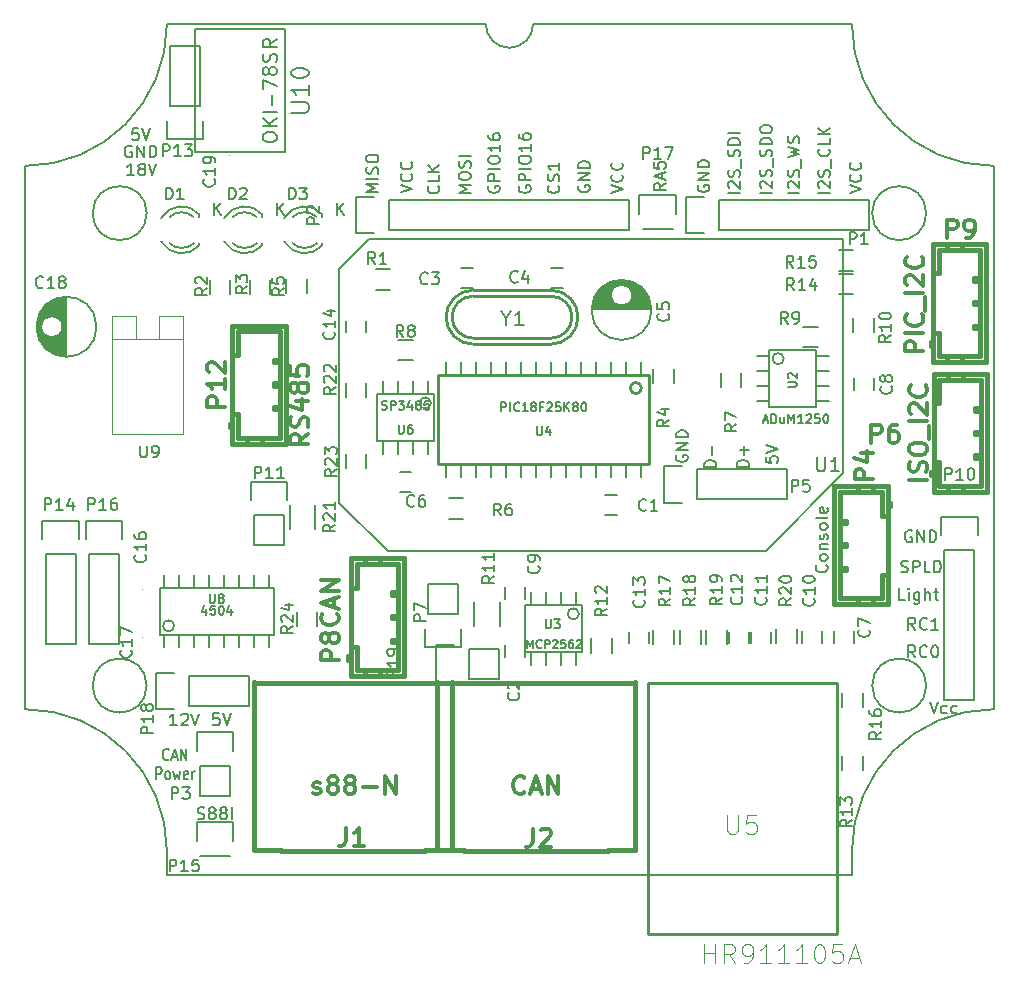
<source format=gto>
G04 #@! TF.FileFunction,Legend,Top*
%FSLAX46Y46*%
G04 Gerber Fmt 4.6, Leading zero omitted, Abs format (unit mm)*
G04 Created by KiCad (PCBNEW 4.0.2+dfsg1-stable) date Di 14 Aug 2018 13:19:17 CEST*
%MOMM*%
G01*
G04 APERTURE LIST*
%ADD10C,0.100000*%
%ADD11C,0.150000*%
%ADD12C,0.200000*%
%ADD13C,0.254000*%
%ADD14C,0.381000*%
%ADD15C,0.127000*%
%ADD16C,0.050000*%
%ADD17C,0.304800*%
%ADD18C,0.149860*%
%ADD19C,0.140000*%
%ADD20C,0.152400*%
G04 APERTURE END LIST*
D10*
D11*
X170000000Y-144000000D02*
X170000000Y-146000000D01*
X182000000Y-132000000D02*
G75*
G03X170000000Y-144000000I0J-12000000D01*
G01*
X112000000Y-144000000D02*
X112000000Y-146000000D01*
D12*
X161259781Y-111472552D02*
X160259781Y-111472552D01*
X160259781Y-111234457D01*
X160307400Y-111091599D01*
X160402638Y-110996361D01*
X160497876Y-110948742D01*
X160688352Y-110901123D01*
X160831210Y-110901123D01*
X161021686Y-110948742D01*
X161116924Y-110996361D01*
X161212162Y-111091599D01*
X161259781Y-111234457D01*
X161259781Y-111472552D01*
X160878829Y-110472552D02*
X160878829Y-109710647D01*
X161259781Y-110091599D02*
X160497876Y-110091599D01*
X158503881Y-111497952D02*
X157503881Y-111497952D01*
X157503881Y-111259857D01*
X157551500Y-111116999D01*
X157646738Y-111021761D01*
X157741976Y-110974142D01*
X157932452Y-110926523D01*
X158075310Y-110926523D01*
X158265786Y-110974142D01*
X158361024Y-111021761D01*
X158456262Y-111116999D01*
X158503881Y-111259857D01*
X158503881Y-111497952D01*
X158122929Y-110497952D02*
X158122929Y-109736047D01*
X155138500Y-110489904D02*
X155090881Y-110585142D01*
X155090881Y-110727999D01*
X155138500Y-110870857D01*
X155233738Y-110966095D01*
X155328976Y-111013714D01*
X155519452Y-111061333D01*
X155662310Y-111061333D01*
X155852786Y-111013714D01*
X155948024Y-110966095D01*
X156043262Y-110870857D01*
X156090881Y-110727999D01*
X156090881Y-110632761D01*
X156043262Y-110489904D01*
X155995643Y-110442285D01*
X155662310Y-110442285D01*
X155662310Y-110632761D01*
X156090881Y-110013714D02*
X155090881Y-110013714D01*
X156090881Y-109442285D01*
X155090881Y-109442285D01*
X156090881Y-108966095D02*
X155090881Y-108966095D01*
X155090881Y-108728000D01*
X155138500Y-108585142D01*
X155233738Y-108489904D01*
X155328976Y-108442285D01*
X155519452Y-108394666D01*
X155662310Y-108394666D01*
X155852786Y-108442285D01*
X155948024Y-108489904D01*
X156043262Y-108585142D01*
X156090881Y-108728000D01*
X156090881Y-108966095D01*
X162710881Y-110616976D02*
X162710881Y-111093167D01*
X163187071Y-111140786D01*
X163139452Y-111093167D01*
X163091833Y-110997929D01*
X163091833Y-110759833D01*
X163139452Y-110664595D01*
X163187071Y-110616976D01*
X163282310Y-110569357D01*
X163520405Y-110569357D01*
X163615643Y-110616976D01*
X163663262Y-110664595D01*
X163710881Y-110759833D01*
X163710881Y-110997929D01*
X163663262Y-111093167D01*
X163615643Y-111140786D01*
X162710881Y-110283643D02*
X163710881Y-109950310D01*
X162710881Y-109616976D01*
X112160115Y-136234543D02*
X112122020Y-136282162D01*
X112007734Y-136329781D01*
X111931544Y-136329781D01*
X111817258Y-136282162D01*
X111741067Y-136186924D01*
X111702972Y-136091686D01*
X111664877Y-135901210D01*
X111664877Y-135758352D01*
X111702972Y-135567876D01*
X111741067Y-135472638D01*
X111817258Y-135377400D01*
X111931544Y-135329781D01*
X112007734Y-135329781D01*
X112122020Y-135377400D01*
X112160115Y-135425019D01*
X112464877Y-136044067D02*
X112845829Y-136044067D01*
X112388686Y-136329781D02*
X112655353Y-135329781D01*
X112922020Y-136329781D01*
X113188686Y-136329781D02*
X113188686Y-135329781D01*
X113645829Y-136329781D01*
X113645829Y-135329781D01*
X111093448Y-137929781D02*
X111093448Y-136929781D01*
X111398210Y-136929781D01*
X111474401Y-136977400D01*
X111512496Y-137025019D01*
X111550591Y-137120257D01*
X111550591Y-137263114D01*
X111512496Y-137358352D01*
X111474401Y-137405971D01*
X111398210Y-137453590D01*
X111093448Y-137453590D01*
X112007734Y-137929781D02*
X111931543Y-137882162D01*
X111893448Y-137834543D01*
X111855353Y-137739305D01*
X111855353Y-137453590D01*
X111893448Y-137358352D01*
X111931543Y-137310733D01*
X112007734Y-137263114D01*
X112122020Y-137263114D01*
X112198210Y-137310733D01*
X112236305Y-137358352D01*
X112274401Y-137453590D01*
X112274401Y-137739305D01*
X112236305Y-137834543D01*
X112198210Y-137882162D01*
X112122020Y-137929781D01*
X112007734Y-137929781D01*
X112541068Y-137263114D02*
X112693449Y-137929781D01*
X112845830Y-137453590D01*
X112998211Y-137929781D01*
X113150592Y-137263114D01*
X113760115Y-137882162D02*
X113683925Y-137929781D01*
X113531544Y-137929781D01*
X113455353Y-137882162D01*
X113417258Y-137786924D01*
X113417258Y-137405971D01*
X113455353Y-137310733D01*
X113531544Y-137263114D01*
X113683925Y-137263114D01*
X113760115Y-137310733D01*
X113798210Y-137405971D01*
X113798210Y-137501210D01*
X113417258Y-137596448D01*
X114141067Y-137929781D02*
X114141067Y-137263114D01*
X114141067Y-137453590D02*
X114179162Y-137358352D01*
X114217258Y-137310733D01*
X114293448Y-137263114D01*
X114369639Y-137263114D01*
X114601810Y-141273162D02*
X114744667Y-141320781D01*
X114982763Y-141320781D01*
X115078001Y-141273162D01*
X115125620Y-141225543D01*
X115173239Y-141130305D01*
X115173239Y-141035067D01*
X115125620Y-140939829D01*
X115078001Y-140892210D01*
X114982763Y-140844590D01*
X114792286Y-140796971D01*
X114697048Y-140749352D01*
X114649429Y-140701733D01*
X114601810Y-140606495D01*
X114601810Y-140511257D01*
X114649429Y-140416019D01*
X114697048Y-140368400D01*
X114792286Y-140320781D01*
X115030382Y-140320781D01*
X115173239Y-140368400D01*
X115744667Y-140749352D02*
X115649429Y-140701733D01*
X115601810Y-140654114D01*
X115554191Y-140558876D01*
X115554191Y-140511257D01*
X115601810Y-140416019D01*
X115649429Y-140368400D01*
X115744667Y-140320781D01*
X115935144Y-140320781D01*
X116030382Y-140368400D01*
X116078001Y-140416019D01*
X116125620Y-140511257D01*
X116125620Y-140558876D01*
X116078001Y-140654114D01*
X116030382Y-140701733D01*
X115935144Y-140749352D01*
X115744667Y-140749352D01*
X115649429Y-140796971D01*
X115601810Y-140844590D01*
X115554191Y-140939829D01*
X115554191Y-141130305D01*
X115601810Y-141225543D01*
X115649429Y-141273162D01*
X115744667Y-141320781D01*
X115935144Y-141320781D01*
X116030382Y-141273162D01*
X116078001Y-141225543D01*
X116125620Y-141130305D01*
X116125620Y-140939829D01*
X116078001Y-140844590D01*
X116030382Y-140796971D01*
X115935144Y-140749352D01*
X116697048Y-140749352D02*
X116601810Y-140701733D01*
X116554191Y-140654114D01*
X116506572Y-140558876D01*
X116506572Y-140511257D01*
X116554191Y-140416019D01*
X116601810Y-140368400D01*
X116697048Y-140320781D01*
X116887525Y-140320781D01*
X116982763Y-140368400D01*
X117030382Y-140416019D01*
X117078001Y-140511257D01*
X117078001Y-140558876D01*
X117030382Y-140654114D01*
X116982763Y-140701733D01*
X116887525Y-140749352D01*
X116697048Y-140749352D01*
X116601810Y-140796971D01*
X116554191Y-140844590D01*
X116506572Y-140939829D01*
X116506572Y-141130305D01*
X116554191Y-141225543D01*
X116601810Y-141273162D01*
X116697048Y-141320781D01*
X116887525Y-141320781D01*
X116982763Y-141273162D01*
X117030382Y-141225543D01*
X117078001Y-141130305D01*
X117078001Y-140939829D01*
X117030382Y-140844590D01*
X116982763Y-140796971D01*
X116887525Y-140749352D01*
X117506572Y-141320781D02*
X117506572Y-140320781D01*
D11*
X160000000Y-74000000D02*
X170000000Y-74000000D01*
X112000000Y-74000000D02*
X139000000Y-74000000D01*
X141000000Y-76000000D02*
G75*
G03X143000000Y-74000000I0J2000000D01*
G01*
X139000000Y-74000000D02*
G75*
G03X141000000Y-76000000I2000000J0D01*
G01*
D12*
X154223981Y-87463238D02*
X153747790Y-87796572D01*
X154223981Y-88034667D02*
X153223981Y-88034667D01*
X153223981Y-87653714D01*
X153271600Y-87558476D01*
X153319219Y-87510857D01*
X153414457Y-87463238D01*
X153557314Y-87463238D01*
X153652552Y-87510857D01*
X153700171Y-87558476D01*
X153747790Y-87653714D01*
X153747790Y-88034667D01*
X153938267Y-87082286D02*
X153938267Y-86606095D01*
X154223981Y-87177524D02*
X153223981Y-86844191D01*
X154223981Y-86510857D01*
X153223981Y-85701333D02*
X153223981Y-86177524D01*
X153700171Y-86225143D01*
X153652552Y-86177524D01*
X153604933Y-86082286D01*
X153604933Y-85844190D01*
X153652552Y-85748952D01*
X153700171Y-85701333D01*
X153795410Y-85653714D01*
X154033505Y-85653714D01*
X154128743Y-85701333D01*
X154176362Y-85748952D01*
X154223981Y-85844190D01*
X154223981Y-86082286D01*
X154176362Y-86177524D01*
X154128743Y-86225143D01*
X145137143Y-87663257D02*
X145184762Y-87710876D01*
X145232381Y-87853733D01*
X145232381Y-87948971D01*
X145184762Y-88091829D01*
X145089524Y-88187067D01*
X144994286Y-88234686D01*
X144803810Y-88282305D01*
X144660952Y-88282305D01*
X144470476Y-88234686D01*
X144375238Y-88187067D01*
X144280000Y-88091829D01*
X144232381Y-87948971D01*
X144232381Y-87853733D01*
X144280000Y-87710876D01*
X144327619Y-87663257D01*
X145184762Y-87282305D02*
X145232381Y-87139448D01*
X145232381Y-86901352D01*
X145184762Y-86806114D01*
X145137143Y-86758495D01*
X145041905Y-86710876D01*
X144946667Y-86710876D01*
X144851429Y-86758495D01*
X144803810Y-86806114D01*
X144756190Y-86901352D01*
X144708571Y-87091829D01*
X144660952Y-87187067D01*
X144613333Y-87234686D01*
X144518095Y-87282305D01*
X144422857Y-87282305D01*
X144327619Y-87234686D01*
X144280000Y-87187067D01*
X144232381Y-87091829D01*
X144232381Y-86853733D01*
X144280000Y-86710876D01*
X145232381Y-85758495D02*
X145232381Y-86329924D01*
X145232381Y-86044210D02*
X144232381Y-86044210D01*
X144375238Y-86139448D01*
X144470476Y-86234686D01*
X144518095Y-86329924D01*
X141841600Y-87702780D02*
X141793981Y-87798018D01*
X141793981Y-87940875D01*
X141841600Y-88083733D01*
X141936838Y-88178971D01*
X142032076Y-88226590D01*
X142222552Y-88274209D01*
X142365410Y-88274209D01*
X142555886Y-88226590D01*
X142651124Y-88178971D01*
X142746362Y-88083733D01*
X142793981Y-87940875D01*
X142793981Y-87845637D01*
X142746362Y-87702780D01*
X142698743Y-87655161D01*
X142365410Y-87655161D01*
X142365410Y-87845637D01*
X142793981Y-87226590D02*
X141793981Y-87226590D01*
X141793981Y-86845637D01*
X141841600Y-86750399D01*
X141889219Y-86702780D01*
X141984457Y-86655161D01*
X142127314Y-86655161D01*
X142222552Y-86702780D01*
X142270171Y-86750399D01*
X142317790Y-86845637D01*
X142317790Y-87226590D01*
X142793981Y-86226590D02*
X141793981Y-86226590D01*
X141793981Y-85559924D02*
X141793981Y-85369447D01*
X141841600Y-85274209D01*
X141936838Y-85178971D01*
X142127314Y-85131352D01*
X142460648Y-85131352D01*
X142651124Y-85178971D01*
X142746362Y-85274209D01*
X142793981Y-85369447D01*
X142793981Y-85559924D01*
X142746362Y-85655162D01*
X142651124Y-85750400D01*
X142460648Y-85798019D01*
X142127314Y-85798019D01*
X141936838Y-85750400D01*
X141841600Y-85655162D01*
X141793981Y-85559924D01*
X142793981Y-84178971D02*
X142793981Y-84750400D01*
X142793981Y-84464686D02*
X141793981Y-84464686D01*
X141936838Y-84559924D01*
X142032076Y-84655162D01*
X142079695Y-84750400D01*
X141793981Y-83321828D02*
X141793981Y-83512305D01*
X141841600Y-83607543D01*
X141889219Y-83655162D01*
X142032076Y-83750400D01*
X142222552Y-83798019D01*
X142603505Y-83798019D01*
X142698743Y-83750400D01*
X142746362Y-83702781D01*
X142793981Y-83607543D01*
X142793981Y-83417066D01*
X142746362Y-83321828D01*
X142698743Y-83274209D01*
X142603505Y-83226590D01*
X142365410Y-83226590D01*
X142270171Y-83274209D01*
X142222552Y-83321828D01*
X142174933Y-83417066D01*
X142174933Y-83607543D01*
X142222552Y-83702781D01*
X142270171Y-83750400D01*
X142365410Y-83798019D01*
X139250800Y-87728180D02*
X139203181Y-87823418D01*
X139203181Y-87966275D01*
X139250800Y-88109133D01*
X139346038Y-88204371D01*
X139441276Y-88251990D01*
X139631752Y-88299609D01*
X139774610Y-88299609D01*
X139965086Y-88251990D01*
X140060324Y-88204371D01*
X140155562Y-88109133D01*
X140203181Y-87966275D01*
X140203181Y-87871037D01*
X140155562Y-87728180D01*
X140107943Y-87680561D01*
X139774610Y-87680561D01*
X139774610Y-87871037D01*
X140203181Y-87251990D02*
X139203181Y-87251990D01*
X139203181Y-86871037D01*
X139250800Y-86775799D01*
X139298419Y-86728180D01*
X139393657Y-86680561D01*
X139536514Y-86680561D01*
X139631752Y-86728180D01*
X139679371Y-86775799D01*
X139726990Y-86871037D01*
X139726990Y-87251990D01*
X140203181Y-86251990D02*
X139203181Y-86251990D01*
X139203181Y-85585324D02*
X139203181Y-85394847D01*
X139250800Y-85299609D01*
X139346038Y-85204371D01*
X139536514Y-85156752D01*
X139869848Y-85156752D01*
X140060324Y-85204371D01*
X140155562Y-85299609D01*
X140203181Y-85394847D01*
X140203181Y-85585324D01*
X140155562Y-85680562D01*
X140060324Y-85775800D01*
X139869848Y-85823419D01*
X139536514Y-85823419D01*
X139346038Y-85775800D01*
X139250800Y-85680562D01*
X139203181Y-85585324D01*
X140203181Y-84204371D02*
X140203181Y-84775800D01*
X140203181Y-84490086D02*
X139203181Y-84490086D01*
X139346038Y-84585324D01*
X139441276Y-84680562D01*
X139488895Y-84775800D01*
X139203181Y-83347228D02*
X139203181Y-83537705D01*
X139250800Y-83632943D01*
X139298419Y-83680562D01*
X139441276Y-83775800D01*
X139631752Y-83823419D01*
X140012705Y-83823419D01*
X140107943Y-83775800D01*
X140155562Y-83728181D01*
X140203181Y-83632943D01*
X140203181Y-83442466D01*
X140155562Y-83347228D01*
X140107943Y-83299609D01*
X140012705Y-83251990D01*
X139774610Y-83251990D01*
X139679371Y-83299609D01*
X139631752Y-83347228D01*
X139584133Y-83442466D01*
X139584133Y-83632943D01*
X139631752Y-83728181D01*
X139679371Y-83775800D01*
X139774610Y-83823419D01*
X137713981Y-88287028D02*
X136713981Y-88287028D01*
X137428267Y-87953694D01*
X136713981Y-87620361D01*
X137713981Y-87620361D01*
X136713981Y-86953695D02*
X136713981Y-86763218D01*
X136761600Y-86667980D01*
X136856838Y-86572742D01*
X137047314Y-86525123D01*
X137380648Y-86525123D01*
X137571124Y-86572742D01*
X137666362Y-86667980D01*
X137713981Y-86763218D01*
X137713981Y-86953695D01*
X137666362Y-87048933D01*
X137571124Y-87144171D01*
X137380648Y-87191790D01*
X137047314Y-87191790D01*
X136856838Y-87144171D01*
X136761600Y-87048933D01*
X136713981Y-86953695D01*
X137666362Y-86144171D02*
X137713981Y-86001314D01*
X137713981Y-85763218D01*
X137666362Y-85667980D01*
X137618743Y-85620361D01*
X137523505Y-85572742D01*
X137428267Y-85572742D01*
X137333029Y-85620361D01*
X137285410Y-85667980D01*
X137237790Y-85763218D01*
X137190171Y-85953695D01*
X137142552Y-86048933D01*
X137094933Y-86096552D01*
X136999695Y-86144171D01*
X136904457Y-86144171D01*
X136809219Y-86096552D01*
X136761600Y-86048933D01*
X136713981Y-85953695D01*
X136713981Y-85715599D01*
X136761600Y-85572742D01*
X137713981Y-85144171D02*
X136713981Y-85144171D01*
X134977143Y-87717238D02*
X135024762Y-87764857D01*
X135072381Y-87907714D01*
X135072381Y-88002952D01*
X135024762Y-88145810D01*
X134929524Y-88241048D01*
X134834286Y-88288667D01*
X134643810Y-88336286D01*
X134500952Y-88336286D01*
X134310476Y-88288667D01*
X134215238Y-88241048D01*
X134120000Y-88145810D01*
X134072381Y-88002952D01*
X134072381Y-87907714D01*
X134120000Y-87764857D01*
X134167619Y-87717238D01*
X135072381Y-86812476D02*
X135072381Y-87288667D01*
X134072381Y-87288667D01*
X135072381Y-86479143D02*
X134072381Y-86479143D01*
X135072381Y-85907714D02*
X134500952Y-86336286D01*
X134072381Y-85907714D02*
X134643810Y-86479143D01*
X129890781Y-88236228D02*
X128890781Y-88236228D01*
X129605067Y-87902894D01*
X128890781Y-87569561D01*
X129890781Y-87569561D01*
X129890781Y-87093371D02*
X128890781Y-87093371D01*
X129843162Y-86664800D02*
X129890781Y-86521943D01*
X129890781Y-86283847D01*
X129843162Y-86188609D01*
X129795543Y-86140990D01*
X129700305Y-86093371D01*
X129605067Y-86093371D01*
X129509829Y-86140990D01*
X129462210Y-86188609D01*
X129414590Y-86283847D01*
X129366971Y-86474324D01*
X129319352Y-86569562D01*
X129271733Y-86617181D01*
X129176495Y-86664800D01*
X129081257Y-86664800D01*
X128986019Y-86617181D01*
X128938400Y-86569562D01*
X128890781Y-86474324D01*
X128890781Y-86236228D01*
X128938400Y-86093371D01*
X128890781Y-85474324D02*
X128890781Y-85283847D01*
X128938400Y-85188609D01*
X129033638Y-85093371D01*
X129224114Y-85045752D01*
X129557448Y-85045752D01*
X129747924Y-85093371D01*
X129843162Y-85188609D01*
X129890781Y-85283847D01*
X129890781Y-85474324D01*
X129843162Y-85569562D01*
X129747924Y-85664800D01*
X129557448Y-85712419D01*
X129224114Y-85712419D01*
X129033638Y-85664800D01*
X128938400Y-85569562D01*
X128890781Y-85474324D01*
X131786381Y-88252133D02*
X132786381Y-87918800D01*
X131786381Y-87585466D01*
X132691143Y-86680704D02*
X132738762Y-86728323D01*
X132786381Y-86871180D01*
X132786381Y-86966418D01*
X132738762Y-87109276D01*
X132643524Y-87204514D01*
X132548286Y-87252133D01*
X132357810Y-87299752D01*
X132214952Y-87299752D01*
X132024476Y-87252133D01*
X131929238Y-87204514D01*
X131834000Y-87109276D01*
X131786381Y-86966418D01*
X131786381Y-86871180D01*
X131834000Y-86728323D01*
X131881619Y-86680704D01*
X132691143Y-85680704D02*
X132738762Y-85728323D01*
X132786381Y-85871180D01*
X132786381Y-85966418D01*
X132738762Y-86109276D01*
X132643524Y-86204514D01*
X132548286Y-86252133D01*
X132357810Y-86299752D01*
X132214952Y-86299752D01*
X132024476Y-86252133D01*
X131929238Y-86204514D01*
X131834000Y-86109276D01*
X131786381Y-85966418D01*
X131786381Y-85871180D01*
X131834000Y-85728323D01*
X131881619Y-85680704D01*
X149617181Y-88302933D02*
X150617181Y-87969600D01*
X149617181Y-87636266D01*
X150521943Y-86731504D02*
X150569562Y-86779123D01*
X150617181Y-86921980D01*
X150617181Y-87017218D01*
X150569562Y-87160076D01*
X150474324Y-87255314D01*
X150379086Y-87302933D01*
X150188610Y-87350552D01*
X150045752Y-87350552D01*
X149855276Y-87302933D01*
X149760038Y-87255314D01*
X149664800Y-87160076D01*
X149617181Y-87017218D01*
X149617181Y-86921980D01*
X149664800Y-86779123D01*
X149712419Y-86731504D01*
X150521943Y-85731504D02*
X150569562Y-85779123D01*
X150617181Y-85921980D01*
X150617181Y-86017218D01*
X150569562Y-86160076D01*
X150474324Y-86255314D01*
X150379086Y-86302933D01*
X150188610Y-86350552D01*
X150045752Y-86350552D01*
X149855276Y-86302933D01*
X149760038Y-86255314D01*
X149664800Y-86160076D01*
X149617181Y-86017218D01*
X149617181Y-85921980D01*
X149664800Y-85779123D01*
X149712419Y-85731504D01*
X146870800Y-87680704D02*
X146823181Y-87775942D01*
X146823181Y-87918799D01*
X146870800Y-88061657D01*
X146966038Y-88156895D01*
X147061276Y-88204514D01*
X147251752Y-88252133D01*
X147394610Y-88252133D01*
X147585086Y-88204514D01*
X147680324Y-88156895D01*
X147775562Y-88061657D01*
X147823181Y-87918799D01*
X147823181Y-87823561D01*
X147775562Y-87680704D01*
X147727943Y-87633085D01*
X147394610Y-87633085D01*
X147394610Y-87823561D01*
X147823181Y-87204514D02*
X146823181Y-87204514D01*
X147823181Y-86633085D01*
X146823181Y-86633085D01*
X147823181Y-86156895D02*
X146823181Y-86156895D01*
X146823181Y-85918800D01*
X146870800Y-85775942D01*
X146966038Y-85680704D01*
X147061276Y-85633085D01*
X147251752Y-85585466D01*
X147394610Y-85585466D01*
X147585086Y-85633085D01*
X147680324Y-85680704D01*
X147775562Y-85775942D01*
X147823181Y-85918800D01*
X147823181Y-86156895D01*
X156980000Y-87629904D02*
X156932381Y-87725142D01*
X156932381Y-87867999D01*
X156980000Y-88010857D01*
X157075238Y-88106095D01*
X157170476Y-88153714D01*
X157360952Y-88201333D01*
X157503810Y-88201333D01*
X157694286Y-88153714D01*
X157789524Y-88106095D01*
X157884762Y-88010857D01*
X157932381Y-87867999D01*
X157932381Y-87772761D01*
X157884762Y-87629904D01*
X157837143Y-87582285D01*
X157503810Y-87582285D01*
X157503810Y-87772761D01*
X157932381Y-87153714D02*
X156932381Y-87153714D01*
X157932381Y-86582285D01*
X156932381Y-86582285D01*
X157932381Y-86106095D02*
X156932381Y-86106095D01*
X156932381Y-85868000D01*
X156980000Y-85725142D01*
X157075238Y-85629904D01*
X157170476Y-85582285D01*
X157360952Y-85534666D01*
X157503810Y-85534666D01*
X157694286Y-85582285D01*
X157789524Y-85629904D01*
X157884762Y-85725142D01*
X157932381Y-85868000D01*
X157932381Y-86106095D01*
X160523181Y-88298019D02*
X159523181Y-88298019D01*
X159618419Y-87869448D02*
X159570800Y-87821829D01*
X159523181Y-87726591D01*
X159523181Y-87488495D01*
X159570800Y-87393257D01*
X159618419Y-87345638D01*
X159713657Y-87298019D01*
X159808895Y-87298019D01*
X159951752Y-87345638D01*
X160523181Y-87917067D01*
X160523181Y-87298019D01*
X160475562Y-86917067D02*
X160523181Y-86774210D01*
X160523181Y-86536114D01*
X160475562Y-86440876D01*
X160427943Y-86393257D01*
X160332705Y-86345638D01*
X160237467Y-86345638D01*
X160142229Y-86393257D01*
X160094610Y-86440876D01*
X160046990Y-86536114D01*
X159999371Y-86726591D01*
X159951752Y-86821829D01*
X159904133Y-86869448D01*
X159808895Y-86917067D01*
X159713657Y-86917067D01*
X159618419Y-86869448D01*
X159570800Y-86821829D01*
X159523181Y-86726591D01*
X159523181Y-86488495D01*
X159570800Y-86345638D01*
X160618419Y-86155162D02*
X160618419Y-85393257D01*
X160475562Y-85202781D02*
X160523181Y-85059924D01*
X160523181Y-84821828D01*
X160475562Y-84726590D01*
X160427943Y-84678971D01*
X160332705Y-84631352D01*
X160237467Y-84631352D01*
X160142229Y-84678971D01*
X160094610Y-84726590D01*
X160046990Y-84821828D01*
X159999371Y-85012305D01*
X159951752Y-85107543D01*
X159904133Y-85155162D01*
X159808895Y-85202781D01*
X159713657Y-85202781D01*
X159618419Y-85155162D01*
X159570800Y-85107543D01*
X159523181Y-85012305D01*
X159523181Y-84774209D01*
X159570800Y-84631352D01*
X160523181Y-84202781D02*
X159523181Y-84202781D01*
X159523181Y-83964686D01*
X159570800Y-83821828D01*
X159666038Y-83726590D01*
X159761276Y-83678971D01*
X159951752Y-83631352D01*
X160094610Y-83631352D01*
X160285086Y-83678971D01*
X160380324Y-83726590D01*
X160475562Y-83821828D01*
X160523181Y-83964686D01*
X160523181Y-84202781D01*
X160523181Y-83202781D02*
X159523181Y-83202781D01*
X163215581Y-88278933D02*
X162215581Y-88278933D01*
X162310819Y-87850362D02*
X162263200Y-87802743D01*
X162215581Y-87707505D01*
X162215581Y-87469409D01*
X162263200Y-87374171D01*
X162310819Y-87326552D01*
X162406057Y-87278933D01*
X162501295Y-87278933D01*
X162644152Y-87326552D01*
X163215581Y-87897981D01*
X163215581Y-87278933D01*
X163167962Y-86897981D02*
X163215581Y-86755124D01*
X163215581Y-86517028D01*
X163167962Y-86421790D01*
X163120343Y-86374171D01*
X163025105Y-86326552D01*
X162929867Y-86326552D01*
X162834629Y-86374171D01*
X162787010Y-86421790D01*
X162739390Y-86517028D01*
X162691771Y-86707505D01*
X162644152Y-86802743D01*
X162596533Y-86850362D01*
X162501295Y-86897981D01*
X162406057Y-86897981D01*
X162310819Y-86850362D01*
X162263200Y-86802743D01*
X162215581Y-86707505D01*
X162215581Y-86469409D01*
X162263200Y-86326552D01*
X163310819Y-86136076D02*
X163310819Y-85374171D01*
X163167962Y-85183695D02*
X163215581Y-85040838D01*
X163215581Y-84802742D01*
X163167962Y-84707504D01*
X163120343Y-84659885D01*
X163025105Y-84612266D01*
X162929867Y-84612266D01*
X162834629Y-84659885D01*
X162787010Y-84707504D01*
X162739390Y-84802742D01*
X162691771Y-84993219D01*
X162644152Y-85088457D01*
X162596533Y-85136076D01*
X162501295Y-85183695D01*
X162406057Y-85183695D01*
X162310819Y-85136076D01*
X162263200Y-85088457D01*
X162215581Y-84993219D01*
X162215581Y-84755123D01*
X162263200Y-84612266D01*
X163215581Y-84183695D02*
X162215581Y-84183695D01*
X162215581Y-83945600D01*
X162263200Y-83802742D01*
X162358438Y-83707504D01*
X162453676Y-83659885D01*
X162644152Y-83612266D01*
X162787010Y-83612266D01*
X162977486Y-83659885D01*
X163072724Y-83707504D01*
X163167962Y-83802742D01*
X163215581Y-83945600D01*
X163215581Y-84183695D01*
X162215581Y-82993219D02*
X162215581Y-82802742D01*
X162263200Y-82707504D01*
X162358438Y-82612266D01*
X162548914Y-82564647D01*
X162882248Y-82564647D01*
X163072724Y-82612266D01*
X163167962Y-82707504D01*
X163215581Y-82802742D01*
X163215581Y-82993219D01*
X163167962Y-83088457D01*
X163072724Y-83183695D01*
X162882248Y-83231314D01*
X162548914Y-83231314D01*
X162358438Y-83183695D01*
X162263200Y-83088457D01*
X162215581Y-82993219D01*
X165552381Y-88283752D02*
X164552381Y-88283752D01*
X164647619Y-87855181D02*
X164600000Y-87807562D01*
X164552381Y-87712324D01*
X164552381Y-87474228D01*
X164600000Y-87378990D01*
X164647619Y-87331371D01*
X164742857Y-87283752D01*
X164838095Y-87283752D01*
X164980952Y-87331371D01*
X165552381Y-87902800D01*
X165552381Y-87283752D01*
X165504762Y-86902800D02*
X165552381Y-86759943D01*
X165552381Y-86521847D01*
X165504762Y-86426609D01*
X165457143Y-86378990D01*
X165361905Y-86331371D01*
X165266667Y-86331371D01*
X165171429Y-86378990D01*
X165123810Y-86426609D01*
X165076190Y-86521847D01*
X165028571Y-86712324D01*
X164980952Y-86807562D01*
X164933333Y-86855181D01*
X164838095Y-86902800D01*
X164742857Y-86902800D01*
X164647619Y-86855181D01*
X164600000Y-86807562D01*
X164552381Y-86712324D01*
X164552381Y-86474228D01*
X164600000Y-86331371D01*
X165647619Y-86140895D02*
X165647619Y-85378990D01*
X164552381Y-85236133D02*
X165552381Y-84998038D01*
X164838095Y-84807561D01*
X165552381Y-84617085D01*
X164552381Y-84378990D01*
X165504762Y-84045657D02*
X165552381Y-83902800D01*
X165552381Y-83664704D01*
X165504762Y-83569466D01*
X165457143Y-83521847D01*
X165361905Y-83474228D01*
X165266667Y-83474228D01*
X165171429Y-83521847D01*
X165123810Y-83569466D01*
X165076190Y-83664704D01*
X165028571Y-83855181D01*
X164980952Y-83950419D01*
X164933333Y-83998038D01*
X164838095Y-84045657D01*
X164742857Y-84045657D01*
X164647619Y-83998038D01*
X164600000Y-83950419D01*
X164552381Y-83855181D01*
X164552381Y-83617085D01*
X164600000Y-83474228D01*
X169810181Y-88302933D02*
X170810181Y-87969600D01*
X169810181Y-87636266D01*
X170714943Y-86731504D02*
X170762562Y-86779123D01*
X170810181Y-86921980D01*
X170810181Y-87017218D01*
X170762562Y-87160076D01*
X170667324Y-87255314D01*
X170572086Y-87302933D01*
X170381610Y-87350552D01*
X170238752Y-87350552D01*
X170048276Y-87302933D01*
X169953038Y-87255314D01*
X169857800Y-87160076D01*
X169810181Y-87017218D01*
X169810181Y-86921980D01*
X169857800Y-86779123D01*
X169905419Y-86731504D01*
X170714943Y-85731504D02*
X170762562Y-85779123D01*
X170810181Y-85921980D01*
X170810181Y-86017218D01*
X170762562Y-86160076D01*
X170667324Y-86255314D01*
X170572086Y-86302933D01*
X170381610Y-86350552D01*
X170238752Y-86350552D01*
X170048276Y-86302933D01*
X169953038Y-86255314D01*
X169857800Y-86160076D01*
X169810181Y-86017218D01*
X169810181Y-85921980D01*
X169857800Y-85779123D01*
X169905419Y-85731504D01*
X168143181Y-88285295D02*
X167143181Y-88285295D01*
X167238419Y-87856724D02*
X167190800Y-87809105D01*
X167143181Y-87713867D01*
X167143181Y-87475771D01*
X167190800Y-87380533D01*
X167238419Y-87332914D01*
X167333657Y-87285295D01*
X167428895Y-87285295D01*
X167571752Y-87332914D01*
X168143181Y-87904343D01*
X168143181Y-87285295D01*
X168095562Y-86904343D02*
X168143181Y-86761486D01*
X168143181Y-86523390D01*
X168095562Y-86428152D01*
X168047943Y-86380533D01*
X167952705Y-86332914D01*
X167857467Y-86332914D01*
X167762229Y-86380533D01*
X167714610Y-86428152D01*
X167666990Y-86523390D01*
X167619371Y-86713867D01*
X167571752Y-86809105D01*
X167524133Y-86856724D01*
X167428895Y-86904343D01*
X167333657Y-86904343D01*
X167238419Y-86856724D01*
X167190800Y-86809105D01*
X167143181Y-86713867D01*
X167143181Y-86475771D01*
X167190800Y-86332914D01*
X168238419Y-86142438D02*
X168238419Y-85380533D01*
X168047943Y-84571009D02*
X168095562Y-84618628D01*
X168143181Y-84761485D01*
X168143181Y-84856723D01*
X168095562Y-84999581D01*
X168000324Y-85094819D01*
X167905086Y-85142438D01*
X167714610Y-85190057D01*
X167571752Y-85190057D01*
X167381276Y-85142438D01*
X167286038Y-85094819D01*
X167190800Y-84999581D01*
X167143181Y-84856723D01*
X167143181Y-84761485D01*
X167190800Y-84618628D01*
X167238419Y-84571009D01*
X168143181Y-83666247D02*
X168143181Y-84142438D01*
X167143181Y-84142438D01*
X168143181Y-83332914D02*
X167143181Y-83332914D01*
X168143181Y-82761485D02*
X167571752Y-83190057D01*
X167143181Y-82761485D02*
X167714610Y-83332914D01*
X109016896Y-84336000D02*
X108921658Y-84288381D01*
X108778801Y-84288381D01*
X108635943Y-84336000D01*
X108540705Y-84431238D01*
X108493086Y-84526476D01*
X108445467Y-84716952D01*
X108445467Y-84859810D01*
X108493086Y-85050286D01*
X108540705Y-85145524D01*
X108635943Y-85240762D01*
X108778801Y-85288381D01*
X108874039Y-85288381D01*
X109016896Y-85240762D01*
X109064515Y-85193143D01*
X109064515Y-84859810D01*
X108874039Y-84859810D01*
X109493086Y-85288381D02*
X109493086Y-84288381D01*
X110064515Y-85288381D01*
X110064515Y-84288381D01*
X110540705Y-85288381D02*
X110540705Y-84288381D01*
X110778800Y-84288381D01*
X110921658Y-84336000D01*
X111016896Y-84431238D01*
X111064515Y-84526476D01*
X111112134Y-84716952D01*
X111112134Y-84859810D01*
X111064515Y-85050286D01*
X111016896Y-85145524D01*
X110921658Y-85240762D01*
X110778800Y-85288381D01*
X110540705Y-85288381D01*
X109210553Y-86812381D02*
X108639124Y-86812381D01*
X108924838Y-86812381D02*
X108924838Y-85812381D01*
X108829600Y-85955238D01*
X108734362Y-86050476D01*
X108639124Y-86098095D01*
X109781981Y-86240952D02*
X109686743Y-86193333D01*
X109639124Y-86145714D01*
X109591505Y-86050476D01*
X109591505Y-86002857D01*
X109639124Y-85907619D01*
X109686743Y-85860000D01*
X109781981Y-85812381D01*
X109972458Y-85812381D01*
X110067696Y-85860000D01*
X110115315Y-85907619D01*
X110162934Y-86002857D01*
X110162934Y-86050476D01*
X110115315Y-86145714D01*
X110067696Y-86193333D01*
X109972458Y-86240952D01*
X109781981Y-86240952D01*
X109686743Y-86288571D01*
X109639124Y-86336190D01*
X109591505Y-86431429D01*
X109591505Y-86621905D01*
X109639124Y-86717143D01*
X109686743Y-86764762D01*
X109781981Y-86812381D01*
X109972458Y-86812381D01*
X110067696Y-86764762D01*
X110115315Y-86717143D01*
X110162934Y-86621905D01*
X110162934Y-86431429D01*
X110115315Y-86336190D01*
X110067696Y-86288571D01*
X109972458Y-86240952D01*
X110448648Y-85812381D02*
X110781981Y-86812381D01*
X111115315Y-85812381D01*
X109588324Y-82815181D02*
X109112133Y-82815181D01*
X109064514Y-83291371D01*
X109112133Y-83243752D01*
X109207371Y-83196133D01*
X109445467Y-83196133D01*
X109540705Y-83243752D01*
X109588324Y-83291371D01*
X109635943Y-83386610D01*
X109635943Y-83624705D01*
X109588324Y-83719943D01*
X109540705Y-83767562D01*
X109445467Y-83815181D01*
X109207371Y-83815181D01*
X109112133Y-83767562D01*
X109064514Y-83719943D01*
X109921657Y-82815181D02*
X110254990Y-83815181D01*
X110588324Y-82815181D01*
X167844743Y-119795657D02*
X167892362Y-119843276D01*
X167939981Y-119986133D01*
X167939981Y-120081371D01*
X167892362Y-120224229D01*
X167797124Y-120319467D01*
X167701886Y-120367086D01*
X167511410Y-120414705D01*
X167368552Y-120414705D01*
X167178076Y-120367086D01*
X167082838Y-120319467D01*
X166987600Y-120224229D01*
X166939981Y-120081371D01*
X166939981Y-119986133D01*
X166987600Y-119843276D01*
X167035219Y-119795657D01*
X167939981Y-119224229D02*
X167892362Y-119319467D01*
X167844743Y-119367086D01*
X167749505Y-119414705D01*
X167463790Y-119414705D01*
X167368552Y-119367086D01*
X167320933Y-119319467D01*
X167273314Y-119224229D01*
X167273314Y-119081371D01*
X167320933Y-118986133D01*
X167368552Y-118938514D01*
X167463790Y-118890895D01*
X167749505Y-118890895D01*
X167844743Y-118938514D01*
X167892362Y-118986133D01*
X167939981Y-119081371D01*
X167939981Y-119224229D01*
X167273314Y-118462324D02*
X167939981Y-118462324D01*
X167368552Y-118462324D02*
X167320933Y-118414705D01*
X167273314Y-118319467D01*
X167273314Y-118176609D01*
X167320933Y-118081371D01*
X167416171Y-118033752D01*
X167939981Y-118033752D01*
X167892362Y-117605181D02*
X167939981Y-117509943D01*
X167939981Y-117319467D01*
X167892362Y-117224228D01*
X167797124Y-117176609D01*
X167749505Y-117176609D01*
X167654267Y-117224228D01*
X167606648Y-117319467D01*
X167606648Y-117462324D01*
X167559029Y-117557562D01*
X167463790Y-117605181D01*
X167416171Y-117605181D01*
X167320933Y-117557562D01*
X167273314Y-117462324D01*
X167273314Y-117319467D01*
X167320933Y-117224228D01*
X167939981Y-116605181D02*
X167892362Y-116700419D01*
X167844743Y-116748038D01*
X167749505Y-116795657D01*
X167463790Y-116795657D01*
X167368552Y-116748038D01*
X167320933Y-116700419D01*
X167273314Y-116605181D01*
X167273314Y-116462323D01*
X167320933Y-116367085D01*
X167368552Y-116319466D01*
X167463790Y-116271847D01*
X167749505Y-116271847D01*
X167844743Y-116319466D01*
X167892362Y-116367085D01*
X167939981Y-116462323D01*
X167939981Y-116605181D01*
X167939981Y-115700419D02*
X167892362Y-115795657D01*
X167797124Y-115843276D01*
X166939981Y-115843276D01*
X167892362Y-114938513D02*
X167939981Y-115033751D01*
X167939981Y-115224228D01*
X167892362Y-115319466D01*
X167797124Y-115367085D01*
X167416171Y-115367085D01*
X167320933Y-115319466D01*
X167273314Y-115224228D01*
X167273314Y-115033751D01*
X167320933Y-114938513D01*
X167416171Y-114890894D01*
X167511410Y-114890894D01*
X167606648Y-115367085D01*
X116420924Y-132345181D02*
X115944733Y-132345181D01*
X115897114Y-132821371D01*
X115944733Y-132773752D01*
X116039971Y-132726133D01*
X116278067Y-132726133D01*
X116373305Y-132773752D01*
X116420924Y-132821371D01*
X116468543Y-132916610D01*
X116468543Y-133154705D01*
X116420924Y-133249943D01*
X116373305Y-133297562D01*
X116278067Y-133345181D01*
X116039971Y-133345181D01*
X115944733Y-133297562D01*
X115897114Y-133249943D01*
X116754257Y-132345181D02*
X117087590Y-133345181D01*
X117420924Y-132345181D01*
X112842753Y-133370581D02*
X112271324Y-133370581D01*
X112557038Y-133370581D02*
X112557038Y-132370581D01*
X112461800Y-132513438D01*
X112366562Y-132608676D01*
X112271324Y-132656295D01*
X113223705Y-132465819D02*
X113271324Y-132418200D01*
X113366562Y-132370581D01*
X113604658Y-132370581D01*
X113699896Y-132418200D01*
X113747515Y-132465819D01*
X113795134Y-132561057D01*
X113795134Y-132656295D01*
X113747515Y-132799152D01*
X113176086Y-133370581D01*
X113795134Y-133370581D01*
X114080848Y-132370581D02*
X114414181Y-133370581D01*
X114747515Y-132370581D01*
D11*
X143000000Y-74000000D02*
X160000000Y-74000000D01*
D12*
X175056896Y-116898800D02*
X174961658Y-116851181D01*
X174818801Y-116851181D01*
X174675943Y-116898800D01*
X174580705Y-116994038D01*
X174533086Y-117089276D01*
X174485467Y-117279752D01*
X174485467Y-117422610D01*
X174533086Y-117613086D01*
X174580705Y-117708324D01*
X174675943Y-117803562D01*
X174818801Y-117851181D01*
X174914039Y-117851181D01*
X175056896Y-117803562D01*
X175104515Y-117755943D01*
X175104515Y-117422610D01*
X174914039Y-117422610D01*
X175533086Y-117851181D02*
X175533086Y-116851181D01*
X176104515Y-117851181D01*
X176104515Y-116851181D01*
X176580705Y-117851181D02*
X176580705Y-116851181D01*
X176818800Y-116851181D01*
X176961658Y-116898800D01*
X177056896Y-116994038D01*
X177104515Y-117089276D01*
X177152134Y-117279752D01*
X177152134Y-117422610D01*
X177104515Y-117613086D01*
X177056896Y-117708324D01*
X176961658Y-117803562D01*
X176818800Y-117851181D01*
X176580705Y-117851181D01*
X174153724Y-120368962D02*
X174296581Y-120416581D01*
X174534677Y-120416581D01*
X174629915Y-120368962D01*
X174677534Y-120321343D01*
X174725153Y-120226105D01*
X174725153Y-120130867D01*
X174677534Y-120035629D01*
X174629915Y-119988010D01*
X174534677Y-119940390D01*
X174344200Y-119892771D01*
X174248962Y-119845152D01*
X174201343Y-119797533D01*
X174153724Y-119702295D01*
X174153724Y-119607057D01*
X174201343Y-119511819D01*
X174248962Y-119464200D01*
X174344200Y-119416581D01*
X174582296Y-119416581D01*
X174725153Y-119464200D01*
X175153724Y-120416581D02*
X175153724Y-119416581D01*
X175534677Y-119416581D01*
X175629915Y-119464200D01*
X175677534Y-119511819D01*
X175725153Y-119607057D01*
X175725153Y-119749914D01*
X175677534Y-119845152D01*
X175629915Y-119892771D01*
X175534677Y-119940390D01*
X175153724Y-119940390D01*
X176629915Y-120416581D02*
X176153724Y-120416581D01*
X176153724Y-119416581D01*
X176963248Y-120416581D02*
X176963248Y-119416581D01*
X177201343Y-119416581D01*
X177344201Y-119464200D01*
X177439439Y-119559438D01*
X177487058Y-119654676D01*
X177534677Y-119845152D01*
X177534677Y-119988010D01*
X177487058Y-120178486D01*
X177439439Y-120273724D01*
X177344201Y-120368962D01*
X177201343Y-120416581D01*
X176963248Y-120416581D01*
X174471153Y-122753381D02*
X173994962Y-122753381D01*
X173994962Y-121753381D01*
X174804486Y-122753381D02*
X174804486Y-122086714D01*
X174804486Y-121753381D02*
X174756867Y-121801000D01*
X174804486Y-121848619D01*
X174852105Y-121801000D01*
X174804486Y-121753381D01*
X174804486Y-121848619D01*
X175709248Y-122086714D02*
X175709248Y-122896238D01*
X175661629Y-122991476D01*
X175614010Y-123039095D01*
X175518771Y-123086714D01*
X175375914Y-123086714D01*
X175280676Y-123039095D01*
X175709248Y-122705762D02*
X175614010Y-122753381D01*
X175423533Y-122753381D01*
X175328295Y-122705762D01*
X175280676Y-122658143D01*
X175233057Y-122562905D01*
X175233057Y-122277190D01*
X175280676Y-122181952D01*
X175328295Y-122134333D01*
X175423533Y-122086714D01*
X175614010Y-122086714D01*
X175709248Y-122134333D01*
X176185438Y-122753381D02*
X176185438Y-121753381D01*
X176614010Y-122753381D02*
X176614010Y-122229571D01*
X176566391Y-122134333D01*
X176471153Y-122086714D01*
X176328295Y-122086714D01*
X176233057Y-122134333D01*
X176185438Y-122181952D01*
X176947343Y-122086714D02*
X177328295Y-122086714D01*
X177090200Y-121753381D02*
X177090200Y-122610524D01*
X177137819Y-122705762D01*
X177233057Y-122753381D01*
X177328295Y-122753381D01*
X175355334Y-125267981D02*
X175022000Y-124791790D01*
X174783905Y-125267981D02*
X174783905Y-124267981D01*
X175164858Y-124267981D01*
X175260096Y-124315600D01*
X175307715Y-124363219D01*
X175355334Y-124458457D01*
X175355334Y-124601314D01*
X175307715Y-124696552D01*
X175260096Y-124744171D01*
X175164858Y-124791790D01*
X174783905Y-124791790D01*
X176355334Y-125172743D02*
X176307715Y-125220362D01*
X176164858Y-125267981D01*
X176069620Y-125267981D01*
X175926762Y-125220362D01*
X175831524Y-125125124D01*
X175783905Y-125029886D01*
X175736286Y-124839410D01*
X175736286Y-124696552D01*
X175783905Y-124506076D01*
X175831524Y-124410838D01*
X175926762Y-124315600D01*
X176069620Y-124267981D01*
X176164858Y-124267981D01*
X176307715Y-124315600D01*
X176355334Y-124363219D01*
X177307715Y-125267981D02*
X176736286Y-125267981D01*
X177022000Y-125267981D02*
X177022000Y-124267981D01*
X176926762Y-124410838D01*
X176831524Y-124506076D01*
X176736286Y-124553695D01*
X175355334Y-127604781D02*
X175022000Y-127128590D01*
X174783905Y-127604781D02*
X174783905Y-126604781D01*
X175164858Y-126604781D01*
X175260096Y-126652400D01*
X175307715Y-126700019D01*
X175355334Y-126795257D01*
X175355334Y-126938114D01*
X175307715Y-127033352D01*
X175260096Y-127080971D01*
X175164858Y-127128590D01*
X174783905Y-127128590D01*
X176355334Y-127509543D02*
X176307715Y-127557162D01*
X176164858Y-127604781D01*
X176069620Y-127604781D01*
X175926762Y-127557162D01*
X175831524Y-127461924D01*
X175783905Y-127366686D01*
X175736286Y-127176210D01*
X175736286Y-127033352D01*
X175783905Y-126842876D01*
X175831524Y-126747638D01*
X175926762Y-126652400D01*
X176069620Y-126604781D01*
X176164858Y-126604781D01*
X176307715Y-126652400D01*
X176355334Y-126700019D01*
X176974381Y-126604781D02*
X177069620Y-126604781D01*
X177164858Y-126652400D01*
X177212477Y-126700019D01*
X177260096Y-126795257D01*
X177307715Y-126985733D01*
X177307715Y-127223829D01*
X177260096Y-127414305D01*
X177212477Y-127509543D01*
X177164858Y-127557162D01*
X177069620Y-127604781D01*
X176974381Y-127604781D01*
X176879143Y-127557162D01*
X176831524Y-127509543D01*
X176783905Y-127414305D01*
X176736286Y-127223829D01*
X176736286Y-126985733D01*
X176783905Y-126795257D01*
X176831524Y-126700019D01*
X176879143Y-126652400D01*
X176974381Y-126604781D01*
X176584124Y-131354581D02*
X176917457Y-132354581D01*
X177250791Y-131354581D01*
X178012696Y-132306962D02*
X177917458Y-132354581D01*
X177726981Y-132354581D01*
X177631743Y-132306962D01*
X177584124Y-132259343D01*
X177536505Y-132164105D01*
X177536505Y-131878390D01*
X177584124Y-131783152D01*
X177631743Y-131735533D01*
X177726981Y-131687914D01*
X177917458Y-131687914D01*
X178012696Y-131735533D01*
X178869839Y-132306962D02*
X178774601Y-132354581D01*
X178584124Y-132354581D01*
X178488886Y-132306962D01*
X178441267Y-132259343D01*
X178393648Y-132164105D01*
X178393648Y-131878390D01*
X178441267Y-131783152D01*
X178488886Y-131735533D01*
X178584124Y-131687914D01*
X178774601Y-131687914D01*
X178869839Y-131735533D01*
D11*
X112000000Y-144000000D02*
G75*
G03X100000000Y-132000000I-12000000J0D01*
G01*
X100000000Y-86000000D02*
X100000000Y-132000000D01*
X182000000Y-86000000D02*
X182000000Y-132000000D01*
X112000000Y-146000000D02*
X170000000Y-146000000D01*
X170000000Y-74000000D02*
G75*
G03X182000000Y-86000000I12000000J0D01*
G01*
X100000000Y-86000000D02*
G75*
G03X112000000Y-74000000I0J12000000D01*
G01*
X169285000Y-112010000D02*
X162685000Y-118610000D01*
X126585000Y-114510000D02*
X130685000Y-118610000D01*
X169285000Y-92210000D02*
X169285000Y-112010000D01*
X129085000Y-92210000D02*
X126585000Y-94710000D01*
X169285000Y-92210000D02*
X129085000Y-92210000D01*
X126585000Y-94710000D02*
X126585000Y-114510000D01*
X130685000Y-118610000D02*
X162685000Y-118610000D01*
D13*
X152717500Y-151003000D02*
X152717500Y-129794000D01*
X168719500Y-151003000D02*
X168719500Y-129794000D01*
X152717500Y-129794000D02*
X168719500Y-129794000D01*
X152717500Y-151003000D02*
X168719500Y-151003000D01*
D14*
X134874000Y-129730500D02*
X134874000Y-143954500D01*
X134874000Y-143954500D02*
X137160000Y-143954500D01*
X151638000Y-129730500D02*
X151638000Y-143954500D01*
X151638000Y-143954500D02*
X149352000Y-143954500D01*
X135001000Y-129757500D02*
X151511000Y-129757500D01*
X137160000Y-143981500D02*
X149352000Y-143981500D01*
D11*
X110286000Y-130000000D02*
G75*
G03X110286000Y-130000000I-2286000J0D01*
G01*
X176286000Y-130000000D02*
G75*
G03X176286000Y-130000000I-2286000J0D01*
G01*
X176286000Y-90000000D02*
G75*
G03X176286000Y-90000000I-2286000J0D01*
G01*
X110286000Y-90000000D02*
G75*
G03X110286000Y-90000000I-2286000J0D01*
G01*
X149106000Y-115531000D02*
X150106000Y-115531000D01*
X150106000Y-113831000D02*
X149106000Y-113831000D01*
X140600000Y-126600000D02*
X140600000Y-127600000D01*
X142300000Y-127600000D02*
X142300000Y-126600000D01*
X136914000Y-96354000D02*
X137914000Y-96354000D01*
X137914000Y-94654000D02*
X136914000Y-94654000D01*
X145534000Y-94654000D02*
X144534000Y-94654000D01*
X144534000Y-96354000D02*
X145534000Y-96354000D01*
X147996000Y-98116000D02*
X152994000Y-98116000D01*
X148004000Y-97976000D02*
X152986000Y-97976000D01*
X148020000Y-97836000D02*
X150400000Y-97836000D01*
X150590000Y-97836000D02*
X152970000Y-97836000D01*
X148044000Y-97696000D02*
X150005000Y-97696000D01*
X150985000Y-97696000D02*
X152946000Y-97696000D01*
X148077000Y-97556000D02*
X149838000Y-97556000D01*
X151152000Y-97556000D02*
X152913000Y-97556000D01*
X148118000Y-97416000D02*
X149731000Y-97416000D01*
X151259000Y-97416000D02*
X152872000Y-97416000D01*
X148168000Y-97276000D02*
X149660000Y-97276000D01*
X151330000Y-97276000D02*
X152822000Y-97276000D01*
X148229000Y-97136000D02*
X149616000Y-97136000D01*
X151374000Y-97136000D02*
X152761000Y-97136000D01*
X148299000Y-96996000D02*
X149597000Y-96996000D01*
X151393000Y-96996000D02*
X152691000Y-96996000D01*
X148381000Y-96856000D02*
X149599000Y-96856000D01*
X151391000Y-96856000D02*
X152609000Y-96856000D01*
X148476000Y-96716000D02*
X149624000Y-96716000D01*
X151366000Y-96716000D02*
X152514000Y-96716000D01*
X148587000Y-96576000D02*
X149672000Y-96576000D01*
X151318000Y-96576000D02*
X152403000Y-96576000D01*
X148715000Y-96436000D02*
X149750000Y-96436000D01*
X151240000Y-96436000D02*
X152275000Y-96436000D01*
X148864000Y-96296000D02*
X149867000Y-96296000D01*
X151123000Y-96296000D02*
X152126000Y-96296000D01*
X149043000Y-96156000D02*
X150055000Y-96156000D01*
X150935000Y-96156000D02*
X151947000Y-96156000D01*
X149262000Y-96016000D02*
X151728000Y-96016000D01*
X149551000Y-95876000D02*
X151439000Y-95876000D01*
X150023000Y-95736000D02*
X150967000Y-95736000D01*
X151395000Y-96941000D02*
G75*
G03X151395000Y-96941000I-900000J0D01*
G01*
X153032500Y-98191000D02*
G75*
G03X153032500Y-98191000I-2537500J0D01*
G01*
X132707000Y-111926000D02*
X131707000Y-111926000D01*
X131707000Y-113626000D02*
X132707000Y-113626000D01*
X170141000Y-126357000D02*
X170141000Y-125357000D01*
X168441000Y-125357000D02*
X168441000Y-126357000D01*
X170150000Y-104000000D02*
X170150000Y-105000000D01*
X171850000Y-105000000D02*
X171850000Y-104000000D01*
X140600000Y-121650000D02*
X140600000Y-122650000D01*
X142300000Y-122650000D02*
X142300000Y-121650000D01*
X165748600Y-125382400D02*
X165748600Y-126382400D01*
X167448600Y-126382400D02*
X167448600Y-125382400D01*
X161481400Y-125433200D02*
X161481400Y-126433200D01*
X163181400Y-126433200D02*
X163181400Y-125433200D01*
X161251000Y-126433200D02*
X161251000Y-125433200D01*
X159551000Y-125433200D02*
X159551000Y-126433200D01*
X152792800Y-126433200D02*
X152792800Y-125433200D01*
X151092800Y-125433200D02*
X151092800Y-126433200D01*
X114753000Y-90126000D02*
X114753000Y-90326000D01*
X114753000Y-92720000D02*
X114753000Y-92540000D01*
X111525256Y-92409643D02*
G75*
G03X114753000Y-92726000I1727744J1003643D01*
G01*
X112200994Y-92539068D02*
G75*
G03X114304000Y-92540000I1052006J1133068D01*
G01*
X114740220Y-90099274D02*
G75*
G03X111503000Y-90446000I-1497220J-1306726D01*
G01*
X114266889Y-90326747D02*
G75*
G03X112219000Y-90346000I-1013889J-1079253D01*
G01*
X120087000Y-90126000D02*
X120087000Y-90326000D01*
X120087000Y-92720000D02*
X120087000Y-92540000D01*
X116859256Y-92409643D02*
G75*
G03X120087000Y-92726000I1727744J1003643D01*
G01*
X117534994Y-92539068D02*
G75*
G03X119638000Y-92540000I1052006J1133068D01*
G01*
X120074220Y-90099274D02*
G75*
G03X116837000Y-90446000I-1497220J-1306726D01*
G01*
X119600889Y-90326747D02*
G75*
G03X117553000Y-90346000I-1013889J-1079253D01*
G01*
X125167000Y-90126000D02*
X125167000Y-90326000D01*
X125167000Y-92720000D02*
X125167000Y-92540000D01*
X121939256Y-92409643D02*
G75*
G03X125167000Y-92726000I1727744J1003643D01*
G01*
X122614994Y-92539068D02*
G75*
G03X124718000Y-92540000I1052006J1133068D01*
G01*
X125154220Y-90099274D02*
G75*
G03X121917000Y-90446000I-1497220J-1306726D01*
G01*
X124680889Y-90326747D02*
G75*
G03X122633000Y-90346000I-1013889J-1079253D01*
G01*
D14*
X119380000Y-129730500D02*
X119380000Y-143954500D01*
X119380000Y-143954500D02*
X121666000Y-143954500D01*
X136144000Y-129730500D02*
X136144000Y-143954500D01*
X136144000Y-143954500D02*
X133858000Y-143954500D01*
X119507000Y-129757500D02*
X136017000Y-129757500D01*
X121666000Y-143981500D02*
X133858000Y-143981500D01*
D11*
X158750000Y-88900000D02*
X171450000Y-88900000D01*
X171450000Y-88900000D02*
X171450000Y-91440000D01*
X171450000Y-91440000D02*
X158750000Y-91440000D01*
X155930000Y-88620000D02*
X157480000Y-88620000D01*
X158750000Y-88900000D02*
X158750000Y-91440000D01*
X157480000Y-91720000D02*
X155930000Y-91720000D01*
X155930000Y-91720000D02*
X155930000Y-88620000D01*
X130810000Y-88900000D02*
X151130000Y-88900000D01*
X151130000Y-88900000D02*
X151130000Y-91440000D01*
X151130000Y-91440000D02*
X130810000Y-91440000D01*
X127990000Y-88620000D02*
X129540000Y-88620000D01*
X130810000Y-88900000D02*
X130810000Y-91440000D01*
X129540000Y-91720000D02*
X127990000Y-91720000D01*
X127990000Y-91720000D02*
X127990000Y-88620000D01*
X134112000Y-123952000D02*
X134112000Y-121412000D01*
X133832000Y-126772000D02*
X133832000Y-125222000D01*
X134112000Y-123952000D02*
X136652000Y-123952000D01*
X136932000Y-125222000D02*
X136932000Y-126772000D01*
X136932000Y-126772000D02*
X133832000Y-126772000D01*
X136652000Y-123952000D02*
X136652000Y-121412000D01*
X136652000Y-121412000D02*
X134112000Y-121412000D01*
X180365400Y-118516400D02*
X180365400Y-131216400D01*
X180365400Y-131216400D02*
X177825400Y-131216400D01*
X177825400Y-131216400D02*
X177825400Y-118516400D01*
X180645400Y-115696400D02*
X180645400Y-117246400D01*
X180365400Y-118516400D02*
X177825400Y-118516400D01*
X177545400Y-117246400D02*
X177545400Y-115696400D01*
X177545400Y-115696400D02*
X180645400Y-115696400D01*
X121920000Y-115570000D02*
X121920000Y-118110000D01*
X122200000Y-112750000D02*
X122200000Y-114300000D01*
X121920000Y-115570000D02*
X119380000Y-115570000D01*
X119100000Y-114300000D02*
X119100000Y-112750000D01*
X119100000Y-112750000D02*
X122200000Y-112750000D01*
X119380000Y-115570000D02*
X119380000Y-118110000D01*
X119380000Y-118110000D02*
X121920000Y-118110000D01*
X115609400Y-96887600D02*
X115609400Y-95687600D01*
X117359400Y-95687600D02*
X117359400Y-96887600D01*
X119013000Y-96866000D02*
X119013000Y-95666000D01*
X120763000Y-95666000D02*
X120763000Y-96866000D01*
X153176000Y-104359000D02*
X153176000Y-103159000D01*
X154926000Y-103159000D02*
X154926000Y-104359000D01*
X122124500Y-96789800D02*
X122124500Y-95589800D01*
X123874500Y-95589800D02*
X123874500Y-96789800D01*
X131607000Y-100725000D02*
X132807000Y-100725000D01*
X132807000Y-102475000D02*
X131607000Y-102475000D01*
X167100000Y-101375000D02*
X165900000Y-101375000D01*
X165900000Y-99625000D02*
X167100000Y-99625000D01*
X171875000Y-98900000D02*
X171875000Y-100100000D01*
X170125000Y-100100000D02*
X170125000Y-98900000D01*
X149675000Y-126000000D02*
X149675000Y-127200000D01*
X147925000Y-127200000D02*
X147925000Y-126000000D01*
X169178000Y-137125000D02*
X169178000Y-135925000D01*
X170928000Y-135925000D02*
X170928000Y-137125000D01*
X168900000Y-95125000D02*
X170100000Y-95125000D01*
X170100000Y-96875000D02*
X168900000Y-96875000D01*
X170100000Y-94875000D02*
X168900000Y-94875000D01*
X168900000Y-93125000D02*
X170100000Y-93125000D01*
X169178000Y-131791000D02*
X169178000Y-130591000D01*
X170928000Y-130591000D02*
X170928000Y-131791000D01*
X153176000Y-126457000D02*
X153176000Y-125257000D01*
X154926000Y-125257000D02*
X154926000Y-126457000D01*
X155462000Y-126457000D02*
X155462000Y-125257000D01*
X157212000Y-125257000D02*
X157212000Y-126457000D01*
X157646400Y-126482400D02*
X157646400Y-125282400D01*
X159396400Y-125282400D02*
X159396400Y-126482400D01*
X163590000Y-126431600D02*
X163590000Y-125231600D01*
X165340000Y-125231600D02*
X165340000Y-126431600D01*
D15*
X166981200Y-101587000D02*
X163018800Y-101587000D01*
X163018800Y-101587000D02*
X163018800Y-106413000D01*
X163018800Y-106413000D02*
X166981200Y-106413000D01*
X166981200Y-106413000D02*
X166981200Y-101587000D01*
X166981200Y-102095000D02*
X168073400Y-102095000D01*
X166981200Y-103365000D02*
X168073400Y-103365000D01*
X166981200Y-104635000D02*
X168073400Y-104635000D01*
X168073400Y-105905000D02*
X166981200Y-105905000D01*
X163018800Y-105905000D02*
X161926600Y-105905000D01*
X161926600Y-104635000D02*
X163018800Y-104635000D01*
X161926600Y-103365000D02*
X163018800Y-103365000D01*
X161926600Y-102095000D02*
X163018800Y-102095000D01*
X164227867Y-102323600D02*
G75*
G03X164227867Y-102323600I-472467J0D01*
G01*
X135636000Y-112308640D02*
X135636000Y-111216440D01*
X136906000Y-112308640D02*
X136906000Y-111216440D01*
X138176000Y-112308640D02*
X138176000Y-111216440D01*
X139446000Y-111216440D02*
X139446000Y-112308640D01*
X140716000Y-111216440D02*
X140716000Y-112308640D01*
X141986000Y-111216440D02*
X141986000Y-112308640D01*
X149606000Y-102605840D02*
X149606000Y-103698040D01*
X150876000Y-102605840D02*
X150876000Y-103698040D01*
X152146000Y-103698040D02*
X152146000Y-102605840D01*
X138176000Y-103698040D02*
X138176000Y-102605840D01*
X136906000Y-103698040D02*
X136906000Y-102605840D01*
X135636000Y-103698040D02*
X135636000Y-102605840D01*
D13*
X152841960Y-103708200D02*
X134940040Y-103708200D01*
X134940040Y-103708200D02*
X134940040Y-111206280D01*
X134940040Y-111206280D02*
X152841960Y-111206280D01*
X152841960Y-111206280D02*
X152841960Y-103708200D01*
D15*
X149606000Y-111216440D02*
X149606000Y-112308640D01*
X148336000Y-111216440D02*
X148336000Y-112308640D01*
X147066000Y-111216440D02*
X147066000Y-112308640D01*
X150876000Y-111216440D02*
X150876000Y-112308640D01*
X152146000Y-112308640D02*
X152146000Y-111216440D01*
X145796000Y-112308640D02*
X145796000Y-111216440D01*
X144526000Y-112308640D02*
X144526000Y-111216440D01*
X143256000Y-112308640D02*
X143256000Y-111216440D01*
X139446000Y-103698040D02*
X139446000Y-102605840D01*
X140716000Y-103698040D02*
X140716000Y-102605840D01*
X141986000Y-103698040D02*
X141986000Y-102605840D01*
X148336000Y-103698040D02*
X148336000Y-102605840D01*
X147066000Y-102605840D02*
X147066000Y-103698040D01*
X143256000Y-102605840D02*
X143256000Y-103698040D01*
X144526000Y-102605840D02*
X144526000Y-103698040D01*
X145796000Y-102605840D02*
X145796000Y-103698040D01*
D13*
X152179047Y-104810560D02*
G75*
G03X152179047Y-104810560I-472467J0D01*
G01*
D11*
X135900000Y-114125000D02*
X137100000Y-114125000D01*
X137100000Y-115875000D02*
X135900000Y-115875000D01*
X160641000Y-103540000D02*
X160641000Y-104740000D01*
X158891000Y-104740000D02*
X158891000Y-103540000D01*
X130923600Y-96480600D02*
X129723600Y-96480600D01*
X129723600Y-94730600D02*
X130923600Y-94730600D01*
X114808000Y-80899000D02*
X114808000Y-75819000D01*
X114808000Y-75819000D02*
X112268000Y-75819000D01*
X112268000Y-75819000D02*
X112268000Y-80899000D01*
X111988000Y-83719000D02*
X111988000Y-82169000D01*
X112268000Y-80899000D02*
X114808000Y-80899000D01*
X115088000Y-82169000D02*
X115088000Y-83719000D01*
X115088000Y-83719000D02*
X111988000Y-83719000D01*
X127150000Y-99100000D02*
X127150000Y-100100000D01*
X128850000Y-100100000D02*
X128850000Y-99100000D01*
X127141000Y-105574400D02*
X127141000Y-104374400D01*
X128891000Y-104374400D02*
X128891000Y-105574400D01*
X128891000Y-110398000D02*
X128891000Y-111598000D01*
X127141000Y-111598000D02*
X127141000Y-110398000D01*
D15*
X134620000Y-109296200D02*
X134620000Y-105333800D01*
X134620000Y-105333800D02*
X129794000Y-105333800D01*
X129794000Y-105333800D02*
X129794000Y-109296200D01*
X129794000Y-109296200D02*
X134620000Y-109296200D01*
X134112000Y-109296200D02*
X134112000Y-110388400D01*
X132842000Y-109296200D02*
X132842000Y-110388400D01*
X131572000Y-109296200D02*
X131572000Y-110388400D01*
X130302000Y-110388400D02*
X130302000Y-109296200D01*
X130302000Y-105333800D02*
X130302000Y-104241600D01*
X131572000Y-104241600D02*
X131572000Y-105333800D01*
X132842000Y-104241600D02*
X132842000Y-105333800D01*
X134112000Y-104241600D02*
X134112000Y-105333800D01*
X134355867Y-106070400D02*
G75*
G03X134355867Y-106070400I-472467J0D01*
G01*
X147142200Y-127152400D02*
X147142200Y-123190000D01*
X147142200Y-123190000D02*
X142316200Y-123190000D01*
X142316200Y-123190000D02*
X142316200Y-127152400D01*
X142316200Y-127152400D02*
X147142200Y-127152400D01*
X146634200Y-127152400D02*
X146634200Y-128244600D01*
X145364200Y-127152400D02*
X145364200Y-128244600D01*
X144094200Y-127152400D02*
X144094200Y-128244600D01*
X142824200Y-128244600D02*
X142824200Y-127152400D01*
X142824200Y-123190000D02*
X142824200Y-122097800D01*
X144094200Y-122097800D02*
X144094200Y-123190000D01*
X145364200Y-122097800D02*
X145364200Y-123190000D01*
X146634200Y-122097800D02*
X146634200Y-123190000D01*
X146878067Y-123926600D02*
G75*
G03X146878067Y-123926600I-472467J0D01*
G01*
D13*
X146812000Y-98806000D02*
G75*
G03X144526000Y-96520000I-2286000J0D01*
G01*
X137922000Y-100584000D02*
X144526000Y-100584000D01*
X144526000Y-97028000D02*
X137922000Y-97028000D01*
X144526000Y-100584000D02*
G75*
G03X146304000Y-98806000I0J1778000D01*
G01*
X146304000Y-98806000D02*
G75*
G03X144526000Y-97028000I-1778000J0D01*
G01*
X136144000Y-98806000D02*
G75*
G03X137922000Y-100584000I1778000J0D01*
G01*
X137922000Y-97028000D02*
G75*
G03X136144000Y-98806000I0J-1778000D01*
G01*
X144526000Y-101092000D02*
G75*
G03X146812000Y-98806000I0J2286000D01*
G01*
X144526000Y-101092000D02*
X137922000Y-101092000D01*
X137922000Y-96520000D02*
X144526000Y-96520000D01*
X135636000Y-98806000D02*
G75*
G03X137922000Y-101092000I2286000J0D01*
G01*
X137922000Y-96520000D02*
G75*
G03X135636000Y-98806000I0J-2286000D01*
G01*
D10*
X109918500Y-121856500D02*
X109918500Y-121856500D01*
X109918500Y-121856500D02*
X109918500Y-121856500D01*
X109918500Y-125920500D02*
X109918500Y-125920500D01*
X109918500Y-125920500D02*
X109918500Y-125920500D01*
X117221000Y-85055200D02*
X117221000Y-85055200D01*
X117221000Y-85055200D02*
X117221000Y-85055200D01*
D15*
X114300000Y-121716800D02*
X114300000Y-120624600D01*
X115570000Y-121716800D02*
X115570000Y-120624600D01*
X116840000Y-121716800D02*
X116840000Y-120624600D01*
X113030000Y-121716800D02*
X113030000Y-120624600D01*
X111760000Y-120624600D02*
X111760000Y-121716800D01*
X118110000Y-120624600D02*
X118110000Y-121716800D01*
X119380000Y-120624600D02*
X119380000Y-121716800D01*
X120650000Y-120624600D02*
X120650000Y-121716800D01*
X120650000Y-125679200D02*
X120650000Y-126771400D01*
X119380000Y-125679200D02*
X119380000Y-126771400D01*
X118110000Y-125679200D02*
X118110000Y-126771400D01*
X111760000Y-125679200D02*
X111760000Y-126771400D01*
X113030000Y-126771400D02*
X113030000Y-125679200D01*
X116840000Y-126771400D02*
X116840000Y-125679200D01*
X115570000Y-126771400D02*
X115570000Y-125679200D01*
X114300000Y-126771400D02*
X114300000Y-125679200D01*
X112613467Y-124942600D02*
G75*
G03X112613467Y-124942600I-472467J0D01*
G01*
X111379000Y-121716800D02*
X111379000Y-125679200D01*
X111379000Y-125679200D02*
X121031000Y-125679200D01*
X121031000Y-125679200D02*
X121031000Y-121716800D01*
X121031000Y-121716800D02*
X111379000Y-121716800D01*
D10*
X109363000Y-100695000D02*
X109363000Y-98695000D01*
X109363000Y-98695000D02*
X107363000Y-98695000D01*
X107363000Y-98695000D02*
X107363000Y-100695000D01*
X113363000Y-100695000D02*
X113363000Y-98695000D01*
X113363000Y-98695000D02*
X111363000Y-98695000D01*
X111363000Y-98695000D02*
X111363000Y-100695000D01*
X107363000Y-106695000D02*
X107363000Y-100695000D01*
X107363000Y-100695000D02*
X113363000Y-100695000D01*
X113363000Y-100695000D02*
X113363000Y-108695000D01*
X113363000Y-108695000D02*
X107363000Y-108695000D01*
X107363000Y-108695000D02*
X107363000Y-106695000D01*
D14*
X180362860Y-97513140D02*
X180863240Y-97513140D01*
X180362860Y-97711260D02*
X180362860Y-97513140D01*
X180863240Y-97711260D02*
X180362860Y-97711260D01*
X181361080Y-102613460D02*
X181361080Y-92610940D01*
X180863240Y-93111320D02*
X180863240Y-102113080D01*
X176862740Y-102613460D02*
X176862740Y-92610940D01*
X180362860Y-99514660D02*
X180863240Y-99514660D01*
X180362860Y-99712780D02*
X180362860Y-99514660D01*
X180863240Y-99712780D02*
X180362860Y-99712780D01*
X180863240Y-95712280D02*
X180362860Y-95712280D01*
X180362860Y-95712280D02*
X180362860Y-95514160D01*
X180362860Y-95514160D02*
X180863240Y-95514160D01*
X178061620Y-92610940D02*
X178061620Y-93111320D01*
X179362100Y-93111320D02*
X179362100Y-92610940D01*
X179362100Y-102113080D02*
X179362100Y-102613460D01*
X178061620Y-102113080D02*
X178061620Y-102613460D01*
X176862740Y-100114100D02*
X177363120Y-100114100D01*
X177363120Y-100114100D02*
X177363120Y-102113080D01*
X177363120Y-102113080D02*
X180863240Y-102113080D01*
X180863240Y-93111320D02*
X177363120Y-93111320D01*
X177363120Y-93111320D02*
X177363120Y-95110300D01*
X177363120Y-95110300D02*
X176862740Y-95110300D01*
X176862740Y-102613460D02*
X181361080Y-102613460D01*
X176862740Y-92610940D02*
X181361080Y-92610940D01*
X176862740Y-100914200D02*
X176662080Y-100914200D01*
X176662080Y-100914200D02*
X176662080Y-101213920D01*
X176662080Y-101213920D02*
X176862740Y-101213920D01*
X180413660Y-108511340D02*
X180914040Y-108511340D01*
X180413660Y-108709460D02*
X180413660Y-108511340D01*
X180914040Y-108709460D02*
X180413660Y-108709460D01*
X181411880Y-113611660D02*
X181411880Y-103609140D01*
X180914040Y-104109520D02*
X180914040Y-113111280D01*
X176913540Y-113611660D02*
X176913540Y-103609140D01*
X180413660Y-110512860D02*
X180914040Y-110512860D01*
X180413660Y-110710980D02*
X180413660Y-110512860D01*
X180914040Y-110710980D02*
X180413660Y-110710980D01*
X180914040Y-106710480D02*
X180413660Y-106710480D01*
X180413660Y-106710480D02*
X180413660Y-106512360D01*
X180413660Y-106512360D02*
X180914040Y-106512360D01*
X178112420Y-103609140D02*
X178112420Y-104109520D01*
X179412900Y-104109520D02*
X179412900Y-103609140D01*
X179412900Y-113111280D02*
X179412900Y-113611660D01*
X178112420Y-113111280D02*
X178112420Y-113611660D01*
X176913540Y-111112300D02*
X177413920Y-111112300D01*
X177413920Y-111112300D02*
X177413920Y-113111280D01*
X177413920Y-113111280D02*
X180914040Y-113111280D01*
X180914040Y-104109520D02*
X177413920Y-104109520D01*
X177413920Y-104109520D02*
X177413920Y-106108500D01*
X177413920Y-106108500D02*
X176913540Y-106108500D01*
X176913540Y-113611660D02*
X181411880Y-113611660D01*
X176913540Y-103609140D02*
X181411880Y-103609140D01*
X176913540Y-111912400D02*
X176712880Y-111912400D01*
X176712880Y-111912400D02*
X176712880Y-112212120D01*
X176712880Y-112212120D02*
X176913540Y-112212120D01*
X131070860Y-124110940D02*
X131571240Y-124110940D01*
X131070860Y-124309060D02*
X131070860Y-124110940D01*
X131571240Y-124309060D02*
X131070860Y-124309060D01*
X132069080Y-129211260D02*
X132069080Y-119208740D01*
X131571240Y-119709120D02*
X131571240Y-128710880D01*
X127570740Y-129211260D02*
X127570740Y-119208740D01*
X131070860Y-126112460D02*
X131571240Y-126112460D01*
X131070860Y-126310580D02*
X131070860Y-126112460D01*
X131571240Y-126310580D02*
X131070860Y-126310580D01*
X131571240Y-122310080D02*
X131070860Y-122310080D01*
X131070860Y-122310080D02*
X131070860Y-122111960D01*
X131070860Y-122111960D02*
X131571240Y-122111960D01*
X128769620Y-119208740D02*
X128769620Y-119709120D01*
X130070100Y-119709120D02*
X130070100Y-119208740D01*
X130070100Y-128710880D02*
X130070100Y-129211260D01*
X128769620Y-128710880D02*
X128769620Y-129211260D01*
X127570740Y-126711900D02*
X128071120Y-126711900D01*
X128071120Y-126711900D02*
X128071120Y-128710880D01*
X128071120Y-128710880D02*
X131571240Y-128710880D01*
X131571240Y-119709120D02*
X128071120Y-119709120D01*
X128071120Y-119709120D02*
X128071120Y-121708100D01*
X128071120Y-121708100D02*
X127570740Y-121708100D01*
X127570740Y-129211260D02*
X132069080Y-129211260D01*
X127570740Y-119208740D02*
X132069080Y-119208740D01*
X127570740Y-127512000D02*
X127370080Y-127512000D01*
X127370080Y-127512000D02*
X127370080Y-127811720D01*
X127370080Y-127811720D02*
X127570740Y-127811720D01*
X169522140Y-118224300D02*
X169021760Y-118224300D01*
X169522140Y-118026180D02*
X169522140Y-118224300D01*
X169021760Y-118026180D02*
X169522140Y-118026180D01*
X168523920Y-113123980D02*
X168523920Y-123126500D01*
X169021760Y-122626120D02*
X169021760Y-113624360D01*
X173022260Y-113123980D02*
X173022260Y-123126500D01*
X169522140Y-116222780D02*
X169021760Y-116222780D01*
X169522140Y-116024660D02*
X169522140Y-116222780D01*
X169021760Y-116024660D02*
X169522140Y-116024660D01*
X169021760Y-120025160D02*
X169522140Y-120025160D01*
X169522140Y-120025160D02*
X169522140Y-120223280D01*
X169522140Y-120223280D02*
X169021760Y-120223280D01*
X171823380Y-123126500D02*
X171823380Y-122626120D01*
X170522900Y-122626120D02*
X170522900Y-123126500D01*
X170522900Y-113624360D02*
X170522900Y-113123980D01*
X171823380Y-113624360D02*
X171823380Y-113123980D01*
X173022260Y-115623340D02*
X172521880Y-115623340D01*
X172521880Y-115623340D02*
X172521880Y-113624360D01*
X172521880Y-113624360D02*
X169021760Y-113624360D01*
X169021760Y-122626120D02*
X172521880Y-122626120D01*
X172521880Y-122626120D02*
X172521880Y-120627140D01*
X172521880Y-120627140D02*
X173022260Y-120627140D01*
X173022260Y-113123980D02*
X168523920Y-113123980D01*
X173022260Y-123126500D02*
X168523920Y-123126500D01*
X173022260Y-114823240D02*
X173222920Y-114823240D01*
X173222920Y-114823240D02*
X173222920Y-114523520D01*
X173222920Y-114523520D02*
X173022260Y-114523520D01*
D11*
X101727000Y-118872000D02*
X101727000Y-126492000D01*
X104267000Y-118872000D02*
X104267000Y-126492000D01*
X104547000Y-116052000D02*
X104547000Y-117602000D01*
X101727000Y-126492000D02*
X104267000Y-126492000D01*
X104267000Y-118872000D02*
X101727000Y-118872000D01*
X101447000Y-117602000D02*
X101447000Y-116052000D01*
X101447000Y-116052000D02*
X104547000Y-116052000D01*
X105410000Y-118872000D02*
X105410000Y-126492000D01*
X107950000Y-118872000D02*
X107950000Y-126492000D01*
X108230000Y-116052000D02*
X108230000Y-117602000D01*
X105410000Y-126492000D02*
X107950000Y-126492000D01*
X107950000Y-118872000D02*
X105410000Y-118872000D01*
X105130000Y-117602000D02*
X105130000Y-116052000D01*
X105130000Y-116052000D02*
X108230000Y-116052000D01*
X103424600Y-102117800D02*
X103424600Y-97119800D01*
X103284600Y-102109800D02*
X103284600Y-97127800D01*
X103144600Y-102093800D02*
X103144600Y-99713800D01*
X103144600Y-99523800D02*
X103144600Y-97143800D01*
X103004600Y-102069800D02*
X103004600Y-100108800D01*
X103004600Y-99128800D02*
X103004600Y-97167800D01*
X102864600Y-102036800D02*
X102864600Y-100275800D01*
X102864600Y-98961800D02*
X102864600Y-97200800D01*
X102724600Y-101995800D02*
X102724600Y-100382800D01*
X102724600Y-98854800D02*
X102724600Y-97241800D01*
X102584600Y-101945800D02*
X102584600Y-100453800D01*
X102584600Y-98783800D02*
X102584600Y-97291800D01*
X102444600Y-101884800D02*
X102444600Y-100497800D01*
X102444600Y-98739800D02*
X102444600Y-97352800D01*
X102304600Y-101814800D02*
X102304600Y-100516800D01*
X102304600Y-98720800D02*
X102304600Y-97422800D01*
X102164600Y-101732800D02*
X102164600Y-100514800D01*
X102164600Y-98722800D02*
X102164600Y-97504800D01*
X102024600Y-101637800D02*
X102024600Y-100489800D01*
X102024600Y-98747800D02*
X102024600Y-97599800D01*
X101884600Y-101526800D02*
X101884600Y-100441800D01*
X101884600Y-98795800D02*
X101884600Y-97710800D01*
X101744600Y-101398800D02*
X101744600Y-100363800D01*
X101744600Y-98873800D02*
X101744600Y-97838800D01*
X101604600Y-101249800D02*
X101604600Y-100246800D01*
X101604600Y-98990800D02*
X101604600Y-97987800D01*
X101464600Y-101070800D02*
X101464600Y-100058800D01*
X101464600Y-99178800D02*
X101464600Y-98166800D01*
X101324600Y-100851800D02*
X101324600Y-98385800D01*
X101184600Y-100562800D02*
X101184600Y-98674800D01*
X101044600Y-100090800D02*
X101044600Y-99146800D01*
X103149600Y-99618800D02*
G75*
G03X103149600Y-99618800I-900000J0D01*
G01*
X106037100Y-99618800D02*
G75*
G03X106037100Y-99618800I-2537500J0D01*
G01*
X114421000Y-84829000D02*
X122021000Y-84829000D01*
X122021000Y-84829000D02*
X122021000Y-74429000D01*
X122021000Y-74429000D02*
X114421000Y-74429000D01*
X114421000Y-74429000D02*
X114421000Y-84829000D01*
X113880000Y-131720000D02*
X118960000Y-131720000D01*
X118960000Y-131720000D02*
X118960000Y-129180000D01*
X118960000Y-129180000D02*
X113880000Y-129180000D01*
X111060000Y-128900000D02*
X112610000Y-128900000D01*
X113880000Y-129180000D02*
X113880000Y-131720000D01*
X112610000Y-132000000D02*
X111060000Y-132000000D01*
X111060000Y-132000000D02*
X111060000Y-128900000D01*
X137570000Y-126880000D02*
X140110000Y-126880000D01*
X134750000Y-126600000D02*
X136300000Y-126600000D01*
X137570000Y-126880000D02*
X137570000Y-129420000D01*
X136300000Y-129700000D02*
X134750000Y-129700000D01*
X134750000Y-129700000D02*
X134750000Y-126600000D01*
X137570000Y-129420000D02*
X140110000Y-129420000D01*
X140110000Y-129420000D02*
X140110000Y-126880000D01*
X124725400Y-123729200D02*
X124725400Y-124929200D01*
X122975400Y-124929200D02*
X122975400Y-123729200D01*
X122419800Y-116722400D02*
X122419800Y-114722400D01*
X124569800Y-114722400D02*
X124569800Y-116722400D01*
X117348000Y-136779000D02*
X117348000Y-139319000D01*
X117628000Y-133959000D02*
X117628000Y-135509000D01*
X117348000Y-136779000D02*
X114808000Y-136779000D01*
X114528000Y-135509000D02*
X114528000Y-133959000D01*
X114528000Y-133959000D02*
X117628000Y-133959000D01*
X114808000Y-136779000D02*
X114808000Y-139319000D01*
X114808000Y-139319000D02*
X117348000Y-139319000D01*
X140165400Y-122952000D02*
X140165400Y-124952000D01*
X138015400Y-124952000D02*
X138015400Y-122952000D01*
X117628000Y-141579000D02*
X117628000Y-143129000D01*
X114528000Y-143129000D02*
X114528000Y-141579000D01*
X114528000Y-141579000D02*
X117628000Y-141579000D01*
X114808000Y-144399000D02*
X117348000Y-144399000D01*
X155093000Y-88493000D02*
X155093000Y-90043000D01*
X151993000Y-90043000D02*
X151993000Y-88493000D01*
X151993000Y-88493000D02*
X155093000Y-88493000D01*
X152273000Y-91313000D02*
X154813000Y-91313000D01*
X156908500Y-114236500D02*
X164528500Y-114236500D01*
X156908500Y-111696500D02*
X164528500Y-111696500D01*
X154088500Y-111416500D02*
X155638500Y-111416500D01*
X164528500Y-114236500D02*
X164528500Y-111696500D01*
X156908500Y-111696500D02*
X156908500Y-114236500D01*
X155638500Y-114516500D02*
X154088500Y-114516500D01*
X154088500Y-114516500D02*
X154088500Y-111416500D01*
D14*
X121053860Y-104421940D02*
X121554240Y-104421940D01*
X121053860Y-104620060D02*
X121053860Y-104421940D01*
X121554240Y-104620060D02*
X121053860Y-104620060D01*
X122052080Y-109522260D02*
X122052080Y-99519740D01*
X121554240Y-100020120D02*
X121554240Y-109021880D01*
X117553740Y-109522260D02*
X117553740Y-99519740D01*
X121053860Y-106423460D02*
X121554240Y-106423460D01*
X121053860Y-106621580D02*
X121053860Y-106423460D01*
X121554240Y-106621580D02*
X121053860Y-106621580D01*
X121554240Y-102621080D02*
X121053860Y-102621080D01*
X121053860Y-102621080D02*
X121053860Y-102422960D01*
X121053860Y-102422960D02*
X121554240Y-102422960D01*
X118752620Y-99519740D02*
X118752620Y-100020120D01*
X120053100Y-100020120D02*
X120053100Y-99519740D01*
X120053100Y-109021880D02*
X120053100Y-109522260D01*
X118752620Y-109021880D02*
X118752620Y-109522260D01*
X117553740Y-107022900D02*
X118054120Y-107022900D01*
X118054120Y-107022900D02*
X118054120Y-109021880D01*
X118054120Y-109021880D02*
X121554240Y-109021880D01*
X121554240Y-100020120D02*
X118054120Y-100020120D01*
X118054120Y-100020120D02*
X118054120Y-102019100D01*
X118054120Y-102019100D02*
X117553740Y-102019100D01*
X117553740Y-109522260D02*
X122052080Y-109522260D01*
X117553740Y-99519740D02*
X122052080Y-99519740D01*
X117553740Y-107823000D02*
X117353080Y-107823000D01*
X117353080Y-107823000D02*
X117353080Y-108122720D01*
X117353080Y-108122720D02*
X117553740Y-108122720D01*
D11*
X167043214Y-110658357D02*
X167043214Y-111629786D01*
X167100357Y-111744071D01*
X167157500Y-111801214D01*
X167271786Y-111858357D01*
X167500357Y-111858357D01*
X167614643Y-111801214D01*
X167671786Y-111744071D01*
X167728929Y-111629786D01*
X167728929Y-110658357D01*
X168928929Y-111858357D02*
X168243214Y-111858357D01*
X168586072Y-111858357D02*
X168586072Y-110658357D01*
X168471786Y-110829786D01*
X168357500Y-110944071D01*
X168243214Y-111001214D01*
D16*
X159450252Y-140966610D02*
X159450252Y-142261848D01*
X159526443Y-142414229D01*
X159602633Y-142490419D01*
X159755014Y-142566610D01*
X160059776Y-142566610D01*
X160212157Y-142490419D01*
X160288348Y-142414229D01*
X160364538Y-142261848D01*
X160364538Y-140966610D01*
X161888347Y-140966610D02*
X161126442Y-140966610D01*
X161050252Y-141728514D01*
X161126442Y-141652324D01*
X161278823Y-141576133D01*
X161659776Y-141576133D01*
X161812157Y-141652324D01*
X161888347Y-141728514D01*
X161964538Y-141880895D01*
X161964538Y-142261848D01*
X161888347Y-142414229D01*
X161812157Y-142490419D01*
X161659776Y-142566610D01*
X161278823Y-142566610D01*
X161126442Y-142490419D01*
X161050252Y-142414229D01*
X157506213Y-153504810D02*
X157506213Y-151904810D01*
X157506213Y-152666714D02*
X158420499Y-152666714D01*
X158420499Y-153504810D02*
X158420499Y-151904810D01*
X160096689Y-153504810D02*
X159563356Y-152742905D01*
X159182403Y-153504810D02*
X159182403Y-151904810D01*
X159791927Y-151904810D01*
X159944308Y-151981000D01*
X160020499Y-152057190D01*
X160096689Y-152209571D01*
X160096689Y-152438143D01*
X160020499Y-152590524D01*
X159944308Y-152666714D01*
X159791927Y-152742905D01*
X159182403Y-152742905D01*
X160858594Y-153504810D02*
X161163356Y-153504810D01*
X161315737Y-153428619D01*
X161391927Y-153352429D01*
X161544308Y-153123857D01*
X161620499Y-152819095D01*
X161620499Y-152209571D01*
X161544308Y-152057190D01*
X161468118Y-151981000D01*
X161315737Y-151904810D01*
X161010975Y-151904810D01*
X160858594Y-151981000D01*
X160782403Y-152057190D01*
X160706213Y-152209571D01*
X160706213Y-152590524D01*
X160782403Y-152742905D01*
X160858594Y-152819095D01*
X161010975Y-152895286D01*
X161315737Y-152895286D01*
X161468118Y-152819095D01*
X161544308Y-152742905D01*
X161620499Y-152590524D01*
X163144309Y-153504810D02*
X162230023Y-153504810D01*
X162687166Y-153504810D02*
X162687166Y-151904810D01*
X162534785Y-152133381D01*
X162382404Y-152285762D01*
X162230023Y-152361952D01*
X164668119Y-153504810D02*
X163753833Y-153504810D01*
X164210976Y-153504810D02*
X164210976Y-151904810D01*
X164058595Y-152133381D01*
X163906214Y-152285762D01*
X163753833Y-152361952D01*
X166191929Y-153504810D02*
X165277643Y-153504810D01*
X165734786Y-153504810D02*
X165734786Y-151904810D01*
X165582405Y-152133381D01*
X165430024Y-152285762D01*
X165277643Y-152361952D01*
X167182405Y-151904810D02*
X167334786Y-151904810D01*
X167487167Y-151981000D01*
X167563358Y-152057190D01*
X167639548Y-152209571D01*
X167715739Y-152514333D01*
X167715739Y-152895286D01*
X167639548Y-153200048D01*
X167563358Y-153352429D01*
X167487167Y-153428619D01*
X167334786Y-153504810D01*
X167182405Y-153504810D01*
X167030024Y-153428619D01*
X166953834Y-153352429D01*
X166877643Y-153200048D01*
X166801453Y-152895286D01*
X166801453Y-152514333D01*
X166877643Y-152209571D01*
X166953834Y-152057190D01*
X167030024Y-151981000D01*
X167182405Y-151904810D01*
X169163358Y-151904810D02*
X168401453Y-151904810D01*
X168325263Y-152666714D01*
X168401453Y-152590524D01*
X168553834Y-152514333D01*
X168934787Y-152514333D01*
X169087168Y-152590524D01*
X169163358Y-152666714D01*
X169239549Y-152819095D01*
X169239549Y-153200048D01*
X169163358Y-153352429D01*
X169087168Y-153428619D01*
X168934787Y-153504810D01*
X168553834Y-153504810D01*
X168401453Y-153428619D01*
X168325263Y-153352429D01*
X169849073Y-153047667D02*
X170610978Y-153047667D01*
X169696692Y-153504810D02*
X170230025Y-151904810D01*
X170763359Y-153504810D01*
D17*
X143002000Y-142103929D02*
X143002000Y-143192500D01*
X142929428Y-143410214D01*
X142784285Y-143555357D01*
X142566571Y-143627929D01*
X142421428Y-143627929D01*
X143655143Y-142249071D02*
X143727714Y-142176500D01*
X143872857Y-142103929D01*
X144235714Y-142103929D01*
X144380857Y-142176500D01*
X144453428Y-142249071D01*
X144526000Y-142394214D01*
X144526000Y-142539357D01*
X144453428Y-142757071D01*
X143582571Y-143627929D01*
X144526000Y-143627929D01*
X142276286Y-139050486D02*
X142203715Y-139123057D01*
X141986001Y-139195629D01*
X141840858Y-139195629D01*
X141623143Y-139123057D01*
X141478001Y-138977914D01*
X141405429Y-138832771D01*
X141332858Y-138542486D01*
X141332858Y-138324771D01*
X141405429Y-138034486D01*
X141478001Y-137889343D01*
X141623143Y-137744200D01*
X141840858Y-137671629D01*
X141986001Y-137671629D01*
X142203715Y-137744200D01*
X142276286Y-137816771D01*
X142856858Y-138760200D02*
X143582572Y-138760200D01*
X142711715Y-139195629D02*
X143219715Y-137671629D01*
X143727715Y-139195629D01*
X144235715Y-139195629D02*
X144235715Y-137671629D01*
X145106572Y-139195629D01*
X145106572Y-137671629D01*
D11*
X152583334Y-115107143D02*
X152535715Y-115154762D01*
X152392858Y-115202381D01*
X152297620Y-115202381D01*
X152154762Y-115154762D01*
X152059524Y-115059524D01*
X152011905Y-114964286D01*
X151964286Y-114773810D01*
X151964286Y-114630952D01*
X152011905Y-114440476D01*
X152059524Y-114345238D01*
X152154762Y-114250000D01*
X152297620Y-114202381D01*
X152392858Y-114202381D01*
X152535715Y-114250000D01*
X152583334Y-114297619D01*
X153535715Y-115202381D02*
X152964286Y-115202381D01*
X153250000Y-115202381D02*
X153250000Y-114202381D01*
X153154762Y-114345238D01*
X153059524Y-114440476D01*
X152964286Y-114488095D01*
X141758943Y-130621066D02*
X141806562Y-130668685D01*
X141854181Y-130811542D01*
X141854181Y-130906780D01*
X141806562Y-131049638D01*
X141711324Y-131144876D01*
X141616086Y-131192495D01*
X141425610Y-131240114D01*
X141282752Y-131240114D01*
X141092276Y-131192495D01*
X140997038Y-131144876D01*
X140901800Y-131049638D01*
X140854181Y-130906780D01*
X140854181Y-130811542D01*
X140901800Y-130668685D01*
X140949419Y-130621066D01*
X140949419Y-130240114D02*
X140901800Y-130192495D01*
X140854181Y-130097257D01*
X140854181Y-129859161D01*
X140901800Y-129763923D01*
X140949419Y-129716304D01*
X141044657Y-129668685D01*
X141139895Y-129668685D01*
X141282752Y-129716304D01*
X141854181Y-130287733D01*
X141854181Y-129668685D01*
X134072334Y-95924643D02*
X134024715Y-95972262D01*
X133881858Y-96019881D01*
X133786620Y-96019881D01*
X133643762Y-95972262D01*
X133548524Y-95877024D01*
X133500905Y-95781786D01*
X133453286Y-95591310D01*
X133453286Y-95448452D01*
X133500905Y-95257976D01*
X133548524Y-95162738D01*
X133643762Y-95067500D01*
X133786620Y-95019881D01*
X133881858Y-95019881D01*
X134024715Y-95067500D01*
X134072334Y-95115119D01*
X134405667Y-95019881D02*
X135024715Y-95019881D01*
X134691381Y-95400833D01*
X134834239Y-95400833D01*
X134929477Y-95448452D01*
X134977096Y-95496071D01*
X135024715Y-95591310D01*
X135024715Y-95829405D01*
X134977096Y-95924643D01*
X134929477Y-95972262D01*
X134834239Y-96019881D01*
X134548524Y-96019881D01*
X134453286Y-95972262D01*
X134405667Y-95924643D01*
X141692334Y-95797643D02*
X141644715Y-95845262D01*
X141501858Y-95892881D01*
X141406620Y-95892881D01*
X141263762Y-95845262D01*
X141168524Y-95750024D01*
X141120905Y-95654786D01*
X141073286Y-95464310D01*
X141073286Y-95321452D01*
X141120905Y-95130976D01*
X141168524Y-95035738D01*
X141263762Y-94940500D01*
X141406620Y-94892881D01*
X141501858Y-94892881D01*
X141644715Y-94940500D01*
X141692334Y-94988119D01*
X142549477Y-95226214D02*
X142549477Y-95892881D01*
X142311381Y-94845262D02*
X142073286Y-95559548D01*
X142692334Y-95559548D01*
X154433543Y-98515466D02*
X154481162Y-98563085D01*
X154528781Y-98705942D01*
X154528781Y-98801180D01*
X154481162Y-98944038D01*
X154385924Y-99039276D01*
X154290686Y-99086895D01*
X154100210Y-99134514D01*
X153957352Y-99134514D01*
X153766876Y-99086895D01*
X153671638Y-99039276D01*
X153576400Y-98944038D01*
X153528781Y-98801180D01*
X153528781Y-98705942D01*
X153576400Y-98563085D01*
X153624019Y-98515466D01*
X153528781Y-97610704D02*
X153528781Y-98086895D01*
X154004971Y-98134514D01*
X153957352Y-98086895D01*
X153909733Y-97991657D01*
X153909733Y-97753561D01*
X153957352Y-97658323D01*
X154004971Y-97610704D01*
X154100210Y-97563085D01*
X154338305Y-97563085D01*
X154433543Y-97610704D01*
X154481162Y-97658323D01*
X154528781Y-97753561D01*
X154528781Y-97991657D01*
X154481162Y-98086895D01*
X154433543Y-98134514D01*
X132929334Y-114758743D02*
X132881715Y-114806362D01*
X132738858Y-114853981D01*
X132643620Y-114853981D01*
X132500762Y-114806362D01*
X132405524Y-114711124D01*
X132357905Y-114615886D01*
X132310286Y-114425410D01*
X132310286Y-114282552D01*
X132357905Y-114092076D01*
X132405524Y-113996838D01*
X132500762Y-113901600D01*
X132643620Y-113853981D01*
X132738858Y-113853981D01*
X132881715Y-113901600D01*
X132929334Y-113949219D01*
X133786477Y-113853981D02*
X133596000Y-113853981D01*
X133500762Y-113901600D01*
X133453143Y-113949219D01*
X133357905Y-114092076D01*
X133310286Y-114282552D01*
X133310286Y-114663505D01*
X133357905Y-114758743D01*
X133405524Y-114806362D01*
X133500762Y-114853981D01*
X133691239Y-114853981D01*
X133786477Y-114806362D01*
X133834096Y-114758743D01*
X133881715Y-114663505D01*
X133881715Y-114425410D01*
X133834096Y-114330171D01*
X133786477Y-114282552D01*
X133691239Y-114234933D01*
X133500762Y-114234933D01*
X133405524Y-114282552D01*
X133357905Y-114330171D01*
X133310286Y-114425410D01*
X171426143Y-125261666D02*
X171473762Y-125309285D01*
X171521381Y-125452142D01*
X171521381Y-125547380D01*
X171473762Y-125690238D01*
X171378524Y-125785476D01*
X171283286Y-125833095D01*
X171092810Y-125880714D01*
X170949952Y-125880714D01*
X170759476Y-125833095D01*
X170664238Y-125785476D01*
X170569000Y-125690238D01*
X170521381Y-125547380D01*
X170521381Y-125452142D01*
X170569000Y-125309285D01*
X170616619Y-125261666D01*
X170521381Y-124928333D02*
X170521381Y-124261666D01*
X171521381Y-124690238D01*
X173307143Y-104666666D02*
X173354762Y-104714285D01*
X173402381Y-104857142D01*
X173402381Y-104952380D01*
X173354762Y-105095238D01*
X173259524Y-105190476D01*
X173164286Y-105238095D01*
X172973810Y-105285714D01*
X172830952Y-105285714D01*
X172640476Y-105238095D01*
X172545238Y-105190476D01*
X172450000Y-105095238D01*
X172402381Y-104952380D01*
X172402381Y-104857142D01*
X172450000Y-104714285D01*
X172497619Y-104666666D01*
X172830952Y-104095238D02*
X172783333Y-104190476D01*
X172735714Y-104238095D01*
X172640476Y-104285714D01*
X172592857Y-104285714D01*
X172497619Y-104238095D01*
X172450000Y-104190476D01*
X172402381Y-104095238D01*
X172402381Y-103904761D01*
X172450000Y-103809523D01*
X172497619Y-103761904D01*
X172592857Y-103714285D01*
X172640476Y-103714285D01*
X172735714Y-103761904D01*
X172783333Y-103809523D01*
X172830952Y-103904761D01*
X172830952Y-104095238D01*
X172878571Y-104190476D01*
X172926190Y-104238095D01*
X173021429Y-104285714D01*
X173211905Y-104285714D01*
X173307143Y-104238095D01*
X173354762Y-104190476D01*
X173402381Y-104095238D01*
X173402381Y-103904761D01*
X173354762Y-103809523D01*
X173307143Y-103761904D01*
X173211905Y-103714285D01*
X173021429Y-103714285D01*
X172926190Y-103761904D01*
X172878571Y-103809523D01*
X172830952Y-103904761D01*
X143460743Y-119876866D02*
X143508362Y-119924485D01*
X143555981Y-120067342D01*
X143555981Y-120162580D01*
X143508362Y-120305438D01*
X143413124Y-120400676D01*
X143317886Y-120448295D01*
X143127410Y-120495914D01*
X142984552Y-120495914D01*
X142794076Y-120448295D01*
X142698838Y-120400676D01*
X142603600Y-120305438D01*
X142555981Y-120162580D01*
X142555981Y-120067342D01*
X142603600Y-119924485D01*
X142651219Y-119876866D01*
X143555981Y-119400676D02*
X143555981Y-119210200D01*
X143508362Y-119114961D01*
X143460743Y-119067342D01*
X143317886Y-118972104D01*
X143127410Y-118924485D01*
X142746457Y-118924485D01*
X142651219Y-118972104D01*
X142603600Y-119019723D01*
X142555981Y-119114961D01*
X142555981Y-119305438D01*
X142603600Y-119400676D01*
X142651219Y-119448295D01*
X142746457Y-119495914D01*
X142984552Y-119495914D01*
X143079790Y-119448295D01*
X143127410Y-119400676D01*
X143175029Y-119305438D01*
X143175029Y-119114961D01*
X143127410Y-119019723D01*
X143079790Y-118972104D01*
X142984552Y-118924485D01*
X166752543Y-122613657D02*
X166800162Y-122661276D01*
X166847781Y-122804133D01*
X166847781Y-122899371D01*
X166800162Y-123042229D01*
X166704924Y-123137467D01*
X166609686Y-123185086D01*
X166419210Y-123232705D01*
X166276352Y-123232705D01*
X166085876Y-123185086D01*
X165990638Y-123137467D01*
X165895400Y-123042229D01*
X165847781Y-122899371D01*
X165847781Y-122804133D01*
X165895400Y-122661276D01*
X165943019Y-122613657D01*
X166847781Y-121661276D02*
X166847781Y-122232705D01*
X166847781Y-121946991D02*
X165847781Y-121946991D01*
X165990638Y-122042229D01*
X166085876Y-122137467D01*
X166133495Y-122232705D01*
X165847781Y-121042229D02*
X165847781Y-120946990D01*
X165895400Y-120851752D01*
X165943019Y-120804133D01*
X166038257Y-120756514D01*
X166228733Y-120708895D01*
X166466829Y-120708895D01*
X166657305Y-120756514D01*
X166752543Y-120804133D01*
X166800162Y-120851752D01*
X166847781Y-120946990D01*
X166847781Y-121042229D01*
X166800162Y-121137467D01*
X166752543Y-121185086D01*
X166657305Y-121232705D01*
X166466829Y-121280324D01*
X166228733Y-121280324D01*
X166038257Y-121232705D01*
X165943019Y-121185086D01*
X165895400Y-121137467D01*
X165847781Y-121042229D01*
X162688543Y-122537457D02*
X162736162Y-122585076D01*
X162783781Y-122727933D01*
X162783781Y-122823171D01*
X162736162Y-122966029D01*
X162640924Y-123061267D01*
X162545686Y-123108886D01*
X162355210Y-123156505D01*
X162212352Y-123156505D01*
X162021876Y-123108886D01*
X161926638Y-123061267D01*
X161831400Y-122966029D01*
X161783781Y-122823171D01*
X161783781Y-122727933D01*
X161831400Y-122585076D01*
X161879019Y-122537457D01*
X162783781Y-121585076D02*
X162783781Y-122156505D01*
X162783781Y-121870791D02*
X161783781Y-121870791D01*
X161926638Y-121966029D01*
X162021876Y-122061267D01*
X162069495Y-122156505D01*
X162783781Y-120632695D02*
X162783781Y-121204124D01*
X162783781Y-120918410D02*
X161783781Y-120918410D01*
X161926638Y-121013648D01*
X162021876Y-121108886D01*
X162069495Y-121204124D01*
X160631143Y-122512057D02*
X160678762Y-122559676D01*
X160726381Y-122702533D01*
X160726381Y-122797771D01*
X160678762Y-122940629D01*
X160583524Y-123035867D01*
X160488286Y-123083486D01*
X160297810Y-123131105D01*
X160154952Y-123131105D01*
X159964476Y-123083486D01*
X159869238Y-123035867D01*
X159774000Y-122940629D01*
X159726381Y-122797771D01*
X159726381Y-122702533D01*
X159774000Y-122559676D01*
X159821619Y-122512057D01*
X160726381Y-121559676D02*
X160726381Y-122131105D01*
X160726381Y-121845391D02*
X159726381Y-121845391D01*
X159869238Y-121940629D01*
X159964476Y-122035867D01*
X160012095Y-122131105D01*
X159821619Y-121178724D02*
X159774000Y-121131105D01*
X159726381Y-121035867D01*
X159726381Y-120797771D01*
X159774000Y-120702533D01*
X159821619Y-120654914D01*
X159916857Y-120607295D01*
X160012095Y-120607295D01*
X160154952Y-120654914D01*
X160726381Y-121226343D01*
X160726381Y-120607295D01*
X152376143Y-122740657D02*
X152423762Y-122788276D01*
X152471381Y-122931133D01*
X152471381Y-123026371D01*
X152423762Y-123169229D01*
X152328524Y-123264467D01*
X152233286Y-123312086D01*
X152042810Y-123359705D01*
X151899952Y-123359705D01*
X151709476Y-123312086D01*
X151614238Y-123264467D01*
X151519000Y-123169229D01*
X151471381Y-123026371D01*
X151471381Y-122931133D01*
X151519000Y-122788276D01*
X151566619Y-122740657D01*
X152471381Y-121788276D02*
X152471381Y-122359705D01*
X152471381Y-122073991D02*
X151471381Y-122073991D01*
X151614238Y-122169229D01*
X151709476Y-122264467D01*
X151757095Y-122359705D01*
X151471381Y-121454943D02*
X151471381Y-120835895D01*
X151852333Y-121169229D01*
X151852333Y-121026371D01*
X151899952Y-120931133D01*
X151947571Y-120883514D01*
X152042810Y-120835895D01*
X152280905Y-120835895D01*
X152376143Y-120883514D01*
X152423762Y-120931133D01*
X152471381Y-121026371D01*
X152471381Y-121312086D01*
X152423762Y-121407324D01*
X152376143Y-121454943D01*
X111905905Y-88832381D02*
X111905905Y-87832381D01*
X112144000Y-87832381D01*
X112286858Y-87880000D01*
X112382096Y-87975238D01*
X112429715Y-88070476D01*
X112477334Y-88260952D01*
X112477334Y-88403810D01*
X112429715Y-88594286D01*
X112382096Y-88689524D01*
X112286858Y-88784762D01*
X112144000Y-88832381D01*
X111905905Y-88832381D01*
X113429715Y-88832381D02*
X112858286Y-88832381D01*
X113144000Y-88832381D02*
X113144000Y-87832381D01*
X113048762Y-87975238D01*
X112953524Y-88070476D01*
X112858286Y-88118095D01*
X115982095Y-90152381D02*
X115982095Y-89152381D01*
X116553524Y-90152381D02*
X116124952Y-89580952D01*
X116553524Y-89152381D02*
X115982095Y-89723810D01*
X117239905Y-88832381D02*
X117239905Y-87832381D01*
X117478000Y-87832381D01*
X117620858Y-87880000D01*
X117716096Y-87975238D01*
X117763715Y-88070476D01*
X117811334Y-88260952D01*
X117811334Y-88403810D01*
X117763715Y-88594286D01*
X117716096Y-88689524D01*
X117620858Y-88784762D01*
X117478000Y-88832381D01*
X117239905Y-88832381D01*
X118192286Y-87927619D02*
X118239905Y-87880000D01*
X118335143Y-87832381D01*
X118573239Y-87832381D01*
X118668477Y-87880000D01*
X118716096Y-87927619D01*
X118763715Y-88022857D01*
X118763715Y-88118095D01*
X118716096Y-88260952D01*
X118144667Y-88832381D01*
X118763715Y-88832381D01*
X121316095Y-90152381D02*
X121316095Y-89152381D01*
X121887524Y-90152381D02*
X121458952Y-89580952D01*
X121887524Y-89152381D02*
X121316095Y-89723810D01*
X122319905Y-88832381D02*
X122319905Y-87832381D01*
X122558000Y-87832381D01*
X122700858Y-87880000D01*
X122796096Y-87975238D01*
X122843715Y-88070476D01*
X122891334Y-88260952D01*
X122891334Y-88403810D01*
X122843715Y-88594286D01*
X122796096Y-88689524D01*
X122700858Y-88784762D01*
X122558000Y-88832381D01*
X122319905Y-88832381D01*
X123224667Y-87832381D02*
X123843715Y-87832381D01*
X123510381Y-88213333D01*
X123653239Y-88213333D01*
X123748477Y-88260952D01*
X123796096Y-88308571D01*
X123843715Y-88403810D01*
X123843715Y-88641905D01*
X123796096Y-88737143D01*
X123748477Y-88784762D01*
X123653239Y-88832381D01*
X123367524Y-88832381D01*
X123272286Y-88784762D01*
X123224667Y-88737143D01*
X126396095Y-90152381D02*
X126396095Y-89152381D01*
X126967524Y-90152381D02*
X126538952Y-89580952D01*
X126967524Y-89152381D02*
X126396095Y-89723810D01*
D17*
X127190500Y-142040429D02*
X127190500Y-143129000D01*
X127117928Y-143346714D01*
X126972785Y-143491857D01*
X126755071Y-143564429D01*
X126609928Y-143564429D01*
X128714500Y-143564429D02*
X127843643Y-143564429D01*
X128279071Y-143564429D02*
X128279071Y-142040429D01*
X128133928Y-142258143D01*
X127988786Y-142403286D01*
X127843643Y-142475857D01*
X124394686Y-139123057D02*
X124539829Y-139195629D01*
X124830114Y-139195629D01*
X124975257Y-139123057D01*
X125047829Y-138977914D01*
X125047829Y-138905343D01*
X124975257Y-138760200D01*
X124830114Y-138687629D01*
X124612400Y-138687629D01*
X124467257Y-138615057D01*
X124394686Y-138469914D01*
X124394686Y-138397343D01*
X124467257Y-138252200D01*
X124612400Y-138179629D01*
X124830114Y-138179629D01*
X124975257Y-138252200D01*
X125918685Y-138324771D02*
X125773543Y-138252200D01*
X125700971Y-138179629D01*
X125628400Y-138034486D01*
X125628400Y-137961914D01*
X125700971Y-137816771D01*
X125773543Y-137744200D01*
X125918685Y-137671629D01*
X126208971Y-137671629D01*
X126354114Y-137744200D01*
X126426685Y-137816771D01*
X126499257Y-137961914D01*
X126499257Y-138034486D01*
X126426685Y-138179629D01*
X126354114Y-138252200D01*
X126208971Y-138324771D01*
X125918685Y-138324771D01*
X125773543Y-138397343D01*
X125700971Y-138469914D01*
X125628400Y-138615057D01*
X125628400Y-138905343D01*
X125700971Y-139050486D01*
X125773543Y-139123057D01*
X125918685Y-139195629D01*
X126208971Y-139195629D01*
X126354114Y-139123057D01*
X126426685Y-139050486D01*
X126499257Y-138905343D01*
X126499257Y-138615057D01*
X126426685Y-138469914D01*
X126354114Y-138397343D01*
X126208971Y-138324771D01*
X127370114Y-138324771D02*
X127224972Y-138252200D01*
X127152400Y-138179629D01*
X127079829Y-138034486D01*
X127079829Y-137961914D01*
X127152400Y-137816771D01*
X127224972Y-137744200D01*
X127370114Y-137671629D01*
X127660400Y-137671629D01*
X127805543Y-137744200D01*
X127878114Y-137816771D01*
X127950686Y-137961914D01*
X127950686Y-138034486D01*
X127878114Y-138179629D01*
X127805543Y-138252200D01*
X127660400Y-138324771D01*
X127370114Y-138324771D01*
X127224972Y-138397343D01*
X127152400Y-138469914D01*
X127079829Y-138615057D01*
X127079829Y-138905343D01*
X127152400Y-139050486D01*
X127224972Y-139123057D01*
X127370114Y-139195629D01*
X127660400Y-139195629D01*
X127805543Y-139123057D01*
X127878114Y-139050486D01*
X127950686Y-138905343D01*
X127950686Y-138615057D01*
X127878114Y-138469914D01*
X127805543Y-138397343D01*
X127660400Y-138324771D01*
X128603829Y-138615057D02*
X129764972Y-138615057D01*
X130490686Y-139195629D02*
X130490686Y-137671629D01*
X131361543Y-139195629D01*
X131361543Y-137671629D01*
D11*
X169822905Y-92628981D02*
X169822905Y-91628981D01*
X170203858Y-91628981D01*
X170299096Y-91676600D01*
X170346715Y-91724219D01*
X170394334Y-91819457D01*
X170394334Y-91962314D01*
X170346715Y-92057552D01*
X170299096Y-92105171D01*
X170203858Y-92152790D01*
X169822905Y-92152790D01*
X171346715Y-92628981D02*
X170775286Y-92628981D01*
X171061000Y-92628981D02*
X171061000Y-91628981D01*
X170965762Y-91771838D01*
X170870524Y-91867076D01*
X170775286Y-91914695D01*
X124892381Y-90908095D02*
X123892381Y-90908095D01*
X123892381Y-90527142D01*
X123940000Y-90431904D01*
X123987619Y-90384285D01*
X124082857Y-90336666D01*
X124225714Y-90336666D01*
X124320952Y-90384285D01*
X124368571Y-90431904D01*
X124416190Y-90527142D01*
X124416190Y-90908095D01*
X123987619Y-89955714D02*
X123940000Y-89908095D01*
X123892381Y-89812857D01*
X123892381Y-89574761D01*
X123940000Y-89479523D01*
X123987619Y-89431904D01*
X124082857Y-89384285D01*
X124178095Y-89384285D01*
X124320952Y-89431904D01*
X124892381Y-90003333D01*
X124892381Y-89384285D01*
X133903981Y-124537695D02*
X132903981Y-124537695D01*
X132903981Y-124156742D01*
X132951600Y-124061504D01*
X132999219Y-124013885D01*
X133094457Y-123966266D01*
X133237314Y-123966266D01*
X133332552Y-124013885D01*
X133380171Y-124061504D01*
X133427790Y-124156742D01*
X133427790Y-124537695D01*
X132903981Y-123632933D02*
X132903981Y-122966266D01*
X133903981Y-123394838D01*
X177881114Y-112598781D02*
X177881114Y-111598781D01*
X178262067Y-111598781D01*
X178357305Y-111646400D01*
X178404924Y-111694019D01*
X178452543Y-111789257D01*
X178452543Y-111932114D01*
X178404924Y-112027352D01*
X178357305Y-112074971D01*
X178262067Y-112122590D01*
X177881114Y-112122590D01*
X179404924Y-112598781D02*
X178833495Y-112598781D01*
X179119209Y-112598781D02*
X179119209Y-111598781D01*
X179023971Y-111741638D01*
X178928733Y-111836876D01*
X178833495Y-111884495D01*
X180023971Y-111598781D02*
X180119210Y-111598781D01*
X180214448Y-111646400D01*
X180262067Y-111694019D01*
X180309686Y-111789257D01*
X180357305Y-111979733D01*
X180357305Y-112217829D01*
X180309686Y-112408305D01*
X180262067Y-112503543D01*
X180214448Y-112551162D01*
X180119210Y-112598781D01*
X180023971Y-112598781D01*
X179928733Y-112551162D01*
X179881114Y-112503543D01*
X179833495Y-112408305D01*
X179785876Y-112217829D01*
X179785876Y-111979733D01*
X179833495Y-111789257D01*
X179881114Y-111694019D01*
X179928733Y-111646400D01*
X180023971Y-111598781D01*
X119435714Y-112466381D02*
X119435714Y-111466381D01*
X119816667Y-111466381D01*
X119911905Y-111514000D01*
X119959524Y-111561619D01*
X120007143Y-111656857D01*
X120007143Y-111799714D01*
X119959524Y-111894952D01*
X119911905Y-111942571D01*
X119816667Y-111990190D01*
X119435714Y-111990190D01*
X120959524Y-112466381D02*
X120388095Y-112466381D01*
X120673809Y-112466381D02*
X120673809Y-111466381D01*
X120578571Y-111609238D01*
X120483333Y-111704476D01*
X120388095Y-111752095D01*
X121911905Y-112466381D02*
X121340476Y-112466381D01*
X121626190Y-112466381D02*
X121626190Y-111466381D01*
X121530952Y-111609238D01*
X121435714Y-111704476D01*
X121340476Y-111752095D01*
X115412781Y-96327266D02*
X114936590Y-96660600D01*
X115412781Y-96898695D02*
X114412781Y-96898695D01*
X114412781Y-96517742D01*
X114460400Y-96422504D01*
X114508019Y-96374885D01*
X114603257Y-96327266D01*
X114746114Y-96327266D01*
X114841352Y-96374885D01*
X114888971Y-96422504D01*
X114936590Y-96517742D01*
X114936590Y-96898695D01*
X114508019Y-95946314D02*
X114460400Y-95898695D01*
X114412781Y-95803457D01*
X114412781Y-95565361D01*
X114460400Y-95470123D01*
X114508019Y-95422504D01*
X114603257Y-95374885D01*
X114698495Y-95374885D01*
X114841352Y-95422504D01*
X115412781Y-95993933D01*
X115412781Y-95374885D01*
X118816381Y-96178666D02*
X118340190Y-96512000D01*
X118816381Y-96750095D02*
X117816381Y-96750095D01*
X117816381Y-96369142D01*
X117864000Y-96273904D01*
X117911619Y-96226285D01*
X118006857Y-96178666D01*
X118149714Y-96178666D01*
X118244952Y-96226285D01*
X118292571Y-96273904D01*
X118340190Y-96369142D01*
X118340190Y-96750095D01*
X117816381Y-95845333D02*
X117816381Y-95226285D01*
X118197333Y-95559619D01*
X118197333Y-95416761D01*
X118244952Y-95321523D01*
X118292571Y-95273904D01*
X118387810Y-95226285D01*
X118625905Y-95226285D01*
X118721143Y-95273904D01*
X118768762Y-95321523D01*
X118816381Y-95416761D01*
X118816381Y-95702476D01*
X118768762Y-95797714D01*
X118721143Y-95845333D01*
X154503381Y-107481666D02*
X154027190Y-107815000D01*
X154503381Y-108053095D02*
X153503381Y-108053095D01*
X153503381Y-107672142D01*
X153551000Y-107576904D01*
X153598619Y-107529285D01*
X153693857Y-107481666D01*
X153836714Y-107481666D01*
X153931952Y-107529285D01*
X153979571Y-107576904D01*
X154027190Y-107672142D01*
X154027190Y-108053095D01*
X153836714Y-106624523D02*
X154503381Y-106624523D01*
X153455762Y-106862619D02*
X154170048Y-107100714D01*
X154170048Y-106481666D01*
X121927881Y-96356466D02*
X121451690Y-96689800D01*
X121927881Y-96927895D02*
X120927881Y-96927895D01*
X120927881Y-96546942D01*
X120975500Y-96451704D01*
X121023119Y-96404085D01*
X121118357Y-96356466D01*
X121261214Y-96356466D01*
X121356452Y-96404085D01*
X121404071Y-96451704D01*
X121451690Y-96546942D01*
X121451690Y-96927895D01*
X120927881Y-95451704D02*
X120927881Y-95927895D01*
X121404071Y-95975514D01*
X121356452Y-95927895D01*
X121308833Y-95832657D01*
X121308833Y-95594561D01*
X121356452Y-95499323D01*
X121404071Y-95451704D01*
X121499310Y-95404085D01*
X121737405Y-95404085D01*
X121832643Y-95451704D01*
X121880262Y-95499323D01*
X121927881Y-95594561D01*
X121927881Y-95832657D01*
X121880262Y-95927895D01*
X121832643Y-95975514D01*
X132014934Y-100477581D02*
X131681600Y-100001390D01*
X131443505Y-100477581D02*
X131443505Y-99477581D01*
X131824458Y-99477581D01*
X131919696Y-99525200D01*
X131967315Y-99572819D01*
X132014934Y-99668057D01*
X132014934Y-99810914D01*
X131967315Y-99906152D01*
X131919696Y-99953771D01*
X131824458Y-100001390D01*
X131443505Y-100001390D01*
X132586362Y-99906152D02*
X132491124Y-99858533D01*
X132443505Y-99810914D01*
X132395886Y-99715676D01*
X132395886Y-99668057D01*
X132443505Y-99572819D01*
X132491124Y-99525200D01*
X132586362Y-99477581D01*
X132776839Y-99477581D01*
X132872077Y-99525200D01*
X132919696Y-99572819D01*
X132967315Y-99668057D01*
X132967315Y-99715676D01*
X132919696Y-99810914D01*
X132872077Y-99858533D01*
X132776839Y-99906152D01*
X132586362Y-99906152D01*
X132491124Y-99953771D01*
X132443505Y-100001390D01*
X132395886Y-100096629D01*
X132395886Y-100287105D01*
X132443505Y-100382343D01*
X132491124Y-100429962D01*
X132586362Y-100477581D01*
X132776839Y-100477581D01*
X132872077Y-100429962D01*
X132919696Y-100382343D01*
X132967315Y-100287105D01*
X132967315Y-100096629D01*
X132919696Y-100001390D01*
X132872077Y-99953771D01*
X132776839Y-99906152D01*
X164583334Y-99352381D02*
X164250000Y-98876190D01*
X164011905Y-99352381D02*
X164011905Y-98352381D01*
X164392858Y-98352381D01*
X164488096Y-98400000D01*
X164535715Y-98447619D01*
X164583334Y-98542857D01*
X164583334Y-98685714D01*
X164535715Y-98780952D01*
X164488096Y-98828571D01*
X164392858Y-98876190D01*
X164011905Y-98876190D01*
X165059524Y-99352381D02*
X165250000Y-99352381D01*
X165345239Y-99304762D01*
X165392858Y-99257143D01*
X165488096Y-99114286D01*
X165535715Y-98923810D01*
X165535715Y-98542857D01*
X165488096Y-98447619D01*
X165440477Y-98400000D01*
X165345239Y-98352381D01*
X165154762Y-98352381D01*
X165059524Y-98400000D01*
X165011905Y-98447619D01*
X164964286Y-98542857D01*
X164964286Y-98780952D01*
X165011905Y-98876190D01*
X165059524Y-98923810D01*
X165154762Y-98971429D01*
X165345239Y-98971429D01*
X165440477Y-98923810D01*
X165488096Y-98876190D01*
X165535715Y-98780952D01*
X173299381Y-100337857D02*
X172823190Y-100671191D01*
X173299381Y-100909286D02*
X172299381Y-100909286D01*
X172299381Y-100528333D01*
X172347000Y-100433095D01*
X172394619Y-100385476D01*
X172489857Y-100337857D01*
X172632714Y-100337857D01*
X172727952Y-100385476D01*
X172775571Y-100433095D01*
X172823190Y-100528333D01*
X172823190Y-100909286D01*
X173299381Y-99385476D02*
X173299381Y-99956905D01*
X173299381Y-99671191D02*
X172299381Y-99671191D01*
X172442238Y-99766429D01*
X172537476Y-99861667D01*
X172585095Y-99956905D01*
X172299381Y-98766429D02*
X172299381Y-98671190D01*
X172347000Y-98575952D01*
X172394619Y-98528333D01*
X172489857Y-98480714D01*
X172680333Y-98433095D01*
X172918429Y-98433095D01*
X173108905Y-98480714D01*
X173204143Y-98528333D01*
X173251762Y-98575952D01*
X173299381Y-98671190D01*
X173299381Y-98766429D01*
X173251762Y-98861667D01*
X173204143Y-98909286D01*
X173108905Y-98956905D01*
X172918429Y-99004524D01*
X172680333Y-99004524D01*
X172489857Y-98956905D01*
X172394619Y-98909286D01*
X172347000Y-98861667D01*
X172299381Y-98766429D01*
X149245581Y-123477257D02*
X148769390Y-123810591D01*
X149245581Y-124048686D02*
X148245581Y-124048686D01*
X148245581Y-123667733D01*
X148293200Y-123572495D01*
X148340819Y-123524876D01*
X148436057Y-123477257D01*
X148578914Y-123477257D01*
X148674152Y-123524876D01*
X148721771Y-123572495D01*
X148769390Y-123667733D01*
X148769390Y-124048686D01*
X149245581Y-122524876D02*
X149245581Y-123096305D01*
X149245581Y-122810591D02*
X148245581Y-122810591D01*
X148388438Y-122905829D01*
X148483676Y-123001067D01*
X148531295Y-123096305D01*
X148340819Y-122143924D02*
X148293200Y-122096305D01*
X148245581Y-122001067D01*
X148245581Y-121762971D01*
X148293200Y-121667733D01*
X148340819Y-121620114D01*
X148436057Y-121572495D01*
X148531295Y-121572495D01*
X148674152Y-121620114D01*
X149245581Y-122191543D01*
X149245581Y-121572495D01*
X169997381Y-141358857D02*
X169521190Y-141692191D01*
X169997381Y-141930286D02*
X168997381Y-141930286D01*
X168997381Y-141549333D01*
X169045000Y-141454095D01*
X169092619Y-141406476D01*
X169187857Y-141358857D01*
X169330714Y-141358857D01*
X169425952Y-141406476D01*
X169473571Y-141454095D01*
X169521190Y-141549333D01*
X169521190Y-141930286D01*
X169997381Y-140406476D02*
X169997381Y-140977905D01*
X169997381Y-140692191D02*
X168997381Y-140692191D01*
X169140238Y-140787429D01*
X169235476Y-140882667D01*
X169283095Y-140977905D01*
X168997381Y-140073143D02*
X168997381Y-139454095D01*
X169378333Y-139787429D01*
X169378333Y-139644571D01*
X169425952Y-139549333D01*
X169473571Y-139501714D01*
X169568810Y-139454095D01*
X169806905Y-139454095D01*
X169902143Y-139501714D01*
X169949762Y-139549333D01*
X169997381Y-139644571D01*
X169997381Y-139930286D01*
X169949762Y-140025524D01*
X169902143Y-140073143D01*
X165097943Y-96528581D02*
X164764609Y-96052390D01*
X164526514Y-96528581D02*
X164526514Y-95528581D01*
X164907467Y-95528581D01*
X165002705Y-95576200D01*
X165050324Y-95623819D01*
X165097943Y-95719057D01*
X165097943Y-95861914D01*
X165050324Y-95957152D01*
X165002705Y-96004771D01*
X164907467Y-96052390D01*
X164526514Y-96052390D01*
X166050324Y-96528581D02*
X165478895Y-96528581D01*
X165764609Y-96528581D02*
X165764609Y-95528581D01*
X165669371Y-95671438D01*
X165574133Y-95766676D01*
X165478895Y-95814295D01*
X166907467Y-95861914D02*
X166907467Y-96528581D01*
X166669371Y-95480962D02*
X166431276Y-96195248D01*
X167050324Y-96195248D01*
X165047143Y-94604781D02*
X164713809Y-94128590D01*
X164475714Y-94604781D02*
X164475714Y-93604781D01*
X164856667Y-93604781D01*
X164951905Y-93652400D01*
X164999524Y-93700019D01*
X165047143Y-93795257D01*
X165047143Y-93938114D01*
X164999524Y-94033352D01*
X164951905Y-94080971D01*
X164856667Y-94128590D01*
X164475714Y-94128590D01*
X165999524Y-94604781D02*
X165428095Y-94604781D01*
X165713809Y-94604781D02*
X165713809Y-93604781D01*
X165618571Y-93747638D01*
X165523333Y-93842876D01*
X165428095Y-93890495D01*
X166904286Y-93604781D02*
X166428095Y-93604781D01*
X166380476Y-94080971D01*
X166428095Y-94033352D01*
X166523333Y-93985733D01*
X166761429Y-93985733D01*
X166856667Y-94033352D01*
X166904286Y-94080971D01*
X166951905Y-94176210D01*
X166951905Y-94414305D01*
X166904286Y-94509543D01*
X166856667Y-94557162D01*
X166761429Y-94604781D01*
X166523333Y-94604781D01*
X166428095Y-94557162D01*
X166380476Y-94509543D01*
X172486581Y-133916657D02*
X172010390Y-134249991D01*
X172486581Y-134488086D02*
X171486581Y-134488086D01*
X171486581Y-134107133D01*
X171534200Y-134011895D01*
X171581819Y-133964276D01*
X171677057Y-133916657D01*
X171819914Y-133916657D01*
X171915152Y-133964276D01*
X171962771Y-134011895D01*
X172010390Y-134107133D01*
X172010390Y-134488086D01*
X172486581Y-132964276D02*
X172486581Y-133535705D01*
X172486581Y-133249991D02*
X171486581Y-133249991D01*
X171629438Y-133345229D01*
X171724676Y-133440467D01*
X171772295Y-133535705D01*
X171486581Y-132107133D02*
X171486581Y-132297610D01*
X171534200Y-132392848D01*
X171581819Y-132440467D01*
X171724676Y-132535705D01*
X171915152Y-132583324D01*
X172296105Y-132583324D01*
X172391343Y-132535705D01*
X172438962Y-132488086D01*
X172486581Y-132392848D01*
X172486581Y-132202371D01*
X172438962Y-132107133D01*
X172391343Y-132059514D01*
X172296105Y-132011895D01*
X172058010Y-132011895D01*
X171962771Y-132059514D01*
X171915152Y-132107133D01*
X171867533Y-132202371D01*
X171867533Y-132392848D01*
X171915152Y-132488086D01*
X171962771Y-132535705D01*
X172058010Y-132583324D01*
X154630381Y-122639057D02*
X154154190Y-122972391D01*
X154630381Y-123210486D02*
X153630381Y-123210486D01*
X153630381Y-122829533D01*
X153678000Y-122734295D01*
X153725619Y-122686676D01*
X153820857Y-122639057D01*
X153963714Y-122639057D01*
X154058952Y-122686676D01*
X154106571Y-122734295D01*
X154154190Y-122829533D01*
X154154190Y-123210486D01*
X154630381Y-121686676D02*
X154630381Y-122258105D01*
X154630381Y-121972391D02*
X153630381Y-121972391D01*
X153773238Y-122067629D01*
X153868476Y-122162867D01*
X153916095Y-122258105D01*
X153630381Y-121353343D02*
X153630381Y-120686676D01*
X154630381Y-121115248D01*
X156738581Y-122588257D02*
X156262390Y-122921591D01*
X156738581Y-123159686D02*
X155738581Y-123159686D01*
X155738581Y-122778733D01*
X155786200Y-122683495D01*
X155833819Y-122635876D01*
X155929057Y-122588257D01*
X156071914Y-122588257D01*
X156167152Y-122635876D01*
X156214771Y-122683495D01*
X156262390Y-122778733D01*
X156262390Y-123159686D01*
X156738581Y-121635876D02*
X156738581Y-122207305D01*
X156738581Y-121921591D02*
X155738581Y-121921591D01*
X155881438Y-122016829D01*
X155976676Y-122112067D01*
X156024295Y-122207305D01*
X156167152Y-121064448D02*
X156119533Y-121159686D01*
X156071914Y-121207305D01*
X155976676Y-121254924D01*
X155929057Y-121254924D01*
X155833819Y-121207305D01*
X155786200Y-121159686D01*
X155738581Y-121064448D01*
X155738581Y-120873971D01*
X155786200Y-120778733D01*
X155833819Y-120731114D01*
X155929057Y-120683495D01*
X155976676Y-120683495D01*
X156071914Y-120731114D01*
X156119533Y-120778733D01*
X156167152Y-120873971D01*
X156167152Y-121064448D01*
X156214771Y-121159686D01*
X156262390Y-121207305D01*
X156357629Y-121254924D01*
X156548105Y-121254924D01*
X156643343Y-121207305D01*
X156690962Y-121159686D01*
X156738581Y-121064448D01*
X156738581Y-120873971D01*
X156690962Y-120778733D01*
X156643343Y-120731114D01*
X156548105Y-120683495D01*
X156357629Y-120683495D01*
X156262390Y-120731114D01*
X156214771Y-120778733D01*
X156167152Y-120873971D01*
X158999181Y-122562857D02*
X158522990Y-122896191D01*
X158999181Y-123134286D02*
X157999181Y-123134286D01*
X157999181Y-122753333D01*
X158046800Y-122658095D01*
X158094419Y-122610476D01*
X158189657Y-122562857D01*
X158332514Y-122562857D01*
X158427752Y-122610476D01*
X158475371Y-122658095D01*
X158522990Y-122753333D01*
X158522990Y-123134286D01*
X158999181Y-121610476D02*
X158999181Y-122181905D01*
X158999181Y-121896191D02*
X157999181Y-121896191D01*
X158142038Y-121991429D01*
X158237276Y-122086667D01*
X158284895Y-122181905D01*
X158999181Y-121134286D02*
X158999181Y-120943810D01*
X158951562Y-120848571D01*
X158903943Y-120800952D01*
X158761086Y-120705714D01*
X158570610Y-120658095D01*
X158189657Y-120658095D01*
X158094419Y-120705714D01*
X158046800Y-120753333D01*
X157999181Y-120848571D01*
X157999181Y-121039048D01*
X158046800Y-121134286D01*
X158094419Y-121181905D01*
X158189657Y-121229524D01*
X158427752Y-121229524D01*
X158522990Y-121181905D01*
X158570610Y-121134286D01*
X158618229Y-121039048D01*
X158618229Y-120848571D01*
X158570610Y-120753333D01*
X158522990Y-120705714D01*
X158427752Y-120658095D01*
X164866581Y-122613657D02*
X164390390Y-122946991D01*
X164866581Y-123185086D02*
X163866581Y-123185086D01*
X163866581Y-122804133D01*
X163914200Y-122708895D01*
X163961819Y-122661276D01*
X164057057Y-122613657D01*
X164199914Y-122613657D01*
X164295152Y-122661276D01*
X164342771Y-122708895D01*
X164390390Y-122804133D01*
X164390390Y-123185086D01*
X163961819Y-122232705D02*
X163914200Y-122185086D01*
X163866581Y-122089848D01*
X163866581Y-121851752D01*
X163914200Y-121756514D01*
X163961819Y-121708895D01*
X164057057Y-121661276D01*
X164152295Y-121661276D01*
X164295152Y-121708895D01*
X164866581Y-122280324D01*
X164866581Y-121661276D01*
X163866581Y-121042229D02*
X163866581Y-120946990D01*
X163914200Y-120851752D01*
X163961819Y-120804133D01*
X164057057Y-120756514D01*
X164247533Y-120708895D01*
X164485629Y-120708895D01*
X164676105Y-120756514D01*
X164771343Y-120804133D01*
X164818962Y-120851752D01*
X164866581Y-120946990D01*
X164866581Y-121042229D01*
X164818962Y-121137467D01*
X164771343Y-121185086D01*
X164676105Y-121232705D01*
X164485629Y-121280324D01*
X164247533Y-121280324D01*
X164057057Y-121232705D01*
X163961819Y-121185086D01*
X163914200Y-121137467D01*
X163866581Y-121042229D01*
D18*
X164562669Y-104710895D02*
X165169245Y-104710895D01*
X165240607Y-104675214D01*
X165276288Y-104639533D01*
X165311969Y-104568171D01*
X165311969Y-104425448D01*
X165276288Y-104354086D01*
X165240607Y-104318405D01*
X165169245Y-104282724D01*
X164562669Y-104282724D01*
X164634031Y-103961595D02*
X164598350Y-103925914D01*
X164562669Y-103854552D01*
X164562669Y-103676148D01*
X164598350Y-103604786D01*
X164634031Y-103569105D01*
X164705393Y-103533424D01*
X164776755Y-103533424D01*
X164883798Y-103569105D01*
X165311969Y-103997276D01*
X165311969Y-103533424D01*
X162506567Y-107553883D02*
X162863376Y-107553883D01*
X162435205Y-107767969D02*
X162684972Y-107018669D01*
X162934738Y-107767969D01*
X163184505Y-107767969D02*
X163184505Y-107018669D01*
X163362910Y-107018669D01*
X163469952Y-107054350D01*
X163541314Y-107125712D01*
X163576995Y-107197074D01*
X163612676Y-107339798D01*
X163612676Y-107446840D01*
X163576995Y-107589564D01*
X163541314Y-107660926D01*
X163469952Y-107732288D01*
X163362910Y-107767969D01*
X163184505Y-107767969D01*
X164254933Y-107268436D02*
X164254933Y-107767969D01*
X163933805Y-107268436D02*
X163933805Y-107660926D01*
X163969486Y-107732288D01*
X164040848Y-107767969D01*
X164147890Y-107767969D01*
X164219252Y-107732288D01*
X164254933Y-107696607D01*
X164611743Y-107767969D02*
X164611743Y-107018669D01*
X164861509Y-107553883D01*
X165111276Y-107018669D01*
X165111276Y-107767969D01*
X165860576Y-107767969D02*
X165432405Y-107767969D01*
X165646491Y-107767969D02*
X165646491Y-107018669D01*
X165575129Y-107125712D01*
X165503767Y-107197074D01*
X165432405Y-107232755D01*
X166146024Y-107090031D02*
X166181705Y-107054350D01*
X166253067Y-107018669D01*
X166431471Y-107018669D01*
X166502833Y-107054350D01*
X166538514Y-107090031D01*
X166574195Y-107161393D01*
X166574195Y-107232755D01*
X166538514Y-107339798D01*
X166110343Y-107767969D01*
X166574195Y-107767969D01*
X167252133Y-107018669D02*
X166895324Y-107018669D01*
X166859643Y-107375479D01*
X166895324Y-107339798D01*
X166966686Y-107304117D01*
X167145090Y-107304117D01*
X167216452Y-107339798D01*
X167252133Y-107375479D01*
X167287814Y-107446840D01*
X167287814Y-107625245D01*
X167252133Y-107696607D01*
X167216452Y-107732288D01*
X167145090Y-107767969D01*
X166966686Y-107767969D01*
X166895324Y-107732288D01*
X166859643Y-107696607D01*
X167751667Y-107018669D02*
X167823028Y-107018669D01*
X167894390Y-107054350D01*
X167930071Y-107090031D01*
X167965752Y-107161393D01*
X168001433Y-107304117D01*
X168001433Y-107482521D01*
X167965752Y-107625245D01*
X167930071Y-107696607D01*
X167894390Y-107732288D01*
X167823028Y-107767969D01*
X167751667Y-107767969D01*
X167680305Y-107732288D01*
X167644624Y-107696607D01*
X167608943Y-107625245D01*
X167573262Y-107482521D01*
X167573262Y-107304117D01*
X167608943Y-107161393D01*
X167644624Y-107090031D01*
X167680305Y-107054350D01*
X167751667Y-107018669D01*
X143320105Y-108062909D02*
X143320105Y-108669485D01*
X143355786Y-108740847D01*
X143391467Y-108776528D01*
X143462829Y-108812209D01*
X143605552Y-108812209D01*
X143676914Y-108776528D01*
X143712595Y-108740847D01*
X143748276Y-108669485D01*
X143748276Y-108062909D01*
X144426214Y-108312676D02*
X144426214Y-108812209D01*
X144247810Y-108027228D02*
X144069405Y-108562442D01*
X144533257Y-108562442D01*
X140305065Y-106780209D02*
X140305065Y-106030909D01*
X140590512Y-106030909D01*
X140661874Y-106066590D01*
X140697555Y-106102271D01*
X140733236Y-106173633D01*
X140733236Y-106280676D01*
X140697555Y-106352038D01*
X140661874Y-106387719D01*
X140590512Y-106423400D01*
X140305065Y-106423400D01*
X141054365Y-106780209D02*
X141054365Y-106030909D01*
X141839346Y-106708847D02*
X141803665Y-106744528D01*
X141696622Y-106780209D01*
X141625260Y-106780209D01*
X141518218Y-106744528D01*
X141446856Y-106673166D01*
X141411175Y-106601804D01*
X141375494Y-106459080D01*
X141375494Y-106352038D01*
X141411175Y-106209314D01*
X141446856Y-106137952D01*
X141518218Y-106066590D01*
X141625260Y-106030909D01*
X141696622Y-106030909D01*
X141803665Y-106066590D01*
X141839346Y-106102271D01*
X142552965Y-106780209D02*
X142124794Y-106780209D01*
X142338880Y-106780209D02*
X142338880Y-106030909D01*
X142267518Y-106137952D01*
X142196156Y-106209314D01*
X142124794Y-106244995D01*
X142981137Y-106352038D02*
X142909775Y-106316357D01*
X142874094Y-106280676D01*
X142838413Y-106209314D01*
X142838413Y-106173633D01*
X142874094Y-106102271D01*
X142909775Y-106066590D01*
X142981137Y-106030909D01*
X143123860Y-106030909D01*
X143195222Y-106066590D01*
X143230903Y-106102271D01*
X143266584Y-106173633D01*
X143266584Y-106209314D01*
X143230903Y-106280676D01*
X143195222Y-106316357D01*
X143123860Y-106352038D01*
X142981137Y-106352038D01*
X142909775Y-106387719D01*
X142874094Y-106423400D01*
X142838413Y-106494761D01*
X142838413Y-106637485D01*
X142874094Y-106708847D01*
X142909775Y-106744528D01*
X142981137Y-106780209D01*
X143123860Y-106780209D01*
X143195222Y-106744528D01*
X143230903Y-106708847D01*
X143266584Y-106637485D01*
X143266584Y-106494761D01*
X143230903Y-106423400D01*
X143195222Y-106387719D01*
X143123860Y-106352038D01*
X143837479Y-106387719D02*
X143587713Y-106387719D01*
X143587713Y-106780209D02*
X143587713Y-106030909D01*
X143944522Y-106030909D01*
X144194289Y-106102271D02*
X144229970Y-106066590D01*
X144301332Y-106030909D01*
X144479736Y-106030909D01*
X144551098Y-106066590D01*
X144586779Y-106102271D01*
X144622460Y-106173633D01*
X144622460Y-106244995D01*
X144586779Y-106352038D01*
X144158608Y-106780209D01*
X144622460Y-106780209D01*
X145300398Y-106030909D02*
X144943589Y-106030909D01*
X144907908Y-106387719D01*
X144943589Y-106352038D01*
X145014951Y-106316357D01*
X145193355Y-106316357D01*
X145264717Y-106352038D01*
X145300398Y-106387719D01*
X145336079Y-106459080D01*
X145336079Y-106637485D01*
X145300398Y-106708847D01*
X145264717Y-106744528D01*
X145193355Y-106780209D01*
X145014951Y-106780209D01*
X144943589Y-106744528D01*
X144907908Y-106708847D01*
X145657208Y-106780209D02*
X145657208Y-106030909D01*
X146085379Y-106780209D02*
X145764251Y-106352038D01*
X146085379Y-106030909D02*
X145657208Y-106459080D01*
X146513551Y-106352038D02*
X146442189Y-106316357D01*
X146406508Y-106280676D01*
X146370827Y-106209314D01*
X146370827Y-106173633D01*
X146406508Y-106102271D01*
X146442189Y-106066590D01*
X146513551Y-106030909D01*
X146656274Y-106030909D01*
X146727636Y-106066590D01*
X146763317Y-106102271D01*
X146798998Y-106173633D01*
X146798998Y-106209314D01*
X146763317Y-106280676D01*
X146727636Y-106316357D01*
X146656274Y-106352038D01*
X146513551Y-106352038D01*
X146442189Y-106387719D01*
X146406508Y-106423400D01*
X146370827Y-106494761D01*
X146370827Y-106637485D01*
X146406508Y-106708847D01*
X146442189Y-106744528D01*
X146513551Y-106780209D01*
X146656274Y-106780209D01*
X146727636Y-106744528D01*
X146763317Y-106708847D01*
X146798998Y-106637485D01*
X146798998Y-106494761D01*
X146763317Y-106423400D01*
X146727636Y-106387719D01*
X146656274Y-106352038D01*
X147262851Y-106030909D02*
X147334212Y-106030909D01*
X147405574Y-106066590D01*
X147441255Y-106102271D01*
X147476936Y-106173633D01*
X147512617Y-106316357D01*
X147512617Y-106494761D01*
X147476936Y-106637485D01*
X147441255Y-106708847D01*
X147405574Y-106744528D01*
X147334212Y-106780209D01*
X147262851Y-106780209D01*
X147191489Y-106744528D01*
X147155808Y-106708847D01*
X147120127Y-106637485D01*
X147084446Y-106494761D01*
X147084446Y-106316357D01*
X147120127Y-106173633D01*
X147155808Y-106102271D01*
X147191489Y-106066590D01*
X147262851Y-106030909D01*
D11*
X140282634Y-115590581D02*
X139949300Y-115114390D01*
X139711205Y-115590581D02*
X139711205Y-114590581D01*
X140092158Y-114590581D01*
X140187396Y-114638200D01*
X140235015Y-114685819D01*
X140282634Y-114781057D01*
X140282634Y-114923914D01*
X140235015Y-115019152D01*
X140187396Y-115066771D01*
X140092158Y-115114390D01*
X139711205Y-115114390D01*
X141139777Y-114590581D02*
X140949300Y-114590581D01*
X140854062Y-114638200D01*
X140806443Y-114685819D01*
X140711205Y-114828676D01*
X140663586Y-115019152D01*
X140663586Y-115400105D01*
X140711205Y-115495343D01*
X140758824Y-115542962D01*
X140854062Y-115590581D01*
X141044539Y-115590581D01*
X141139777Y-115542962D01*
X141187396Y-115495343D01*
X141235015Y-115400105D01*
X141235015Y-115162010D01*
X141187396Y-115066771D01*
X141139777Y-115019152D01*
X141044539Y-114971533D01*
X140854062Y-114971533D01*
X140758824Y-115019152D01*
X140711205Y-115066771D01*
X140663586Y-115162010D01*
X160218381Y-107862666D02*
X159742190Y-108196000D01*
X160218381Y-108434095D02*
X159218381Y-108434095D01*
X159218381Y-108053142D01*
X159266000Y-107957904D01*
X159313619Y-107910285D01*
X159408857Y-107862666D01*
X159551714Y-107862666D01*
X159646952Y-107910285D01*
X159694571Y-107957904D01*
X159742190Y-108053142D01*
X159742190Y-108434095D01*
X159218381Y-107529333D02*
X159218381Y-106862666D01*
X160218381Y-107291238D01*
X129627334Y-94305381D02*
X129294000Y-93829190D01*
X129055905Y-94305381D02*
X129055905Y-93305381D01*
X129436858Y-93305381D01*
X129532096Y-93353000D01*
X129579715Y-93400619D01*
X129627334Y-93495857D01*
X129627334Y-93638714D01*
X129579715Y-93733952D01*
X129532096Y-93781571D01*
X129436858Y-93829190D01*
X129055905Y-93829190D01*
X130579715Y-94305381D02*
X130008286Y-94305381D01*
X130294000Y-94305381D02*
X130294000Y-93305381D01*
X130198762Y-93448238D01*
X130103524Y-93543476D01*
X130008286Y-93591095D01*
X111663314Y-85186781D02*
X111663314Y-84186781D01*
X112044267Y-84186781D01*
X112139505Y-84234400D01*
X112187124Y-84282019D01*
X112234743Y-84377257D01*
X112234743Y-84520114D01*
X112187124Y-84615352D01*
X112139505Y-84662971D01*
X112044267Y-84710590D01*
X111663314Y-84710590D01*
X113187124Y-85186781D02*
X112615695Y-85186781D01*
X112901409Y-85186781D02*
X112901409Y-84186781D01*
X112806171Y-84329638D01*
X112710933Y-84424876D01*
X112615695Y-84472495D01*
X113520457Y-84186781D02*
X114139505Y-84186781D01*
X113806171Y-84567733D01*
X113949029Y-84567733D01*
X114044267Y-84615352D01*
X114091886Y-84662971D01*
X114139505Y-84758210D01*
X114139505Y-84996305D01*
X114091886Y-85091543D01*
X114044267Y-85139162D01*
X113949029Y-85186781D01*
X113663314Y-85186781D01*
X113568076Y-85139162D01*
X113520457Y-85091543D01*
X126137943Y-100058457D02*
X126185562Y-100106076D01*
X126233181Y-100248933D01*
X126233181Y-100344171D01*
X126185562Y-100487029D01*
X126090324Y-100582267D01*
X125995086Y-100629886D01*
X125804610Y-100677505D01*
X125661752Y-100677505D01*
X125471276Y-100629886D01*
X125376038Y-100582267D01*
X125280800Y-100487029D01*
X125233181Y-100344171D01*
X125233181Y-100248933D01*
X125280800Y-100106076D01*
X125328419Y-100058457D01*
X126233181Y-99106076D02*
X126233181Y-99677505D01*
X126233181Y-99391791D02*
X125233181Y-99391791D01*
X125376038Y-99487029D01*
X125471276Y-99582267D01*
X125518895Y-99677505D01*
X125566514Y-98248933D02*
X126233181Y-98248933D01*
X125185562Y-98487029D02*
X125899848Y-98725124D01*
X125899848Y-98106076D01*
X126283981Y-104724457D02*
X125807790Y-105057791D01*
X126283981Y-105295886D02*
X125283981Y-105295886D01*
X125283981Y-104914933D01*
X125331600Y-104819695D01*
X125379219Y-104772076D01*
X125474457Y-104724457D01*
X125617314Y-104724457D01*
X125712552Y-104772076D01*
X125760171Y-104819695D01*
X125807790Y-104914933D01*
X125807790Y-105295886D01*
X125379219Y-104343505D02*
X125331600Y-104295886D01*
X125283981Y-104200648D01*
X125283981Y-103962552D01*
X125331600Y-103867314D01*
X125379219Y-103819695D01*
X125474457Y-103772076D01*
X125569695Y-103772076D01*
X125712552Y-103819695D01*
X126283981Y-104391124D01*
X126283981Y-103772076D01*
X125379219Y-103391124D02*
X125331600Y-103343505D01*
X125283981Y-103248267D01*
X125283981Y-103010171D01*
X125331600Y-102914933D01*
X125379219Y-102867314D01*
X125474457Y-102819695D01*
X125569695Y-102819695D01*
X125712552Y-102867314D01*
X126283981Y-103438743D01*
X126283981Y-102819695D01*
X126372881Y-111704357D02*
X125896690Y-112037691D01*
X126372881Y-112275786D02*
X125372881Y-112275786D01*
X125372881Y-111894833D01*
X125420500Y-111799595D01*
X125468119Y-111751976D01*
X125563357Y-111704357D01*
X125706214Y-111704357D01*
X125801452Y-111751976D01*
X125849071Y-111799595D01*
X125896690Y-111894833D01*
X125896690Y-112275786D01*
X125468119Y-111323405D02*
X125420500Y-111275786D01*
X125372881Y-111180548D01*
X125372881Y-110942452D01*
X125420500Y-110847214D01*
X125468119Y-110799595D01*
X125563357Y-110751976D01*
X125658595Y-110751976D01*
X125801452Y-110799595D01*
X126372881Y-111371024D01*
X126372881Y-110751976D01*
X125372881Y-110418643D02*
X125372881Y-109799595D01*
X125753833Y-110132929D01*
X125753833Y-109990071D01*
X125801452Y-109894833D01*
X125849071Y-109847214D01*
X125944310Y-109799595D01*
X126182405Y-109799595D01*
X126277643Y-109847214D01*
X126325262Y-109894833D01*
X126372881Y-109990071D01*
X126372881Y-110275786D01*
X126325262Y-110371024D01*
X126277643Y-110418643D01*
D18*
X131636105Y-107920669D02*
X131636105Y-108527245D01*
X131671786Y-108598607D01*
X131707467Y-108634288D01*
X131778829Y-108669969D01*
X131921552Y-108669969D01*
X131992914Y-108634288D01*
X132028595Y-108598607D01*
X132064276Y-108527245D01*
X132064276Y-107920669D01*
X132742214Y-107920669D02*
X132599491Y-107920669D01*
X132528129Y-107956350D01*
X132492448Y-107992031D01*
X132421086Y-108099074D01*
X132385405Y-108241798D01*
X132385405Y-108527245D01*
X132421086Y-108598607D01*
X132456767Y-108634288D01*
X132528129Y-108669969D01*
X132670852Y-108669969D01*
X132742214Y-108634288D01*
X132777895Y-108598607D01*
X132813576Y-108527245D01*
X132813576Y-108348840D01*
X132777895Y-108277479D01*
X132742214Y-108241798D01*
X132670852Y-108206117D01*
X132528129Y-108206117D01*
X132456767Y-108241798D01*
X132421086Y-108277479D01*
X132385405Y-108348840D01*
X130191027Y-106602288D02*
X130298070Y-106637969D01*
X130476474Y-106637969D01*
X130547836Y-106602288D01*
X130583517Y-106566607D01*
X130619198Y-106495245D01*
X130619198Y-106423883D01*
X130583517Y-106352521D01*
X130547836Y-106316840D01*
X130476474Y-106281160D01*
X130333751Y-106245479D01*
X130262389Y-106209798D01*
X130226708Y-106174117D01*
X130191027Y-106102755D01*
X130191027Y-106031393D01*
X130226708Y-105960031D01*
X130262389Y-105924350D01*
X130333751Y-105888669D01*
X130512155Y-105888669D01*
X130619198Y-105924350D01*
X130940327Y-106637969D02*
X130940327Y-105888669D01*
X131225774Y-105888669D01*
X131297136Y-105924350D01*
X131332817Y-105960031D01*
X131368498Y-106031393D01*
X131368498Y-106138436D01*
X131332817Y-106209798D01*
X131297136Y-106245479D01*
X131225774Y-106281160D01*
X130940327Y-106281160D01*
X131618265Y-105888669D02*
X132082117Y-105888669D01*
X131832351Y-106174117D01*
X131939393Y-106174117D01*
X132010755Y-106209798D01*
X132046436Y-106245479D01*
X132082117Y-106316840D01*
X132082117Y-106495245D01*
X132046436Y-106566607D01*
X132010755Y-106602288D01*
X131939393Y-106637969D01*
X131725308Y-106637969D01*
X131653946Y-106602288D01*
X131618265Y-106566607D01*
X132724374Y-106138436D02*
X132724374Y-106637969D01*
X132545970Y-105852988D02*
X132367565Y-106388202D01*
X132831417Y-106388202D01*
X133223908Y-106209798D02*
X133152546Y-106174117D01*
X133116865Y-106138436D01*
X133081184Y-106067074D01*
X133081184Y-106031393D01*
X133116865Y-105960031D01*
X133152546Y-105924350D01*
X133223908Y-105888669D01*
X133366631Y-105888669D01*
X133437993Y-105924350D01*
X133473674Y-105960031D01*
X133509355Y-106031393D01*
X133509355Y-106067074D01*
X133473674Y-106138436D01*
X133437993Y-106174117D01*
X133366631Y-106209798D01*
X133223908Y-106209798D01*
X133152546Y-106245479D01*
X133116865Y-106281160D01*
X133081184Y-106352521D01*
X133081184Y-106495245D01*
X133116865Y-106566607D01*
X133152546Y-106602288D01*
X133223908Y-106637969D01*
X133366631Y-106637969D01*
X133437993Y-106602288D01*
X133473674Y-106566607D01*
X133509355Y-106495245D01*
X133509355Y-106352521D01*
X133473674Y-106281160D01*
X133437993Y-106245479D01*
X133366631Y-106209798D01*
X134187293Y-105888669D02*
X133830484Y-105888669D01*
X133794803Y-106245479D01*
X133830484Y-106209798D01*
X133901846Y-106174117D01*
X134080250Y-106174117D01*
X134151612Y-106209798D01*
X134187293Y-106245479D01*
X134222974Y-106316840D01*
X134222974Y-106495245D01*
X134187293Y-106566607D01*
X134151612Y-106602288D01*
X134080250Y-106637969D01*
X133901846Y-106637969D01*
X133830484Y-106602288D01*
X133794803Y-106566607D01*
X144082105Y-124405269D02*
X144082105Y-125011845D01*
X144117786Y-125083207D01*
X144153467Y-125118888D01*
X144224829Y-125154569D01*
X144367552Y-125154569D01*
X144438914Y-125118888D01*
X144474595Y-125083207D01*
X144510276Y-125011845D01*
X144510276Y-124405269D01*
X144795724Y-124405269D02*
X145259576Y-124405269D01*
X145009810Y-124690717D01*
X145116852Y-124690717D01*
X145188214Y-124726398D01*
X145223895Y-124762079D01*
X145259576Y-124833440D01*
X145259576Y-125011845D01*
X145223895Y-125083207D01*
X145188214Y-125118888D01*
X145116852Y-125154569D01*
X144902767Y-125154569D01*
X144831405Y-125118888D01*
X144795724Y-125083207D01*
D19*
X142526033Y-126821367D02*
X142526033Y-126121367D01*
X142759366Y-126621367D01*
X142992699Y-126121367D01*
X142992699Y-126821367D01*
X143726033Y-126754700D02*
X143692699Y-126788033D01*
X143592699Y-126821367D01*
X143526033Y-126821367D01*
X143426033Y-126788033D01*
X143359366Y-126721367D01*
X143326033Y-126654700D01*
X143292699Y-126521367D01*
X143292699Y-126421367D01*
X143326033Y-126288033D01*
X143359366Y-126221367D01*
X143426033Y-126154700D01*
X143526033Y-126121367D01*
X143592699Y-126121367D01*
X143692699Y-126154700D01*
X143726033Y-126188033D01*
X144026033Y-126821367D02*
X144026033Y-126121367D01*
X144292699Y-126121367D01*
X144359366Y-126154700D01*
X144392699Y-126188033D01*
X144426033Y-126254700D01*
X144426033Y-126354700D01*
X144392699Y-126421367D01*
X144359366Y-126454700D01*
X144292699Y-126488033D01*
X144026033Y-126488033D01*
X144692699Y-126188033D02*
X144726033Y-126154700D01*
X144792699Y-126121367D01*
X144959366Y-126121367D01*
X145026033Y-126154700D01*
X145059366Y-126188033D01*
X145092699Y-126254700D01*
X145092699Y-126321367D01*
X145059366Y-126421367D01*
X144659366Y-126821367D01*
X145092699Y-126821367D01*
X145726033Y-126121367D02*
X145392700Y-126121367D01*
X145359366Y-126454700D01*
X145392700Y-126421367D01*
X145459366Y-126388033D01*
X145626033Y-126388033D01*
X145692700Y-126421367D01*
X145726033Y-126454700D01*
X145759366Y-126521367D01*
X145759366Y-126688033D01*
X145726033Y-126754700D01*
X145692700Y-126788033D01*
X145626033Y-126821367D01*
X145459366Y-126821367D01*
X145392700Y-126788033D01*
X145359366Y-126754700D01*
X146359367Y-126121367D02*
X146226033Y-126121367D01*
X146159367Y-126154700D01*
X146126033Y-126188033D01*
X146059367Y-126288033D01*
X146026033Y-126421367D01*
X146026033Y-126688033D01*
X146059367Y-126754700D01*
X146092700Y-126788033D01*
X146159367Y-126821367D01*
X146292700Y-126821367D01*
X146359367Y-126788033D01*
X146392700Y-126754700D01*
X146426033Y-126688033D01*
X146426033Y-126521367D01*
X146392700Y-126454700D01*
X146359367Y-126421367D01*
X146292700Y-126388033D01*
X146159367Y-126388033D01*
X146092700Y-126421367D01*
X146059367Y-126454700D01*
X146026033Y-126521367D01*
X146692700Y-126188033D02*
X146726034Y-126154700D01*
X146792700Y-126121367D01*
X146959367Y-126121367D01*
X147026034Y-126154700D01*
X147059367Y-126188033D01*
X147092700Y-126254700D01*
X147092700Y-126321367D01*
X147059367Y-126421367D01*
X146659367Y-126821367D01*
X147092700Y-126821367D01*
D20*
X140695439Y-98905786D02*
X140695439Y-99450071D01*
X140272105Y-98307071D02*
X140695439Y-98905786D01*
X141118772Y-98307071D01*
X142207343Y-99450071D02*
X141481629Y-99450071D01*
X141844486Y-99450071D02*
X141844486Y-98307071D01*
X141723534Y-98470357D01*
X141602581Y-98579214D01*
X141481629Y-98633643D01*
D11*
X110148643Y-118943357D02*
X110196262Y-118990976D01*
X110243881Y-119133833D01*
X110243881Y-119229071D01*
X110196262Y-119371929D01*
X110101024Y-119467167D01*
X110005786Y-119514786D01*
X109815310Y-119562405D01*
X109672452Y-119562405D01*
X109481976Y-119514786D01*
X109386738Y-119467167D01*
X109291500Y-119371929D01*
X109243881Y-119229071D01*
X109243881Y-119133833D01*
X109291500Y-118990976D01*
X109339119Y-118943357D01*
X110243881Y-117990976D02*
X110243881Y-118562405D01*
X110243881Y-118276691D02*
X109243881Y-118276691D01*
X109386738Y-118371929D01*
X109481976Y-118467167D01*
X109529595Y-118562405D01*
X109243881Y-117133833D02*
X109243881Y-117324310D01*
X109291500Y-117419548D01*
X109339119Y-117467167D01*
X109481976Y-117562405D01*
X109672452Y-117610024D01*
X110053405Y-117610024D01*
X110148643Y-117562405D01*
X110196262Y-117514786D01*
X110243881Y-117419548D01*
X110243881Y-117229071D01*
X110196262Y-117133833D01*
X110148643Y-117086214D01*
X110053405Y-117038595D01*
X109815310Y-117038595D01*
X109720071Y-117086214D01*
X109672452Y-117133833D01*
X109624833Y-117229071D01*
X109624833Y-117419548D01*
X109672452Y-117514786D01*
X109720071Y-117562405D01*
X109815310Y-117610024D01*
X108942143Y-127007857D02*
X108989762Y-127055476D01*
X109037381Y-127198333D01*
X109037381Y-127293571D01*
X108989762Y-127436429D01*
X108894524Y-127531667D01*
X108799286Y-127579286D01*
X108608810Y-127626905D01*
X108465952Y-127626905D01*
X108275476Y-127579286D01*
X108180238Y-127531667D01*
X108085000Y-127436429D01*
X108037381Y-127293571D01*
X108037381Y-127198333D01*
X108085000Y-127055476D01*
X108132619Y-127007857D01*
X109037381Y-126055476D02*
X109037381Y-126626905D01*
X109037381Y-126341191D02*
X108037381Y-126341191D01*
X108180238Y-126436429D01*
X108275476Y-126531667D01*
X108323095Y-126626905D01*
X108037381Y-125722143D02*
X108037381Y-125055476D01*
X109037381Y-125484048D01*
X115990643Y-87129857D02*
X116038262Y-87177476D01*
X116085881Y-87320333D01*
X116085881Y-87415571D01*
X116038262Y-87558429D01*
X115943024Y-87653667D01*
X115847786Y-87701286D01*
X115657310Y-87748905D01*
X115514452Y-87748905D01*
X115323976Y-87701286D01*
X115228738Y-87653667D01*
X115133500Y-87558429D01*
X115085881Y-87415571D01*
X115085881Y-87320333D01*
X115133500Y-87177476D01*
X115181119Y-87129857D01*
X116085881Y-86177476D02*
X116085881Y-86748905D01*
X116085881Y-86463191D02*
X115085881Y-86463191D01*
X115228738Y-86558429D01*
X115323976Y-86653667D01*
X115371595Y-86748905D01*
X116085881Y-85701286D02*
X116085881Y-85510810D01*
X116038262Y-85415571D01*
X115990643Y-85367952D01*
X115847786Y-85272714D01*
X115657310Y-85225095D01*
X115276357Y-85225095D01*
X115181119Y-85272714D01*
X115133500Y-85320333D01*
X115085881Y-85415571D01*
X115085881Y-85606048D01*
X115133500Y-85701286D01*
X115181119Y-85748905D01*
X115276357Y-85796524D01*
X115514452Y-85796524D01*
X115609690Y-85748905D01*
X115657310Y-85701286D01*
X115704929Y-85606048D01*
X115704929Y-85415571D01*
X115657310Y-85320333D01*
X115609690Y-85272714D01*
X115514452Y-85225095D01*
D18*
X115634105Y-122271669D02*
X115634105Y-122878245D01*
X115669786Y-122949607D01*
X115705467Y-122985288D01*
X115776829Y-123020969D01*
X115919552Y-123020969D01*
X115990914Y-122985288D01*
X116026595Y-122949607D01*
X116062276Y-122878245D01*
X116062276Y-122271669D01*
X116526129Y-122592798D02*
X116454767Y-122557117D01*
X116419086Y-122521436D01*
X116383405Y-122450074D01*
X116383405Y-122414393D01*
X116419086Y-122343031D01*
X116454767Y-122307350D01*
X116526129Y-122271669D01*
X116668852Y-122271669D01*
X116740214Y-122307350D01*
X116775895Y-122343031D01*
X116811576Y-122414393D01*
X116811576Y-122450074D01*
X116775895Y-122521436D01*
X116740214Y-122557117D01*
X116668852Y-122592798D01*
X116526129Y-122592798D01*
X116454767Y-122628479D01*
X116419086Y-122664160D01*
X116383405Y-122735521D01*
X116383405Y-122878245D01*
X116419086Y-122949607D01*
X116454767Y-122985288D01*
X116526129Y-123020969D01*
X116668852Y-123020969D01*
X116740214Y-122985288D01*
X116775895Y-122949607D01*
X116811576Y-122878245D01*
X116811576Y-122735521D01*
X116775895Y-122664160D01*
X116740214Y-122628479D01*
X116668852Y-122592798D01*
X115322295Y-123489436D02*
X115322295Y-123988969D01*
X115143891Y-123203988D02*
X114965486Y-123739202D01*
X115429338Y-123739202D01*
X116071595Y-123239669D02*
X115714786Y-123239669D01*
X115679105Y-123596479D01*
X115714786Y-123560798D01*
X115786148Y-123525117D01*
X115964552Y-123525117D01*
X116035914Y-123560798D01*
X116071595Y-123596479D01*
X116107276Y-123667840D01*
X116107276Y-123846245D01*
X116071595Y-123917607D01*
X116035914Y-123953288D01*
X115964552Y-123988969D01*
X115786148Y-123988969D01*
X115714786Y-123953288D01*
X115679105Y-123917607D01*
X116571129Y-123239669D02*
X116642490Y-123239669D01*
X116713852Y-123275350D01*
X116749533Y-123311031D01*
X116785214Y-123382393D01*
X116820895Y-123525117D01*
X116820895Y-123703521D01*
X116785214Y-123846245D01*
X116749533Y-123917607D01*
X116713852Y-123953288D01*
X116642490Y-123988969D01*
X116571129Y-123988969D01*
X116499767Y-123953288D01*
X116464086Y-123917607D01*
X116428405Y-123846245D01*
X116392724Y-123703521D01*
X116392724Y-123525117D01*
X116428405Y-123382393D01*
X116464086Y-123311031D01*
X116499767Y-123275350D01*
X116571129Y-123239669D01*
X117463152Y-123489436D02*
X117463152Y-123988969D01*
X117284748Y-123203988D02*
X117106343Y-123739202D01*
X117570195Y-123739202D01*
D11*
X109728095Y-109688381D02*
X109728095Y-110497905D01*
X109775714Y-110593143D01*
X109823333Y-110640762D01*
X109918571Y-110688381D01*
X110109048Y-110688381D01*
X110204286Y-110640762D01*
X110251905Y-110593143D01*
X110299524Y-110497905D01*
X110299524Y-109688381D01*
X110823333Y-110688381D02*
X111013809Y-110688381D01*
X111109048Y-110640762D01*
X111156667Y-110593143D01*
X111251905Y-110450286D01*
X111299524Y-110259810D01*
X111299524Y-109878857D01*
X111251905Y-109783619D01*
X111204286Y-109736000D01*
X111109048Y-109688381D01*
X110918571Y-109688381D01*
X110823333Y-109736000D01*
X110775714Y-109783619D01*
X110728095Y-109878857D01*
X110728095Y-110116952D01*
X110775714Y-110212190D01*
X110823333Y-110259810D01*
X110918571Y-110307429D01*
X111109048Y-110307429D01*
X111204286Y-110259810D01*
X111251905Y-110212190D01*
X111299524Y-110116952D01*
D17*
X178072143Y-92078629D02*
X178072143Y-90554629D01*
X178652715Y-90554629D01*
X178797857Y-90627200D01*
X178870429Y-90699771D01*
X178943000Y-90844914D01*
X178943000Y-91062629D01*
X178870429Y-91207771D01*
X178797857Y-91280343D01*
X178652715Y-91352914D01*
X178072143Y-91352914D01*
X179668715Y-92078629D02*
X179959000Y-92078629D01*
X180104143Y-92006057D01*
X180176715Y-91933486D01*
X180321857Y-91715771D01*
X180394429Y-91425486D01*
X180394429Y-90844914D01*
X180321857Y-90699771D01*
X180249286Y-90627200D01*
X180104143Y-90554629D01*
X179813857Y-90554629D01*
X179668715Y-90627200D01*
X179596143Y-90699771D01*
X179523572Y-90844914D01*
X179523572Y-91207771D01*
X179596143Y-91352914D01*
X179668715Y-91425486D01*
X179813857Y-91498057D01*
X180104143Y-91498057D01*
X180249286Y-91425486D01*
X180321857Y-91352914D01*
X180394429Y-91207771D01*
X176051029Y-101694343D02*
X174527029Y-101694343D01*
X174527029Y-101113771D01*
X174599600Y-100968629D01*
X174672171Y-100896057D01*
X174817314Y-100823486D01*
X175035029Y-100823486D01*
X175180171Y-100896057D01*
X175252743Y-100968629D01*
X175325314Y-101113771D01*
X175325314Y-101694343D01*
X176051029Y-100170343D02*
X174527029Y-100170343D01*
X175905886Y-98573772D02*
X175978457Y-98646343D01*
X176051029Y-98864057D01*
X176051029Y-99009200D01*
X175978457Y-99226915D01*
X175833314Y-99372057D01*
X175688171Y-99444629D01*
X175397886Y-99517200D01*
X175180171Y-99517200D01*
X174889886Y-99444629D01*
X174744743Y-99372057D01*
X174599600Y-99226915D01*
X174527029Y-99009200D01*
X174527029Y-98864057D01*
X174599600Y-98646343D01*
X174672171Y-98573772D01*
X176196171Y-98283486D02*
X176196171Y-97122343D01*
X176051029Y-96759486D02*
X174527029Y-96759486D01*
X174672171Y-96106343D02*
X174599600Y-96033772D01*
X174527029Y-95888629D01*
X174527029Y-95525772D01*
X174599600Y-95380629D01*
X174672171Y-95308058D01*
X174817314Y-95235486D01*
X174962457Y-95235486D01*
X175180171Y-95308058D01*
X176051029Y-96178915D01*
X176051029Y-95235486D01*
X175905886Y-93711486D02*
X175978457Y-93784057D01*
X176051029Y-94001771D01*
X176051029Y-94146914D01*
X175978457Y-94364629D01*
X175833314Y-94509771D01*
X175688171Y-94582343D01*
X175397886Y-94654914D01*
X175180171Y-94654914D01*
X174889886Y-94582343D01*
X174744743Y-94509771D01*
X174599600Y-94364629D01*
X174527029Y-94146914D01*
X174527029Y-94001771D01*
X174599600Y-93784057D01*
X174672171Y-93711486D01*
X171645943Y-109426829D02*
X171645943Y-107902829D01*
X172226515Y-107902829D01*
X172371657Y-107975400D01*
X172444229Y-108047971D01*
X172516800Y-108193114D01*
X172516800Y-108410829D01*
X172444229Y-108555971D01*
X172371657Y-108628543D01*
X172226515Y-108701114D01*
X171645943Y-108701114D01*
X173823086Y-107902829D02*
X173532800Y-107902829D01*
X173387657Y-107975400D01*
X173315086Y-108047971D01*
X173169943Y-108265686D01*
X173097372Y-108555971D01*
X173097372Y-109136543D01*
X173169943Y-109281686D01*
X173242515Y-109354257D01*
X173387657Y-109426829D01*
X173677943Y-109426829D01*
X173823086Y-109354257D01*
X173895657Y-109281686D01*
X173968229Y-109136543D01*
X173968229Y-108773686D01*
X173895657Y-108628543D01*
X173823086Y-108555971D01*
X173677943Y-108483400D01*
X173387657Y-108483400D01*
X173242515Y-108555971D01*
X173169943Y-108628543D01*
X173097372Y-108773686D01*
X176381229Y-112565543D02*
X174857229Y-112565543D01*
X176308657Y-111912400D02*
X176381229Y-111694686D01*
X176381229Y-111331829D01*
X176308657Y-111186686D01*
X176236086Y-111114115D01*
X176090943Y-111041543D01*
X175945800Y-111041543D01*
X175800657Y-111114115D01*
X175728086Y-111186686D01*
X175655514Y-111331829D01*
X175582943Y-111622115D01*
X175510371Y-111767257D01*
X175437800Y-111839829D01*
X175292657Y-111912400D01*
X175147514Y-111912400D01*
X175002371Y-111839829D01*
X174929800Y-111767257D01*
X174857229Y-111622115D01*
X174857229Y-111259257D01*
X174929800Y-111041543D01*
X174857229Y-110098114D02*
X174857229Y-109807828D01*
X174929800Y-109662686D01*
X175074943Y-109517543D01*
X175365229Y-109444971D01*
X175873229Y-109444971D01*
X176163514Y-109517543D01*
X176308657Y-109662686D01*
X176381229Y-109807828D01*
X176381229Y-110098114D01*
X176308657Y-110243257D01*
X176163514Y-110388400D01*
X175873229Y-110460971D01*
X175365229Y-110460971D01*
X175074943Y-110388400D01*
X174929800Y-110243257D01*
X174857229Y-110098114D01*
X176526371Y-109154686D02*
X176526371Y-107993543D01*
X176381229Y-107630686D02*
X174857229Y-107630686D01*
X175002371Y-106977543D02*
X174929800Y-106904972D01*
X174857229Y-106759829D01*
X174857229Y-106396972D01*
X174929800Y-106251829D01*
X175002371Y-106179258D01*
X175147514Y-106106686D01*
X175292657Y-106106686D01*
X175510371Y-106179258D01*
X176381229Y-107050115D01*
X176381229Y-106106686D01*
X176236086Y-104582686D02*
X176308657Y-104655257D01*
X176381229Y-104872971D01*
X176381229Y-105018114D01*
X176308657Y-105235829D01*
X176163514Y-105380971D01*
X176018371Y-105453543D01*
X175728086Y-105526114D01*
X175510371Y-105526114D01*
X175220086Y-105453543D01*
X175074943Y-105380971D01*
X174929800Y-105235829D01*
X174857229Y-105018114D01*
X174857229Y-104872971D01*
X174929800Y-104655257D01*
X175002371Y-104582686D01*
X126597229Y-127845457D02*
X125073229Y-127845457D01*
X125073229Y-127264885D01*
X125145800Y-127119743D01*
X125218371Y-127047171D01*
X125363514Y-126974600D01*
X125581229Y-126974600D01*
X125726371Y-127047171D01*
X125798943Y-127119743D01*
X125871514Y-127264885D01*
X125871514Y-127845457D01*
X125726371Y-126103743D02*
X125653800Y-126248885D01*
X125581229Y-126321457D01*
X125436086Y-126394028D01*
X125363514Y-126394028D01*
X125218371Y-126321457D01*
X125145800Y-126248885D01*
X125073229Y-126103743D01*
X125073229Y-125813457D01*
X125145800Y-125668314D01*
X125218371Y-125595743D01*
X125363514Y-125523171D01*
X125436086Y-125523171D01*
X125581229Y-125595743D01*
X125653800Y-125668314D01*
X125726371Y-125813457D01*
X125726371Y-126103743D01*
X125798943Y-126248885D01*
X125871514Y-126321457D01*
X126016657Y-126394028D01*
X126306943Y-126394028D01*
X126452086Y-126321457D01*
X126524657Y-126248885D01*
X126597229Y-126103743D01*
X126597229Y-125813457D01*
X126524657Y-125668314D01*
X126452086Y-125595743D01*
X126306943Y-125523171D01*
X126016657Y-125523171D01*
X125871514Y-125595743D01*
X125798943Y-125668314D01*
X125726371Y-125813457D01*
X126401286Y-123915714D02*
X126473857Y-123988285D01*
X126546429Y-124205999D01*
X126546429Y-124351142D01*
X126473857Y-124568857D01*
X126328714Y-124713999D01*
X126183571Y-124786571D01*
X125893286Y-124859142D01*
X125675571Y-124859142D01*
X125385286Y-124786571D01*
X125240143Y-124713999D01*
X125095000Y-124568857D01*
X125022429Y-124351142D01*
X125022429Y-124205999D01*
X125095000Y-123988285D01*
X125167571Y-123915714D01*
X126111000Y-123335142D02*
X126111000Y-122609428D01*
X126546429Y-123480285D02*
X125022429Y-122972285D01*
X126546429Y-122464285D01*
X126546429Y-121956285D02*
X125022429Y-121956285D01*
X126546429Y-121085428D01*
X125022429Y-121085428D01*
X171758429Y-112519097D02*
X170234429Y-112519097D01*
X170234429Y-111938525D01*
X170307000Y-111793383D01*
X170379571Y-111720811D01*
X170524714Y-111648240D01*
X170742429Y-111648240D01*
X170887571Y-111720811D01*
X170960143Y-111793383D01*
X171032714Y-111938525D01*
X171032714Y-112519097D01*
X170742429Y-110341954D02*
X171758429Y-110341954D01*
X170161857Y-110704811D02*
X171250429Y-111067668D01*
X171250429Y-110124240D01*
D11*
X101655714Y-115133381D02*
X101655714Y-114133381D01*
X102036667Y-114133381D01*
X102131905Y-114181000D01*
X102179524Y-114228619D01*
X102227143Y-114323857D01*
X102227143Y-114466714D01*
X102179524Y-114561952D01*
X102131905Y-114609571D01*
X102036667Y-114657190D01*
X101655714Y-114657190D01*
X103179524Y-115133381D02*
X102608095Y-115133381D01*
X102893809Y-115133381D02*
X102893809Y-114133381D01*
X102798571Y-114276238D01*
X102703333Y-114371476D01*
X102608095Y-114419095D01*
X104036667Y-114466714D02*
X104036667Y-115133381D01*
X103798571Y-114085762D02*
X103560476Y-114800048D01*
X104179524Y-114800048D01*
X105338714Y-115133381D02*
X105338714Y-114133381D01*
X105719667Y-114133381D01*
X105814905Y-114181000D01*
X105862524Y-114228619D01*
X105910143Y-114323857D01*
X105910143Y-114466714D01*
X105862524Y-114561952D01*
X105814905Y-114609571D01*
X105719667Y-114657190D01*
X105338714Y-114657190D01*
X106862524Y-115133381D02*
X106291095Y-115133381D01*
X106576809Y-115133381D02*
X106576809Y-114133381D01*
X106481571Y-114276238D01*
X106386333Y-114371476D01*
X106291095Y-114419095D01*
X107719667Y-114133381D02*
X107529190Y-114133381D01*
X107433952Y-114181000D01*
X107386333Y-114228619D01*
X107291095Y-114371476D01*
X107243476Y-114561952D01*
X107243476Y-114942905D01*
X107291095Y-115038143D01*
X107338714Y-115085762D01*
X107433952Y-115133381D01*
X107624429Y-115133381D01*
X107719667Y-115085762D01*
X107767286Y-115038143D01*
X107814905Y-114942905D01*
X107814905Y-114704810D01*
X107767286Y-114609571D01*
X107719667Y-114561952D01*
X107624429Y-114514333D01*
X107433952Y-114514333D01*
X107338714Y-114561952D01*
X107291095Y-114609571D01*
X107243476Y-114704810D01*
X101515943Y-96254843D02*
X101468324Y-96302462D01*
X101325467Y-96350081D01*
X101230229Y-96350081D01*
X101087371Y-96302462D01*
X100992133Y-96207224D01*
X100944514Y-96111986D01*
X100896895Y-95921510D01*
X100896895Y-95778652D01*
X100944514Y-95588176D01*
X100992133Y-95492938D01*
X101087371Y-95397700D01*
X101230229Y-95350081D01*
X101325467Y-95350081D01*
X101468324Y-95397700D01*
X101515943Y-95445319D01*
X102468324Y-96350081D02*
X101896895Y-96350081D01*
X102182609Y-96350081D02*
X102182609Y-95350081D01*
X102087371Y-95492938D01*
X101992133Y-95588176D01*
X101896895Y-95635795D01*
X103039752Y-95778652D02*
X102944514Y-95731033D01*
X102896895Y-95683414D01*
X102849276Y-95588176D01*
X102849276Y-95540557D01*
X102896895Y-95445319D01*
X102944514Y-95397700D01*
X103039752Y-95350081D01*
X103230229Y-95350081D01*
X103325467Y-95397700D01*
X103373086Y-95445319D01*
X103420705Y-95540557D01*
X103420705Y-95588176D01*
X103373086Y-95683414D01*
X103325467Y-95731033D01*
X103230229Y-95778652D01*
X103039752Y-95778652D01*
X102944514Y-95826271D01*
X102896895Y-95873890D01*
X102849276Y-95969129D01*
X102849276Y-96159605D01*
X102896895Y-96254843D01*
X102944514Y-96302462D01*
X103039752Y-96350081D01*
X103230229Y-96350081D01*
X103325467Y-96302462D01*
X103373086Y-96254843D01*
X103420705Y-96159605D01*
X103420705Y-95969129D01*
X103373086Y-95873890D01*
X103325467Y-95826271D01*
X103230229Y-95778652D01*
X122495571Y-81486142D02*
X123709857Y-81486142D01*
X123852714Y-81414714D01*
X123924143Y-81343285D01*
X123995571Y-81200428D01*
X123995571Y-80914714D01*
X123924143Y-80771856D01*
X123852714Y-80700428D01*
X123709857Y-80628999D01*
X122495571Y-80628999D01*
X123995571Y-79128999D02*
X123995571Y-79986142D01*
X123995571Y-79557570D02*
X122495571Y-79557570D01*
X122709857Y-79700427D01*
X122852714Y-79843285D01*
X122924143Y-79986142D01*
X122495571Y-78200428D02*
X122495571Y-78057571D01*
X122567000Y-77914714D01*
X122638429Y-77843285D01*
X122781286Y-77771856D01*
X123067000Y-77700428D01*
X123424143Y-77700428D01*
X123709857Y-77771856D01*
X123852714Y-77843285D01*
X123924143Y-77914714D01*
X123995571Y-78057571D01*
X123995571Y-78200428D01*
X123924143Y-78343285D01*
X123852714Y-78414714D01*
X123709857Y-78486142D01*
X123424143Y-78557571D01*
X123067000Y-78557571D01*
X122781286Y-78486142D01*
X122638429Y-78414714D01*
X122567000Y-78343285D01*
X122495571Y-78200428D01*
X120119857Y-83686142D02*
X120119857Y-83457571D01*
X120177000Y-83343285D01*
X120291286Y-83228999D01*
X120519857Y-83171857D01*
X120919857Y-83171857D01*
X121148429Y-83228999D01*
X121262714Y-83343285D01*
X121319857Y-83457571D01*
X121319857Y-83686142D01*
X121262714Y-83800428D01*
X121148429Y-83914714D01*
X120919857Y-83971857D01*
X120519857Y-83971857D01*
X120291286Y-83914714D01*
X120177000Y-83800428D01*
X120119857Y-83686142D01*
X121319857Y-82657571D02*
X120119857Y-82657571D01*
X121319857Y-81971856D02*
X120634143Y-82486142D01*
X120119857Y-81971856D02*
X120805571Y-82657571D01*
X121319857Y-81457571D02*
X120119857Y-81457571D01*
X120862714Y-80886142D02*
X120862714Y-79971856D01*
X120119857Y-79514713D02*
X120119857Y-78714713D01*
X121319857Y-79228999D01*
X120634143Y-78086142D02*
X120577000Y-78200428D01*
X120519857Y-78257571D01*
X120405571Y-78314714D01*
X120348429Y-78314714D01*
X120234143Y-78257571D01*
X120177000Y-78200428D01*
X120119857Y-78086142D01*
X120119857Y-77857571D01*
X120177000Y-77743285D01*
X120234143Y-77686142D01*
X120348429Y-77628999D01*
X120405571Y-77628999D01*
X120519857Y-77686142D01*
X120577000Y-77743285D01*
X120634143Y-77857571D01*
X120634143Y-78086142D01*
X120691286Y-78200428D01*
X120748429Y-78257571D01*
X120862714Y-78314714D01*
X121091286Y-78314714D01*
X121205571Y-78257571D01*
X121262714Y-78200428D01*
X121319857Y-78086142D01*
X121319857Y-77857571D01*
X121262714Y-77743285D01*
X121205571Y-77686142D01*
X121091286Y-77628999D01*
X120862714Y-77628999D01*
X120748429Y-77686142D01*
X120691286Y-77743285D01*
X120634143Y-77857571D01*
X121262714Y-77171857D02*
X121319857Y-77000428D01*
X121319857Y-76714714D01*
X121262714Y-76600428D01*
X121205571Y-76543285D01*
X121091286Y-76486142D01*
X120977000Y-76486142D01*
X120862714Y-76543285D01*
X120805571Y-76600428D01*
X120748429Y-76714714D01*
X120691286Y-76943285D01*
X120634143Y-77057571D01*
X120577000Y-77114714D01*
X120462714Y-77171857D01*
X120348429Y-77171857D01*
X120234143Y-77114714D01*
X120177000Y-77057571D01*
X120119857Y-76943285D01*
X120119857Y-76657571D01*
X120177000Y-76486142D01*
X121319857Y-75286142D02*
X120748429Y-75686142D01*
X121319857Y-75971857D02*
X120119857Y-75971857D01*
X120119857Y-75514714D01*
X120177000Y-75400428D01*
X120234143Y-75343285D01*
X120348429Y-75286142D01*
X120519857Y-75286142D01*
X120634143Y-75343285D01*
X120691286Y-75400428D01*
X120748429Y-75514714D01*
X120748429Y-75971857D01*
X110815381Y-134056286D02*
X109815381Y-134056286D01*
X109815381Y-133675333D01*
X109863000Y-133580095D01*
X109910619Y-133532476D01*
X110005857Y-133484857D01*
X110148714Y-133484857D01*
X110243952Y-133532476D01*
X110291571Y-133580095D01*
X110339190Y-133675333D01*
X110339190Y-134056286D01*
X110815381Y-132532476D02*
X110815381Y-133103905D01*
X110815381Y-132818191D02*
X109815381Y-132818191D01*
X109958238Y-132913429D01*
X110053476Y-133008667D01*
X110101095Y-133103905D01*
X110243952Y-131961048D02*
X110196333Y-132056286D01*
X110148714Y-132103905D01*
X110053476Y-132151524D01*
X110005857Y-132151524D01*
X109910619Y-132103905D01*
X109863000Y-132056286D01*
X109815381Y-131961048D01*
X109815381Y-131770571D01*
X109863000Y-131675333D01*
X109910619Y-131627714D01*
X110005857Y-131580095D01*
X110053476Y-131580095D01*
X110148714Y-131627714D01*
X110196333Y-131675333D01*
X110243952Y-131770571D01*
X110243952Y-131961048D01*
X110291571Y-132056286D01*
X110339190Y-132103905D01*
X110434429Y-132151524D01*
X110624905Y-132151524D01*
X110720143Y-132103905D01*
X110767762Y-132056286D01*
X110815381Y-131961048D01*
X110815381Y-131770571D01*
X110767762Y-131675333D01*
X110720143Y-131627714D01*
X110624905Y-131580095D01*
X110434429Y-131580095D01*
X110339190Y-131627714D01*
X110291571Y-131675333D01*
X110243952Y-131770571D01*
X131652381Y-129364286D02*
X130652381Y-129364286D01*
X130652381Y-128983333D01*
X130700000Y-128888095D01*
X130747619Y-128840476D01*
X130842857Y-128792857D01*
X130985714Y-128792857D01*
X131080952Y-128840476D01*
X131128571Y-128888095D01*
X131176190Y-128983333D01*
X131176190Y-129364286D01*
X131652381Y-127840476D02*
X131652381Y-128411905D01*
X131652381Y-128126191D02*
X130652381Y-128126191D01*
X130795238Y-128221429D01*
X130890476Y-128316667D01*
X130938095Y-128411905D01*
X131652381Y-127364286D02*
X131652381Y-127173810D01*
X131604762Y-127078571D01*
X131557143Y-127030952D01*
X131414286Y-126935714D01*
X131223810Y-126888095D01*
X130842857Y-126888095D01*
X130747619Y-126935714D01*
X130700000Y-126983333D01*
X130652381Y-127078571D01*
X130652381Y-127269048D01*
X130700000Y-127364286D01*
X130747619Y-127411905D01*
X130842857Y-127459524D01*
X131080952Y-127459524D01*
X131176190Y-127411905D01*
X131223810Y-127364286D01*
X131271429Y-127269048D01*
X131271429Y-127078571D01*
X131223810Y-126983333D01*
X131176190Y-126935714D01*
X131080952Y-126888095D01*
X122677181Y-124972057D02*
X122200990Y-125305391D01*
X122677181Y-125543486D02*
X121677181Y-125543486D01*
X121677181Y-125162533D01*
X121724800Y-125067295D01*
X121772419Y-125019676D01*
X121867657Y-124972057D01*
X122010514Y-124972057D01*
X122105752Y-125019676D01*
X122153371Y-125067295D01*
X122200990Y-125162533D01*
X122200990Y-125543486D01*
X121772419Y-124591105D02*
X121724800Y-124543486D01*
X121677181Y-124448248D01*
X121677181Y-124210152D01*
X121724800Y-124114914D01*
X121772419Y-124067295D01*
X121867657Y-124019676D01*
X121962895Y-124019676D01*
X122105752Y-124067295D01*
X122677181Y-124638724D01*
X122677181Y-124019676D01*
X122010514Y-123162533D02*
X122677181Y-123162533D01*
X121629562Y-123400629D02*
X122343848Y-123638724D01*
X122343848Y-123019676D01*
X126247181Y-116365257D02*
X125770990Y-116698591D01*
X126247181Y-116936686D02*
X125247181Y-116936686D01*
X125247181Y-116555733D01*
X125294800Y-116460495D01*
X125342419Y-116412876D01*
X125437657Y-116365257D01*
X125580514Y-116365257D01*
X125675752Y-116412876D01*
X125723371Y-116460495D01*
X125770990Y-116555733D01*
X125770990Y-116936686D01*
X125342419Y-115984305D02*
X125294800Y-115936686D01*
X125247181Y-115841448D01*
X125247181Y-115603352D01*
X125294800Y-115508114D01*
X125342419Y-115460495D01*
X125437657Y-115412876D01*
X125532895Y-115412876D01*
X125675752Y-115460495D01*
X126247181Y-116031924D01*
X126247181Y-115412876D01*
X126247181Y-114460495D02*
X126247181Y-115031924D01*
X126247181Y-114746210D02*
X125247181Y-114746210D01*
X125390038Y-114841448D01*
X125485276Y-114936686D01*
X125532895Y-115031924D01*
X112393505Y-139593581D02*
X112393505Y-138593581D01*
X112774458Y-138593581D01*
X112869696Y-138641200D01*
X112917315Y-138688819D01*
X112964934Y-138784057D01*
X112964934Y-138926914D01*
X112917315Y-139022152D01*
X112869696Y-139069771D01*
X112774458Y-139117390D01*
X112393505Y-139117390D01*
X113298267Y-138593581D02*
X113917315Y-138593581D01*
X113583981Y-138974533D01*
X113726839Y-138974533D01*
X113822077Y-139022152D01*
X113869696Y-139069771D01*
X113917315Y-139165010D01*
X113917315Y-139403105D01*
X113869696Y-139498343D01*
X113822077Y-139545962D01*
X113726839Y-139593581D01*
X113441124Y-139593581D01*
X113345886Y-139545962D01*
X113298267Y-139498343D01*
X139720581Y-120708657D02*
X139244390Y-121041991D01*
X139720581Y-121280086D02*
X138720581Y-121280086D01*
X138720581Y-120899133D01*
X138768200Y-120803895D01*
X138815819Y-120756276D01*
X138911057Y-120708657D01*
X139053914Y-120708657D01*
X139149152Y-120756276D01*
X139196771Y-120803895D01*
X139244390Y-120899133D01*
X139244390Y-121280086D01*
X139720581Y-119756276D02*
X139720581Y-120327705D01*
X139720581Y-120041991D02*
X138720581Y-120041991D01*
X138863438Y-120137229D01*
X138958676Y-120232467D01*
X139006295Y-120327705D01*
X139720581Y-118803895D02*
X139720581Y-119375324D01*
X139720581Y-119089610D02*
X138720581Y-119089610D01*
X138863438Y-119184848D01*
X138958676Y-119280086D01*
X139006295Y-119375324D01*
X112222114Y-145740381D02*
X112222114Y-144740381D01*
X112603067Y-144740381D01*
X112698305Y-144788000D01*
X112745924Y-144835619D01*
X112793543Y-144930857D01*
X112793543Y-145073714D01*
X112745924Y-145168952D01*
X112698305Y-145216571D01*
X112603067Y-145264190D01*
X112222114Y-145264190D01*
X113745924Y-145740381D02*
X113174495Y-145740381D01*
X113460209Y-145740381D02*
X113460209Y-144740381D01*
X113364971Y-144883238D01*
X113269733Y-144978476D01*
X113174495Y-145026095D01*
X114650686Y-144740381D02*
X114174495Y-144740381D01*
X114126876Y-145216571D01*
X114174495Y-145168952D01*
X114269733Y-145121333D01*
X114507829Y-145121333D01*
X114603067Y-145168952D01*
X114650686Y-145216571D01*
X114698305Y-145311810D01*
X114698305Y-145549905D01*
X114650686Y-145645143D01*
X114603067Y-145692762D01*
X114507829Y-145740381D01*
X114269733Y-145740381D01*
X114174495Y-145692762D01*
X114126876Y-145645143D01*
X152328714Y-85395381D02*
X152328714Y-84395381D01*
X152709667Y-84395381D01*
X152804905Y-84443000D01*
X152852524Y-84490619D01*
X152900143Y-84585857D01*
X152900143Y-84728714D01*
X152852524Y-84823952D01*
X152804905Y-84871571D01*
X152709667Y-84919190D01*
X152328714Y-84919190D01*
X153852524Y-85395381D02*
X153281095Y-85395381D01*
X153566809Y-85395381D02*
X153566809Y-84395381D01*
X153471571Y-84538238D01*
X153376333Y-84633476D01*
X153281095Y-84681095D01*
X154185857Y-84395381D02*
X154852524Y-84395381D01*
X154423952Y-85395381D01*
X164895305Y-113583981D02*
X164895305Y-112583981D01*
X165276258Y-112583981D01*
X165371496Y-112631600D01*
X165419115Y-112679219D01*
X165466734Y-112774457D01*
X165466734Y-112917314D01*
X165419115Y-113012552D01*
X165371496Y-113060171D01*
X165276258Y-113107790D01*
X164895305Y-113107790D01*
X166371496Y-112583981D02*
X165895305Y-112583981D01*
X165847686Y-113060171D01*
X165895305Y-113012552D01*
X165990543Y-112964933D01*
X166228639Y-112964933D01*
X166323877Y-113012552D01*
X166371496Y-113060171D01*
X166419115Y-113155410D01*
X166419115Y-113393505D01*
X166371496Y-113488743D01*
X166323877Y-113536362D01*
X166228639Y-113583981D01*
X165990543Y-113583981D01*
X165895305Y-113536362D01*
X165847686Y-113488743D01*
D17*
X116942689Y-106371572D02*
X115418689Y-106371572D01*
X115418689Y-105791000D01*
X115491260Y-105645858D01*
X115563831Y-105573286D01*
X115708974Y-105500715D01*
X115926689Y-105500715D01*
X116071831Y-105573286D01*
X116144403Y-105645858D01*
X116216974Y-105791000D01*
X116216974Y-106371572D01*
X116942689Y-104049286D02*
X116942689Y-104920143D01*
X116942689Y-104484715D02*
X115418689Y-104484715D01*
X115636403Y-104629858D01*
X115781546Y-104775000D01*
X115854117Y-104920143D01*
X115563831Y-103468714D02*
X115491260Y-103396143D01*
X115418689Y-103251000D01*
X115418689Y-102888143D01*
X115491260Y-102743000D01*
X115563831Y-102670429D01*
X115708974Y-102597857D01*
X115854117Y-102597857D01*
X116071831Y-102670429D01*
X116942689Y-103541286D01*
X116942689Y-102597857D01*
X123981029Y-108704744D02*
X123255314Y-109212744D01*
X123981029Y-109575601D02*
X122457029Y-109575601D01*
X122457029Y-108995029D01*
X122529600Y-108849887D01*
X122602171Y-108777315D01*
X122747314Y-108704744D01*
X122965029Y-108704744D01*
X123110171Y-108777315D01*
X123182743Y-108849887D01*
X123255314Y-108995029D01*
X123255314Y-109575601D01*
X123908457Y-108124172D02*
X123981029Y-107906458D01*
X123981029Y-107543601D01*
X123908457Y-107398458D01*
X123835886Y-107325887D01*
X123690743Y-107253315D01*
X123545600Y-107253315D01*
X123400457Y-107325887D01*
X123327886Y-107398458D01*
X123255314Y-107543601D01*
X123182743Y-107833887D01*
X123110171Y-107979029D01*
X123037600Y-108051601D01*
X122892457Y-108124172D01*
X122747314Y-108124172D01*
X122602171Y-108051601D01*
X122529600Y-107979029D01*
X122457029Y-107833887D01*
X122457029Y-107471029D01*
X122529600Y-107253315D01*
X122965029Y-105947029D02*
X123981029Y-105947029D01*
X122384457Y-106309886D02*
X123473029Y-106672743D01*
X123473029Y-105729315D01*
X123110171Y-104931029D02*
X123037600Y-105076171D01*
X122965029Y-105148743D01*
X122819886Y-105221314D01*
X122747314Y-105221314D01*
X122602171Y-105148743D01*
X122529600Y-105076171D01*
X122457029Y-104931029D01*
X122457029Y-104640743D01*
X122529600Y-104495600D01*
X122602171Y-104423029D01*
X122747314Y-104350457D01*
X122819886Y-104350457D01*
X122965029Y-104423029D01*
X123037600Y-104495600D01*
X123110171Y-104640743D01*
X123110171Y-104931029D01*
X123182743Y-105076171D01*
X123255314Y-105148743D01*
X123400457Y-105221314D01*
X123690743Y-105221314D01*
X123835886Y-105148743D01*
X123908457Y-105076171D01*
X123981029Y-104931029D01*
X123981029Y-104640743D01*
X123908457Y-104495600D01*
X123835886Y-104423029D01*
X123690743Y-104350457D01*
X123400457Y-104350457D01*
X123255314Y-104423029D01*
X123182743Y-104495600D01*
X123110171Y-104640743D01*
X122457029Y-102971600D02*
X122457029Y-103697314D01*
X123182743Y-103769885D01*
X123110171Y-103697314D01*
X123037600Y-103552171D01*
X123037600Y-103189314D01*
X123110171Y-103044171D01*
X123182743Y-102971600D01*
X123327886Y-102899028D01*
X123690743Y-102899028D01*
X123835886Y-102971600D01*
X123908457Y-103044171D01*
X123981029Y-103189314D01*
X123981029Y-103552171D01*
X123908457Y-103697314D01*
X123835886Y-103769885D01*
M02*

</source>
